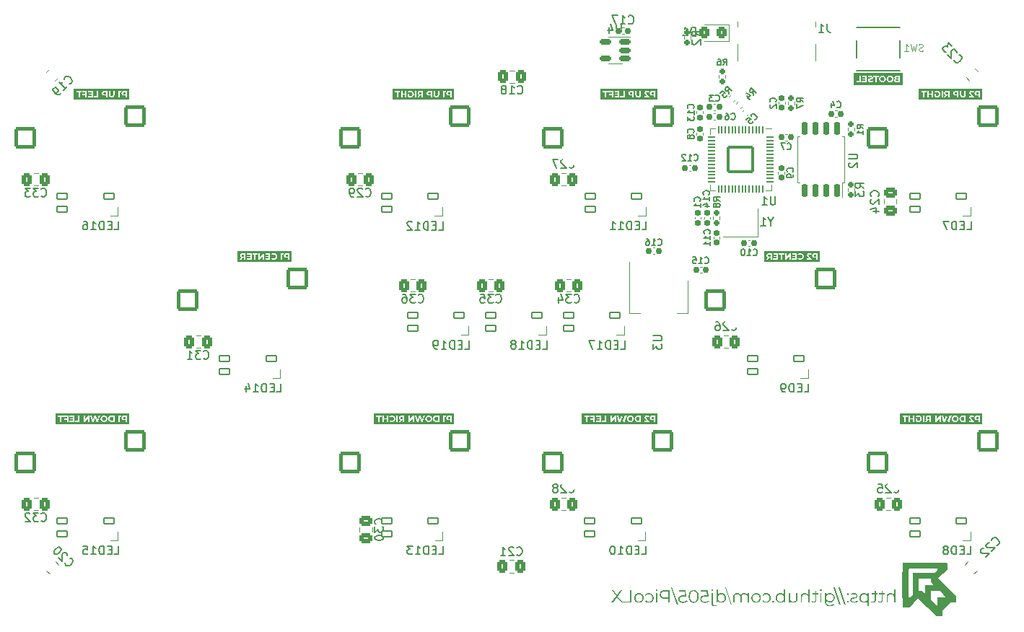
<source format=gbo>
%TF.GenerationSoftware,KiCad,Pcbnew,(7.0.0)*%
%TF.CreationDate,2023-03-23T02:06:17-06:00*%
%TF.ProjectId,PicoLX,5069636f-4c58-42e6-9b69-6361645f7063,rev?*%
%TF.SameCoordinates,Original*%
%TF.FileFunction,Legend,Bot*%
%TF.FilePolarity,Positive*%
%FSLAX46Y46*%
G04 Gerber Fmt 4.6, Leading zero omitted, Abs format (unit mm)*
G04 Created by KiCad (PCBNEW (7.0.0)) date 2023-03-23 02:06:17*
%MOMM*%
%LPD*%
G01*
G04 APERTURE LIST*
G04 Aperture macros list*
%AMRoundRect*
0 Rectangle with rounded corners*
0 $1 Rounding radius*
0 $2 $3 $4 $5 $6 $7 $8 $9 X,Y pos of 4 corners*
0 Add a 4 corners polygon primitive as box body*
4,1,4,$2,$3,$4,$5,$6,$7,$8,$9,$2,$3,0*
0 Add four circle primitives for the rounded corners*
1,1,$1+$1,$2,$3*
1,1,$1+$1,$4,$5*
1,1,$1+$1,$6,$7*
1,1,$1+$1,$8,$9*
0 Add four rect primitives between the rounded corners*
20,1,$1+$1,$2,$3,$4,$5,0*
20,1,$1+$1,$4,$5,$6,$7,0*
20,1,$1+$1,$6,$7,$8,$9,0*
20,1,$1+$1,$8,$9,$2,$3,0*%
%AMFreePoly0*
4,1,18,-0.410000,0.593000,-0.403758,0.624380,-0.385983,0.650983,-0.359380,0.668758,-0.328000,0.675000,0.328000,0.675000,0.359380,0.668758,0.385983,0.650983,0.403758,0.624380,0.410000,0.593000,0.410000,-0.593000,0.403758,-0.624380,0.385983,-0.650983,0.359380,-0.668758,0.328000,-0.675000,0.000000,-0.675000,-0.410000,-0.265000,-0.410000,0.593000,-0.410000,0.593000,$1*%
G04 Aperture macros list end*
%ADD10C,0.120000*%
%ADD11C,0.150000*%
%ADD12C,0.200000*%
%ADD13RoundRect,0.155000X0.212500X0.155000X-0.212500X0.155000X-0.212500X-0.155000X0.212500X-0.155000X0*%
%ADD14RoundRect,0.160000X0.160000X-0.197500X0.160000X0.197500X-0.160000X0.197500X-0.160000X-0.197500X0*%
%ADD15RoundRect,0.250000X-0.337500X-0.475000X0.337500X-0.475000X0.337500X0.475000X-0.337500X0.475000X0*%
%ADD16RoundRect,0.250000X0.475000X-0.337500X0.475000X0.337500X-0.475000X0.337500X-0.475000X-0.337500X0*%
%ADD17RoundRect,0.250000X0.337500X0.475000X-0.337500X0.475000X-0.337500X-0.475000X0.337500X-0.475000X0*%
%ADD18RoundRect,0.250000X-0.475000X0.337500X-0.475000X-0.337500X0.475000X-0.337500X0.475000X0.337500X0*%
%ADD19RoundRect,0.250000X0.574524X0.097227X0.097227X0.574524X-0.574524X-0.097227X-0.097227X-0.574524X0*%
%ADD20RoundRect,0.250000X0.097227X-0.574524X0.574524X-0.097227X-0.097227X0.574524X-0.574524X0.097227X0*%
%ADD21RoundRect,0.250000X-0.097227X0.574524X-0.574524X0.097227X0.097227X-0.574524X0.574524X-0.097227X0*%
%ADD22C,2.100000*%
%ADD23C,1.750000*%
%ADD24RoundRect,0.082000X0.593000X-0.328000X0.593000X0.328000X-0.593000X0.328000X-0.593000X-0.328000X0*%
%ADD25FreePoly0,90.000000*%
%ADD26RoundRect,0.200000X-1.075000X-1.050000X1.075000X-1.050000X1.075000X1.050000X-1.075000X1.050000X0*%
%ADD27C,1.701800*%
%ADD28C,3.000000*%
%ADD29C,3.987800*%
%ADD30RoundRect,0.160000X-0.160000X0.197500X-0.160000X-0.197500X0.160000X-0.197500X0.160000X0.197500X0*%
%ADD31RoundRect,0.160000X-0.026517X-0.252791X0.252791X0.026517X0.026517X0.252791X-0.252791X-0.026517X0*%
%ADD32R,1.400000X1.200000*%
%ADD33RoundRect,0.155000X-0.155000X0.212500X-0.155000X-0.212500X0.155000X-0.212500X0.155000X0.212500X0*%
%ADD34RoundRect,0.155000X0.155000X-0.212500X0.155000X0.212500X-0.155000X0.212500X-0.155000X-0.212500X0*%
%ADD35R,1.000000X0.750000*%
%ADD36RoundRect,0.155000X-0.212500X-0.155000X0.212500X-0.155000X0.212500X0.155000X-0.212500X0.155000X0*%
%ADD37O,1.000000X2.100000*%
%ADD38O,1.000000X1.800000*%
%ADD39R,0.600000X1.240000*%
%ADD40R,0.300000X1.240000*%
%ADD41C,0.650000*%
%ADD42RoundRect,0.250000X0.325000X0.450000X-0.325000X0.450000X-0.325000X-0.450000X0.325000X-0.450000X0*%
%ADD43RoundRect,0.144000X1.456000X1.456000X-1.456000X1.456000X-1.456000X-1.456000X1.456000X-1.456000X0*%
%ADD44RoundRect,0.050000X0.050000X0.387500X-0.050000X0.387500X-0.050000X-0.387500X0.050000X-0.387500X0*%
%ADD45RoundRect,0.050000X0.387500X0.050000X-0.387500X0.050000X-0.387500X-0.050000X0.387500X-0.050000X0*%
%ADD46RoundRect,0.150000X0.512500X0.150000X-0.512500X0.150000X-0.512500X-0.150000X0.512500X-0.150000X0*%
%ADD47R,1.500000X2.000000*%
%ADD48R,3.800000X2.000000*%
%ADD49RoundRect,0.155000X-0.040659X-0.259862X0.259862X0.040659X0.040659X0.259862X-0.259862X-0.040659X0*%
%ADD50RoundRect,0.150000X0.150000X-0.650000X0.150000X0.650000X-0.150000X0.650000X-0.150000X-0.650000X0*%
G04 APERTURE END LIST*
D10*
G36*
X149621696Y-107466989D02*
G01*
X149629679Y-107467347D01*
X149637564Y-107467945D01*
X149645352Y-107468781D01*
X149653043Y-107469857D01*
X149660637Y-107471171D01*
X149668133Y-107472725D01*
X149675532Y-107474517D01*
X149682833Y-107476549D01*
X149690037Y-107478819D01*
X149697144Y-107481329D01*
X149704154Y-107484077D01*
X149711066Y-107487064D01*
X149717881Y-107490291D01*
X149724599Y-107493756D01*
X149731219Y-107497461D01*
X149737702Y-107501379D01*
X149744007Y-107505486D01*
X149750135Y-107509783D01*
X149756086Y-107514268D01*
X149761859Y-107518942D01*
X149767455Y-107523805D01*
X149772873Y-107528856D01*
X149778114Y-107534097D01*
X149783177Y-107539527D01*
X149788063Y-107545145D01*
X149792771Y-107550953D01*
X149797302Y-107556949D01*
X149801655Y-107563134D01*
X149805831Y-107569509D01*
X149809830Y-107576072D01*
X149813651Y-107582824D01*
X149817267Y-107589707D01*
X149820649Y-107596708D01*
X149823798Y-107603829D01*
X149826714Y-107611068D01*
X149829397Y-107618426D01*
X149831846Y-107625903D01*
X149834062Y-107633499D01*
X149836045Y-107641213D01*
X149837794Y-107649046D01*
X149839311Y-107656998D01*
X149840594Y-107665069D01*
X149841643Y-107673258D01*
X149842460Y-107681567D01*
X149843043Y-107689994D01*
X149843393Y-107698540D01*
X149843510Y-107707204D01*
X149843393Y-107715870D01*
X149843043Y-107724418D01*
X149842460Y-107732848D01*
X149841643Y-107741162D01*
X149840594Y-107749358D01*
X149839311Y-107757436D01*
X149837794Y-107765398D01*
X149836045Y-107773241D01*
X149834062Y-107780968D01*
X149831846Y-107788577D01*
X149829397Y-107796069D01*
X149826714Y-107803444D01*
X149823798Y-107810701D01*
X149820649Y-107817841D01*
X149817267Y-107824863D01*
X149813651Y-107831768D01*
X149809830Y-107838498D01*
X149805831Y-107845040D01*
X149801655Y-107851395D01*
X149797302Y-107857563D01*
X149792771Y-107863542D01*
X149788063Y-107869335D01*
X149783177Y-107874940D01*
X149778114Y-107880357D01*
X149772873Y-107885587D01*
X149767455Y-107890630D01*
X149761859Y-107895485D01*
X149756086Y-107900152D01*
X149750135Y-107904632D01*
X149744007Y-107908925D01*
X149737702Y-107913030D01*
X149731219Y-107916948D01*
X149724599Y-107920652D01*
X149717881Y-107924118D01*
X149711066Y-107927344D01*
X149704154Y-107930332D01*
X149697144Y-107933080D01*
X149690037Y-107935590D01*
X149682833Y-107937860D01*
X149675532Y-107939891D01*
X149668133Y-107941684D01*
X149660637Y-107943237D01*
X149653043Y-107944552D01*
X149645352Y-107945627D01*
X149637564Y-107946464D01*
X149629679Y-107947061D01*
X149621696Y-107947420D01*
X149613616Y-107947539D01*
X149605537Y-107947420D01*
X149597556Y-107947061D01*
X149589674Y-107946464D01*
X149581891Y-107945627D01*
X149574207Y-107944552D01*
X149566621Y-107943237D01*
X149559134Y-107941684D01*
X149551746Y-107939891D01*
X149544457Y-107937860D01*
X149537266Y-107935590D01*
X149530174Y-107933080D01*
X149523181Y-107930332D01*
X149516287Y-107927344D01*
X149509491Y-107924118D01*
X149502794Y-107920652D01*
X149496196Y-107916948D01*
X149489713Y-107913030D01*
X149483408Y-107908925D01*
X149477280Y-107904632D01*
X149471329Y-107900152D01*
X149465556Y-107895485D01*
X149459961Y-107890630D01*
X149454542Y-107885587D01*
X149449302Y-107880357D01*
X149444238Y-107874940D01*
X149439353Y-107869335D01*
X149434644Y-107863542D01*
X149430113Y-107857563D01*
X149425760Y-107851395D01*
X149421584Y-107845040D01*
X149417585Y-107838498D01*
X149413764Y-107831768D01*
X149410126Y-107824863D01*
X149406723Y-107817841D01*
X149403555Y-107810701D01*
X149400621Y-107803444D01*
X149397922Y-107796069D01*
X149395458Y-107788577D01*
X149393228Y-107780968D01*
X149391233Y-107773241D01*
X149389473Y-107765398D01*
X149387947Y-107757436D01*
X149386656Y-107749358D01*
X149385600Y-107741162D01*
X149384779Y-107732848D01*
X149384192Y-107724418D01*
X149383840Y-107715870D01*
X149383722Y-107707204D01*
X149383840Y-107698540D01*
X149384192Y-107689994D01*
X149384779Y-107681567D01*
X149385600Y-107673258D01*
X149386656Y-107665069D01*
X149387947Y-107656998D01*
X149389473Y-107649046D01*
X149391233Y-107641213D01*
X149393228Y-107633499D01*
X149395458Y-107625903D01*
X149397922Y-107618426D01*
X149400621Y-107611068D01*
X149403555Y-107603829D01*
X149406723Y-107596708D01*
X149410126Y-107589707D01*
X149413764Y-107582824D01*
X149417585Y-107576072D01*
X149421584Y-107569509D01*
X149425760Y-107563134D01*
X149430113Y-107556949D01*
X149434644Y-107550953D01*
X149439353Y-107545145D01*
X149444238Y-107539527D01*
X149449302Y-107534097D01*
X149454542Y-107528856D01*
X149459961Y-107523805D01*
X149465556Y-107518942D01*
X149471329Y-107514268D01*
X149477280Y-107509783D01*
X149483408Y-107505486D01*
X149489713Y-107501379D01*
X149496196Y-107497461D01*
X149502794Y-107493756D01*
X149509491Y-107490291D01*
X149516287Y-107487064D01*
X149523181Y-107484077D01*
X149530174Y-107481329D01*
X149537266Y-107478819D01*
X149544457Y-107476549D01*
X149551746Y-107474517D01*
X149559134Y-107472725D01*
X149566621Y-107471171D01*
X149574207Y-107469857D01*
X149581891Y-107468781D01*
X149589674Y-107467945D01*
X149597556Y-107467347D01*
X149605537Y-107466989D01*
X149613616Y-107466869D01*
X149621696Y-107466989D01*
G37*
G36*
X152142812Y-107736513D02*
G01*
X152004143Y-107736513D01*
X151994715Y-107736380D01*
X151985573Y-107735978D01*
X151976717Y-107735309D01*
X151968148Y-107734373D01*
X151959864Y-107733168D01*
X151951867Y-107731696D01*
X151944156Y-107729957D01*
X151936732Y-107727950D01*
X151929594Y-107725675D01*
X151919423Y-107721761D01*
X151909896Y-107717245D01*
X151901013Y-107712127D01*
X151892774Y-107706406D01*
X151887639Y-107702258D01*
X151880502Y-107695583D01*
X151874068Y-107688402D01*
X151868335Y-107680715D01*
X151863304Y-107672523D01*
X151858976Y-107663825D01*
X151855349Y-107654622D01*
X151852424Y-107644913D01*
X151850201Y-107634699D01*
X151848680Y-107623979D01*
X151848056Y-107616551D01*
X151847744Y-107608899D01*
X151847705Y-107604989D01*
X151847861Y-107597113D01*
X151848329Y-107589470D01*
X151849109Y-107582058D01*
X151850864Y-107571375D01*
X151853321Y-107561214D01*
X151856480Y-107551574D01*
X151860341Y-107542456D01*
X151864903Y-107533860D01*
X151870168Y-107525785D01*
X151876135Y-107518232D01*
X151882803Y-107511201D01*
X151887639Y-107506803D01*
X151895449Y-107500681D01*
X151903902Y-107495162D01*
X151913000Y-107490244D01*
X151922741Y-107485929D01*
X151933127Y-107482216D01*
X151940408Y-107480075D01*
X151947976Y-107478201D01*
X151955830Y-107476596D01*
X151963970Y-107475258D01*
X151972397Y-107474187D01*
X151981109Y-107473384D01*
X151990108Y-107472849D01*
X151999393Y-107472581D01*
X152004143Y-107472548D01*
X152142812Y-107472548D01*
X152142812Y-107736513D01*
G37*
G36*
X150666364Y-107941861D02*
G01*
X150510842Y-107941861D01*
X150497232Y-107941614D01*
X150483972Y-107940873D01*
X150471060Y-107939639D01*
X150458498Y-107937911D01*
X150446285Y-107935689D01*
X150434421Y-107932973D01*
X150422906Y-107929764D01*
X150411741Y-107926061D01*
X150400924Y-107921864D01*
X150390457Y-107917174D01*
X150380339Y-107911990D01*
X150370570Y-107906312D01*
X150361151Y-107900140D01*
X150352080Y-107893475D01*
X150343359Y-107886316D01*
X150334987Y-107878663D01*
X150327046Y-107870566D01*
X150319617Y-107862119D01*
X150312701Y-107853324D01*
X150306296Y-107844179D01*
X150300405Y-107834685D01*
X150295025Y-107824842D01*
X150290158Y-107814649D01*
X150285803Y-107804108D01*
X150281960Y-107793217D01*
X150278630Y-107781977D01*
X150275812Y-107770388D01*
X150273507Y-107758450D01*
X150271714Y-107746162D01*
X150270433Y-107733525D01*
X150269664Y-107720539D01*
X150269408Y-107707204D01*
X150269664Y-107693870D01*
X150270433Y-107680886D01*
X150271714Y-107668253D01*
X150273507Y-107655971D01*
X150275812Y-107644039D01*
X150278630Y-107632457D01*
X150281960Y-107621227D01*
X150285803Y-107610347D01*
X150290158Y-107599817D01*
X150295025Y-107589639D01*
X150300405Y-107579810D01*
X150306296Y-107570333D01*
X150312701Y-107561206D01*
X150319617Y-107552430D01*
X150327046Y-107544004D01*
X150334987Y-107535929D01*
X150343359Y-107528254D01*
X150352080Y-107521074D01*
X150361151Y-107514389D01*
X150370570Y-107508200D01*
X150380339Y-107502505D01*
X150390457Y-107497306D01*
X150400924Y-107492602D01*
X150411741Y-107488393D01*
X150422906Y-107484680D01*
X150434421Y-107481461D01*
X150446285Y-107478738D01*
X150458498Y-107476509D01*
X150471060Y-107474776D01*
X150483972Y-107473538D01*
X150497232Y-107472796D01*
X150510842Y-107472548D01*
X150666364Y-107472548D01*
X150666364Y-107941861D01*
G37*
G36*
X146587997Y-107736513D02*
G01*
X146449328Y-107736513D01*
X146439900Y-107736378D01*
X146430758Y-107735972D01*
X146421902Y-107735296D01*
X146413333Y-107734350D01*
X146405049Y-107733132D01*
X146397052Y-107731645D01*
X146389341Y-107729887D01*
X146381917Y-107727858D01*
X146374778Y-107725559D01*
X146364608Y-107721603D01*
X146355081Y-107717039D01*
X146346198Y-107711866D01*
X146337959Y-107706084D01*
X146332824Y-107701892D01*
X146325687Y-107695154D01*
X146319253Y-107687924D01*
X146313520Y-107680201D01*
X146308489Y-107671985D01*
X146304161Y-107663276D01*
X146300534Y-107654075D01*
X146297609Y-107644381D01*
X146295386Y-107634195D01*
X146293865Y-107623516D01*
X146293241Y-107616123D01*
X146292929Y-107608510D01*
X146292890Y-107604622D01*
X146293046Y-107596748D01*
X146293514Y-107589106D01*
X146294294Y-107581698D01*
X146296049Y-107571023D01*
X146298506Y-107560873D01*
X146301665Y-107551248D01*
X146305526Y-107542148D01*
X146310088Y-107533573D01*
X146315353Y-107525522D01*
X146321320Y-107517996D01*
X146327988Y-107510995D01*
X146332824Y-107506620D01*
X146340634Y-107500531D01*
X146349087Y-107495041D01*
X146358185Y-107490150D01*
X146367926Y-107485857D01*
X146378312Y-107482164D01*
X146385593Y-107480034D01*
X146393161Y-107478171D01*
X146401015Y-107476574D01*
X146409155Y-107475243D01*
X146417582Y-107474178D01*
X146426294Y-107473380D01*
X146435293Y-107472847D01*
X146444578Y-107472581D01*
X146449328Y-107472548D01*
X146587997Y-107472548D01*
X146587997Y-107736513D01*
G37*
G36*
X152599948Y-108375366D02*
G01*
X143140779Y-108375366D01*
X143140779Y-107337909D01*
X143427922Y-107337909D01*
X143427922Y-107472548D01*
X143663128Y-107472548D01*
X143663128Y-108076500D01*
X143833121Y-108076500D01*
X143833121Y-107472548D01*
X144068326Y-107472548D01*
X144068326Y-107337909D01*
X144159002Y-107337909D01*
X144159002Y-108076500D01*
X144329178Y-108076500D01*
X144329178Y-107771684D01*
X144663119Y-107771684D01*
X144663119Y-108076500D01*
X144833112Y-108076500D01*
X144833112Y-107449833D01*
X144976360Y-107449833D01*
X145085537Y-107552232D01*
X145095510Y-107541895D01*
X145105738Y-107532225D01*
X145116221Y-107523222D01*
X145126959Y-107514886D01*
X145137951Y-107507217D01*
X145149198Y-107500214D01*
X145160700Y-107493879D01*
X145172457Y-107488210D01*
X145184468Y-107483208D01*
X145196734Y-107478874D01*
X145209255Y-107475206D01*
X145222030Y-107472205D01*
X145235061Y-107469870D01*
X145248346Y-107468203D01*
X145261885Y-107467203D01*
X145275680Y-107466869D01*
X145284411Y-107466987D01*
X145293019Y-107467339D01*
X145301504Y-107467926D01*
X145309866Y-107468747D01*
X145318105Y-107469803D01*
X145326221Y-107471094D01*
X145334214Y-107472620D01*
X145342083Y-107474380D01*
X145349830Y-107476375D01*
X145357454Y-107478604D01*
X145364954Y-107481069D01*
X145372331Y-107483768D01*
X145379586Y-107486702D01*
X145386717Y-107489870D01*
X145393725Y-107493273D01*
X145400610Y-107496911D01*
X145407339Y-107500763D01*
X145413879Y-107504808D01*
X145420231Y-107509046D01*
X145426393Y-107513478D01*
X145432366Y-107518102D01*
X145438151Y-107522920D01*
X145443747Y-107527931D01*
X145449153Y-107533135D01*
X145454371Y-107538533D01*
X145459400Y-107544124D01*
X145464240Y-107549907D01*
X145468891Y-107555884D01*
X145473353Y-107562055D01*
X145477627Y-107568418D01*
X145481711Y-107574975D01*
X145485607Y-107581725D01*
X145489289Y-107588612D01*
X145492734Y-107595626D01*
X145495941Y-107602768D01*
X145498910Y-107610038D01*
X145501642Y-107617434D01*
X145504137Y-107624958D01*
X145506393Y-107632610D01*
X145508413Y-107640389D01*
X145510195Y-107648295D01*
X145511739Y-107656328D01*
X145513045Y-107664489D01*
X145514114Y-107672778D01*
X145514946Y-107681193D01*
X145515540Y-107689736D01*
X145515896Y-107698407D01*
X145516015Y-107707204D01*
X145515896Y-107715870D01*
X145515540Y-107724418D01*
X145514946Y-107732848D01*
X145514114Y-107741162D01*
X145513045Y-107749358D01*
X145511739Y-107757436D01*
X145510195Y-107765398D01*
X145508413Y-107773241D01*
X145506393Y-107780968D01*
X145504137Y-107788577D01*
X145501642Y-107796069D01*
X145498910Y-107803444D01*
X145495941Y-107810701D01*
X145492734Y-107817841D01*
X145489289Y-107824863D01*
X145485607Y-107831768D01*
X145481713Y-107838498D01*
X145477635Y-107845040D01*
X145473373Y-107851395D01*
X145468926Y-107857563D01*
X145464294Y-107863542D01*
X145459477Y-107869335D01*
X145454476Y-107874940D01*
X145449291Y-107880357D01*
X145443921Y-107885587D01*
X145438366Y-107890630D01*
X145432626Y-107895485D01*
X145426702Y-107900152D01*
X145420593Y-107904632D01*
X145414300Y-107908925D01*
X145407822Y-107913030D01*
X145401160Y-107916948D01*
X145394345Y-107920652D01*
X145387410Y-107924118D01*
X145380354Y-107927344D01*
X145373179Y-107930332D01*
X145365883Y-107933080D01*
X145358467Y-107935590D01*
X145350931Y-107937860D01*
X145343274Y-107939891D01*
X145335497Y-107941684D01*
X145327601Y-107943237D01*
X145319583Y-107944552D01*
X145311446Y-107945627D01*
X145303189Y-107946464D01*
X145294811Y-107947061D01*
X145286313Y-107947420D01*
X145277695Y-107947539D01*
X145268570Y-107947414D01*
X145259560Y-107947038D01*
X145250664Y-107946412D01*
X145241883Y-107945536D01*
X145233216Y-107944409D01*
X145224664Y-107943031D01*
X145216226Y-107941403D01*
X145207903Y-107939525D01*
X145199694Y-107937396D01*
X145191599Y-107935017D01*
X145183619Y-107932387D01*
X145175754Y-107929507D01*
X145168003Y-107926377D01*
X145160367Y-107922996D01*
X145152845Y-107919364D01*
X145145437Y-107915482D01*
X145145437Y-107695481D01*
X144990099Y-107695481D01*
X144990099Y-107997914D01*
X144997638Y-108003285D01*
X145005326Y-108008499D01*
X145013163Y-108013555D01*
X145021148Y-108018454D01*
X145029283Y-108023195D01*
X145037566Y-108027779D01*
X145045998Y-108032205D01*
X145054579Y-108036474D01*
X145063309Y-108040586D01*
X145072187Y-108044540D01*
X145081215Y-108048337D01*
X145090391Y-108051976D01*
X145099716Y-108055458D01*
X145109190Y-108058782D01*
X145118813Y-108061949D01*
X145128585Y-108064959D01*
X145138435Y-108067776D01*
X145148294Y-108070412D01*
X145158161Y-108072865D01*
X145168037Y-108075137D01*
X145177922Y-108077227D01*
X145187815Y-108079136D01*
X145197717Y-108080862D01*
X145207628Y-108082407D01*
X145217547Y-108083770D01*
X145227474Y-108084952D01*
X145237411Y-108085951D01*
X145247355Y-108086769D01*
X145257309Y-108087405D01*
X145267271Y-108087860D01*
X145277241Y-108088132D01*
X145287220Y-108088223D01*
X145301441Y-108088032D01*
X145315482Y-108087459D01*
X145329342Y-108086504D01*
X145343022Y-108085166D01*
X145356522Y-108083447D01*
X145369841Y-108081345D01*
X145382980Y-108078862D01*
X145395939Y-108075996D01*
X145408717Y-108072748D01*
X145421315Y-108069118D01*
X145433733Y-108065106D01*
X145445971Y-108060711D01*
X145458028Y-108055935D01*
X145469904Y-108050777D01*
X145481601Y-108045236D01*
X145493117Y-108039314D01*
X145504367Y-108033052D01*
X145515311Y-108026494D01*
X145525948Y-108019639D01*
X145536279Y-108012489D01*
X145546304Y-108005042D01*
X145556023Y-107997299D01*
X145565435Y-107989260D01*
X145574542Y-107980924D01*
X145583341Y-107972292D01*
X145591835Y-107963364D01*
X145600022Y-107954140D01*
X145607904Y-107944620D01*
X145615478Y-107934803D01*
X145622747Y-107924690D01*
X145629709Y-107914281D01*
X145636366Y-107903576D01*
X145642643Y-107892633D01*
X145648516Y-107881514D01*
X145653983Y-107870216D01*
X145659046Y-107858742D01*
X145663703Y-107847090D01*
X145667956Y-107835260D01*
X145671803Y-107823253D01*
X145675246Y-107811069D01*
X145678283Y-107798707D01*
X145680916Y-107786167D01*
X145683144Y-107773450D01*
X145684966Y-107760556D01*
X145686384Y-107747484D01*
X145687396Y-107734235D01*
X145688004Y-107720808D01*
X145688206Y-107707204D01*
X145688004Y-107693600D01*
X145687396Y-107680174D01*
X145686384Y-107666924D01*
X145684966Y-107653853D01*
X145683144Y-107640958D01*
X145680916Y-107628241D01*
X145678283Y-107615702D01*
X145675246Y-107603340D01*
X145671803Y-107591156D01*
X145667956Y-107579149D01*
X145663703Y-107567319D01*
X145659046Y-107555667D01*
X145653983Y-107544192D01*
X145648516Y-107532895D01*
X145642643Y-107521775D01*
X145636366Y-107510833D01*
X145629705Y-107500128D01*
X145622730Y-107489718D01*
X145615440Y-107479606D01*
X145607835Y-107469789D01*
X145599915Y-107460268D01*
X145591681Y-107451044D01*
X145583131Y-107442116D01*
X145574267Y-107433484D01*
X145565088Y-107425149D01*
X145555594Y-107417110D01*
X145545785Y-107409367D01*
X145535661Y-107401920D01*
X145525223Y-107394769D01*
X145514469Y-107387915D01*
X145503401Y-107381357D01*
X145492018Y-107375095D01*
X145480365Y-107369172D01*
X145468533Y-107363632D01*
X145456523Y-107358473D01*
X145444333Y-107353697D01*
X145431965Y-107349303D01*
X145419418Y-107345291D01*
X145406692Y-107341661D01*
X145393787Y-107338413D01*
X145391486Y-107337909D01*
X145816434Y-107337909D01*
X145816434Y-108076500D01*
X145986427Y-108076500D01*
X146106960Y-108076500D01*
X146289776Y-108076500D01*
X146431559Y-107871152D01*
X146439802Y-107871152D01*
X146587997Y-107871152D01*
X146587997Y-108076500D01*
X146757990Y-108076500D01*
X146757990Y-107337909D01*
X147228401Y-107337909D01*
X147228401Y-108076500D01*
X147368169Y-108076500D01*
X147734534Y-107629352D01*
X147734534Y-108076500D01*
X147902512Y-108076500D01*
X147902512Y-107337909D01*
X147997034Y-107337909D01*
X148237369Y-108076500D01*
X148420184Y-108076500D01*
X148581934Y-107577695D01*
X148748813Y-108076500D01*
X148930530Y-108076500D01*
X149051247Y-107707204D01*
X149211531Y-107707204D01*
X149211737Y-107720675D01*
X149212353Y-107733978D01*
X149213380Y-107747111D01*
X149214817Y-107760075D01*
X149216665Y-107772871D01*
X149218924Y-107785498D01*
X149221594Y-107797955D01*
X149224675Y-107810244D01*
X149228166Y-107822364D01*
X149232068Y-107834316D01*
X149236380Y-107846098D01*
X149241104Y-107857711D01*
X149246238Y-107869156D01*
X149251783Y-107880432D01*
X149257738Y-107891538D01*
X149264105Y-107902476D01*
X149270806Y-107913184D01*
X149277812Y-107923600D01*
X149285123Y-107933723D01*
X149292738Y-107943555D01*
X149300659Y-107953095D01*
X149308884Y-107962343D01*
X149317414Y-107971299D01*
X149326249Y-107979963D01*
X149335389Y-107988335D01*
X149344833Y-107996415D01*
X149354583Y-108004203D01*
X149364637Y-108011699D01*
X149374996Y-108018903D01*
X149385660Y-108025815D01*
X149396629Y-108032436D01*
X149407903Y-108038764D01*
X149419396Y-108044753D01*
X149431072Y-108050356D01*
X149442930Y-108055572D01*
X149454969Y-108060402D01*
X149467190Y-108064846D01*
X149479593Y-108068903D01*
X149492177Y-108072574D01*
X149504943Y-108075858D01*
X149517891Y-108078756D01*
X149531021Y-108081268D01*
X149544332Y-108083393D01*
X149557826Y-108085132D01*
X149571501Y-108086484D01*
X149585357Y-108087450D01*
X149599396Y-108088030D01*
X149613616Y-108088223D01*
X149627839Y-108088030D01*
X149641886Y-108087450D01*
X149655757Y-108086484D01*
X149669452Y-108085132D01*
X149682971Y-108083393D01*
X149696314Y-108081268D01*
X149709481Y-108078756D01*
X149722472Y-108075858D01*
X149735287Y-108072574D01*
X149747926Y-108068903D01*
X149760389Y-108064846D01*
X149772675Y-108060402D01*
X149784786Y-108055572D01*
X149796721Y-108050356D01*
X149808480Y-108044753D01*
X149820062Y-108038764D01*
X149831379Y-108032436D01*
X149842385Y-108025815D01*
X149853080Y-108018903D01*
X149863465Y-108011699D01*
X149873539Y-108004203D01*
X149883303Y-107996415D01*
X149892756Y-107988335D01*
X149901899Y-107979963D01*
X149910731Y-107971299D01*
X149919253Y-107962343D01*
X149927464Y-107953095D01*
X149935364Y-107943555D01*
X149942954Y-107933723D01*
X149950233Y-107923600D01*
X149957202Y-107913184D01*
X149963860Y-107902476D01*
X149970138Y-107891538D01*
X149976010Y-107880432D01*
X149981478Y-107869156D01*
X149986541Y-107857711D01*
X149991198Y-107846098D01*
X149995451Y-107834316D01*
X149999298Y-107822364D01*
X150002741Y-107810244D01*
X150005778Y-107797955D01*
X150008411Y-107785498D01*
X150010638Y-107772871D01*
X150012461Y-107760075D01*
X150013878Y-107747111D01*
X150014891Y-107733978D01*
X150015498Y-107720675D01*
X150015701Y-107707204D01*
X150097217Y-107707204D01*
X150097416Y-107720950D01*
X150098013Y-107734481D01*
X150099007Y-107747798D01*
X150100400Y-107760900D01*
X150102190Y-107773787D01*
X150104378Y-107786459D01*
X150106964Y-107798917D01*
X150109948Y-107811160D01*
X150113330Y-107823189D01*
X150117109Y-107835002D01*
X150121287Y-107846602D01*
X150125862Y-107857986D01*
X150130835Y-107869156D01*
X150136206Y-107880111D01*
X150141975Y-107890852D01*
X150148142Y-107901377D01*
X150154667Y-107911650D01*
X150161514Y-107921630D01*
X150168681Y-107931319D01*
X150176168Y-107940716D01*
X150183977Y-107949820D01*
X150192105Y-107958633D01*
X150200554Y-107967154D01*
X150209324Y-107975383D01*
X150218415Y-107983320D01*
X150227826Y-107990965D01*
X150237557Y-107998318D01*
X150247609Y-108005379D01*
X150257982Y-108012148D01*
X150268675Y-108018625D01*
X150279689Y-108024811D01*
X150291024Y-108030704D01*
X150302604Y-108036250D01*
X150314402Y-108041437D01*
X150326418Y-108046267D01*
X150338651Y-108050740D01*
X150351102Y-108054854D01*
X150363770Y-108058611D01*
X150376655Y-108062010D01*
X150389759Y-108065051D01*
X150403080Y-108067734D01*
X150416618Y-108070060D01*
X150430374Y-108072027D01*
X150444347Y-108073637D01*
X150458538Y-108074890D01*
X150472946Y-108075784D01*
X150487572Y-108076321D01*
X150494967Y-108076455D01*
X150502416Y-108076500D01*
X150836357Y-108076500D01*
X150836357Y-107337909D01*
X151306952Y-107337909D01*
X151306952Y-108076500D01*
X151476945Y-108076500D01*
X151476945Y-107604989D01*
X151675514Y-107604989D01*
X151675666Y-107615030D01*
X151676121Y-107624913D01*
X151676879Y-107634636D01*
X151677941Y-107644201D01*
X151679307Y-107653607D01*
X151680975Y-107662854D01*
X151682947Y-107671942D01*
X151685223Y-107680872D01*
X151687802Y-107689642D01*
X151690684Y-107698254D01*
X151693870Y-107706707D01*
X151697359Y-107715001D01*
X151701151Y-107723136D01*
X151705247Y-107731112D01*
X151709646Y-107738930D01*
X151714349Y-107746588D01*
X151719333Y-107754034D01*
X151724575Y-107761257D01*
X151730077Y-107768259D01*
X151735838Y-107775039D01*
X151741858Y-107781597D01*
X151748137Y-107787933D01*
X151754675Y-107794048D01*
X151761472Y-107799940D01*
X151768528Y-107805611D01*
X151775844Y-107811060D01*
X151783418Y-107816287D01*
X151791251Y-107821292D01*
X151799343Y-107826076D01*
X151807694Y-107830638D01*
X151816305Y-107834977D01*
X151825174Y-107839095D01*
X151834251Y-107842977D01*
X151843529Y-107846609D01*
X151853010Y-107849990D01*
X151862692Y-107853120D01*
X151872576Y-107856000D01*
X151882662Y-107858630D01*
X151892949Y-107861009D01*
X151903439Y-107863138D01*
X151914130Y-107865016D01*
X151925023Y-107866644D01*
X151936117Y-107868022D01*
X151947414Y-107869149D01*
X151958912Y-107870025D01*
X151970612Y-107870651D01*
X151982514Y-107871027D01*
X151994617Y-107871152D01*
X152142812Y-107871152D01*
X152142812Y-108076500D01*
X152312805Y-108076500D01*
X152312805Y-107337909D01*
X151994617Y-107337909D01*
X151982514Y-107338036D01*
X151970612Y-107338419D01*
X151958912Y-107339055D01*
X151947414Y-107339947D01*
X151936117Y-107341093D01*
X151925023Y-107342494D01*
X151914130Y-107344150D01*
X151903439Y-107346061D01*
X151892949Y-107348226D01*
X151882662Y-107350646D01*
X151872576Y-107353321D01*
X151862692Y-107356250D01*
X151853010Y-107359434D01*
X151843529Y-107362873D01*
X151834251Y-107366567D01*
X151825174Y-107370516D01*
X151816305Y-107374699D01*
X151807694Y-107379096D01*
X151799343Y-107383709D01*
X151791251Y-107388536D01*
X151783418Y-107393578D01*
X151775844Y-107398834D01*
X151768528Y-107404305D01*
X151761472Y-107409991D01*
X151754675Y-107415892D01*
X151748137Y-107422007D01*
X151741858Y-107428337D01*
X151735838Y-107434881D01*
X151730077Y-107441640D01*
X151724575Y-107448614D01*
X151719333Y-107455803D01*
X151714349Y-107463206D01*
X151709646Y-107470779D01*
X151705247Y-107478524D01*
X151701151Y-107486441D01*
X151697359Y-107494530D01*
X151693870Y-107502790D01*
X151690684Y-107511222D01*
X151687802Y-107519826D01*
X151685223Y-107528602D01*
X151682947Y-107537549D01*
X151680975Y-107546668D01*
X151679307Y-107555959D01*
X151677941Y-107565421D01*
X151676879Y-107575056D01*
X151676121Y-107584862D01*
X151675666Y-107594839D01*
X151675514Y-107604989D01*
X151476945Y-107604989D01*
X151476945Y-107472548D01*
X151624040Y-107472548D01*
X151624040Y-107337909D01*
X151306952Y-107337909D01*
X150836357Y-107337909D01*
X150502416Y-107337909D01*
X150494967Y-107337954D01*
X150487572Y-107338089D01*
X150480232Y-107338313D01*
X150465715Y-107339032D01*
X150451415Y-107340109D01*
X150437333Y-107341546D01*
X150423469Y-107343342D01*
X150409821Y-107345497D01*
X150396392Y-107348012D01*
X150383180Y-107350886D01*
X150370185Y-107354118D01*
X150357408Y-107357711D01*
X150344849Y-107361662D01*
X150332507Y-107365972D01*
X150320383Y-107370642D01*
X150308476Y-107375671D01*
X150296787Y-107381059D01*
X150291024Y-107383888D01*
X150279689Y-107389759D01*
X150268675Y-107395923D01*
X150257982Y-107402381D01*
X150247609Y-107409133D01*
X150237557Y-107416177D01*
X150227826Y-107423515D01*
X150218415Y-107431147D01*
X150209324Y-107439071D01*
X150200554Y-107447290D01*
X150192105Y-107455801D01*
X150183977Y-107464606D01*
X150176168Y-107473704D01*
X150168681Y-107483096D01*
X150161514Y-107492781D01*
X150154667Y-107502759D01*
X150148142Y-107513031D01*
X150141975Y-107523557D01*
X150136206Y-107534298D01*
X150130835Y-107545253D01*
X150125862Y-107556423D01*
X150121287Y-107567807D01*
X150117109Y-107579406D01*
X150113330Y-107591220D01*
X150109948Y-107603248D01*
X150106964Y-107615492D01*
X150104378Y-107627949D01*
X150102190Y-107640622D01*
X150100400Y-107653509D01*
X150099007Y-107666611D01*
X150098013Y-107679927D01*
X150097416Y-107693458D01*
X150097217Y-107707204D01*
X150015701Y-107707204D01*
X150015498Y-107693733D01*
X150014891Y-107680431D01*
X150013878Y-107667298D01*
X150012461Y-107654333D01*
X150010638Y-107641538D01*
X150008411Y-107628911D01*
X150005778Y-107616453D01*
X150002741Y-107604164D01*
X149999298Y-107592044D01*
X149995451Y-107580093D01*
X149991198Y-107568311D01*
X149986541Y-107556697D01*
X149981478Y-107545253D01*
X149976010Y-107533977D01*
X149970138Y-107522870D01*
X149963860Y-107511932D01*
X149957202Y-107501225D01*
X149950233Y-107490809D01*
X149942954Y-107480685D01*
X149935364Y-107470854D01*
X149927464Y-107461314D01*
X149919253Y-107452066D01*
X149910731Y-107443110D01*
X149901899Y-107434446D01*
X149892756Y-107426074D01*
X149883303Y-107417994D01*
X149873539Y-107410206D01*
X149863465Y-107402710D01*
X149853080Y-107395506D01*
X149842385Y-107388593D01*
X149831379Y-107381973D01*
X149820062Y-107375645D01*
X149808480Y-107369655D01*
X149796721Y-107364053D01*
X149784786Y-107358836D01*
X149772675Y-107354006D01*
X149760389Y-107349563D01*
X149747926Y-107345505D01*
X149735287Y-107341835D01*
X149722472Y-107338550D01*
X149709481Y-107335652D01*
X149696314Y-107333141D01*
X149682971Y-107331015D01*
X149669452Y-107329277D01*
X149655757Y-107327924D01*
X149641886Y-107326958D01*
X149627839Y-107326379D01*
X149613616Y-107326185D01*
X149599396Y-107326379D01*
X149585357Y-107326958D01*
X149571501Y-107327924D01*
X149557826Y-107329277D01*
X149544332Y-107331015D01*
X149531021Y-107333141D01*
X149517891Y-107335652D01*
X149504943Y-107338550D01*
X149492177Y-107341835D01*
X149479593Y-107345505D01*
X149467190Y-107349563D01*
X149454969Y-107354006D01*
X149442930Y-107358836D01*
X149431072Y-107364053D01*
X149419396Y-107369655D01*
X149407903Y-107375645D01*
X149396629Y-107381973D01*
X149385660Y-107388593D01*
X149374996Y-107395506D01*
X149364637Y-107402710D01*
X149354583Y-107410206D01*
X149344833Y-107417994D01*
X149335389Y-107426074D01*
X149326249Y-107434446D01*
X149317414Y-107443110D01*
X149308884Y-107452066D01*
X149300659Y-107461314D01*
X149292738Y-107470854D01*
X149285123Y-107480685D01*
X149277812Y-107490809D01*
X149270806Y-107501225D01*
X149264105Y-107511932D01*
X149257738Y-107522870D01*
X149251783Y-107533977D01*
X149246238Y-107545253D01*
X149241104Y-107556697D01*
X149236380Y-107568311D01*
X149232068Y-107580093D01*
X149228166Y-107592044D01*
X149224675Y-107604164D01*
X149221594Y-107616453D01*
X149218924Y-107628911D01*
X149216665Y-107641538D01*
X149214817Y-107654333D01*
X149213380Y-107667298D01*
X149212353Y-107680431D01*
X149211737Y-107693733D01*
X149211531Y-107707204D01*
X149051247Y-107707204D01*
X149171964Y-107337909D01*
X148995560Y-107337909D01*
X148829596Y-107857780D01*
X148656306Y-107337909D01*
X148498953Y-107337909D01*
X148330975Y-107861993D01*
X148159699Y-107337909D01*
X147997034Y-107337909D01*
X147902512Y-107337909D01*
X147761828Y-107337909D01*
X147396379Y-107787255D01*
X147396379Y-107337909D01*
X147228401Y-107337909D01*
X146757990Y-107337909D01*
X146439802Y-107337909D01*
X146427699Y-107338037D01*
X146415797Y-107338421D01*
X146404097Y-107339062D01*
X146392599Y-107339958D01*
X146381302Y-107341111D01*
X146370207Y-107342520D01*
X146359315Y-107344185D01*
X146348623Y-107346107D01*
X146338134Y-107348284D01*
X146327847Y-107350718D01*
X146317761Y-107353407D01*
X146307877Y-107356353D01*
X146298195Y-107359555D01*
X146288714Y-107363014D01*
X146279436Y-107366728D01*
X146270359Y-107370699D01*
X146261490Y-107374905D01*
X146252879Y-107379325D01*
X146244528Y-107383961D01*
X146236436Y-107388811D01*
X146228603Y-107393876D01*
X146221029Y-107399155D01*
X146213713Y-107404649D01*
X146206657Y-107410358D01*
X146199860Y-107416281D01*
X146193322Y-107422419D01*
X146187043Y-107428772D01*
X146181023Y-107435339D01*
X146175262Y-107442121D01*
X146169760Y-107449118D01*
X146164518Y-107456329D01*
X146159534Y-107463755D01*
X146154831Y-107471375D01*
X146150432Y-107479168D01*
X146146336Y-107487135D01*
X146142544Y-107495274D01*
X146139055Y-107503587D01*
X146135869Y-107512072D01*
X146132987Y-107520731D01*
X146130408Y-107529563D01*
X146128132Y-107538569D01*
X146126160Y-107547747D01*
X146124492Y-107557099D01*
X146123126Y-107566623D01*
X146122064Y-107576321D01*
X146121306Y-107586192D01*
X146120851Y-107596237D01*
X146120726Y-107604622D01*
X146120699Y-107606454D01*
X146120853Y-107616692D01*
X146121314Y-107626750D01*
X146122084Y-107636630D01*
X146123161Y-107646331D01*
X146124545Y-107655852D01*
X146126237Y-107665195D01*
X146128237Y-107674360D01*
X146130545Y-107683345D01*
X146133160Y-107692151D01*
X146136084Y-107700779D01*
X146139314Y-107709227D01*
X146142853Y-107717497D01*
X146146699Y-107725588D01*
X146150853Y-107733500D01*
X146155314Y-107741233D01*
X146160083Y-107748787D01*
X146165135Y-107756142D01*
X146170444Y-107763278D01*
X146176011Y-107770195D01*
X146181836Y-107776894D01*
X146187918Y-107783373D01*
X146194258Y-107789633D01*
X146200856Y-107795675D01*
X146207711Y-107801497D01*
X146214823Y-107807101D01*
X146222193Y-107812485D01*
X146229821Y-107817651D01*
X146237707Y-107822598D01*
X146245850Y-107827325D01*
X146254250Y-107831834D01*
X146262909Y-107836124D01*
X146271824Y-107840195D01*
X146106960Y-108076500D01*
X145986427Y-108076500D01*
X145986427Y-107337909D01*
X145816434Y-107337909D01*
X145391486Y-107337909D01*
X145380703Y-107335547D01*
X145367440Y-107333063D01*
X145353998Y-107330962D01*
X145340378Y-107329242D01*
X145326578Y-107327905D01*
X145312600Y-107326950D01*
X145298442Y-107326377D01*
X145284106Y-107326185D01*
X145272086Y-107326309D01*
X145260207Y-107326681D01*
X145248467Y-107327300D01*
X145236868Y-107328166D01*
X145225409Y-107329280D01*
X145214091Y-107330642D01*
X145202912Y-107332251D01*
X145191874Y-107334108D01*
X145180976Y-107336213D01*
X145170219Y-107338565D01*
X145159601Y-107341164D01*
X145149124Y-107344011D01*
X145138787Y-107347106D01*
X145128590Y-107350449D01*
X145118534Y-107354038D01*
X145108618Y-107357876D01*
X145098870Y-107361949D01*
X145089321Y-107366245D01*
X145079968Y-107370765D01*
X145070814Y-107375507D01*
X145061856Y-107380473D01*
X145053096Y-107385662D01*
X145044534Y-107391075D01*
X145036169Y-107396711D01*
X145028002Y-107402570D01*
X145020032Y-107408652D01*
X145012260Y-107414957D01*
X145004685Y-107421486D01*
X144997307Y-107428238D01*
X144990128Y-107435213D01*
X144983145Y-107442412D01*
X144976360Y-107449833D01*
X144833112Y-107449833D01*
X144833112Y-107337909D01*
X144663119Y-107337909D01*
X144663119Y-107631001D01*
X144329178Y-107631001D01*
X144329178Y-107337909D01*
X144159002Y-107337909D01*
X144068326Y-107337909D01*
X143427922Y-107337909D01*
X143140779Y-107337909D01*
X143140779Y-107039042D01*
X152599948Y-107039042D01*
X152599948Y-108375366D01*
G37*
G36*
X133092812Y-88686513D02*
G01*
X132954143Y-88686513D01*
X132944715Y-88686380D01*
X132935573Y-88685978D01*
X132926717Y-88685309D01*
X132918148Y-88684373D01*
X132909864Y-88683168D01*
X132901867Y-88681696D01*
X132894156Y-88679957D01*
X132886732Y-88677950D01*
X132879594Y-88675675D01*
X132869423Y-88671761D01*
X132859896Y-88667245D01*
X132851013Y-88662127D01*
X132842774Y-88656406D01*
X132837639Y-88652258D01*
X132830502Y-88645583D01*
X132824068Y-88638402D01*
X132818335Y-88630715D01*
X132813304Y-88622523D01*
X132808976Y-88613825D01*
X132805349Y-88604622D01*
X132802424Y-88594913D01*
X132800201Y-88584699D01*
X132798680Y-88573979D01*
X132798056Y-88566551D01*
X132797744Y-88558899D01*
X132797705Y-88554989D01*
X132797861Y-88547113D01*
X132798329Y-88539470D01*
X132799109Y-88532058D01*
X132800864Y-88521375D01*
X132803321Y-88511214D01*
X132806480Y-88501574D01*
X132810341Y-88492456D01*
X132814903Y-88483860D01*
X132820168Y-88475785D01*
X132826135Y-88468232D01*
X132832803Y-88461201D01*
X132837639Y-88456803D01*
X132845449Y-88450681D01*
X132853902Y-88445162D01*
X132863000Y-88440244D01*
X132872741Y-88435929D01*
X132883127Y-88432216D01*
X132890408Y-88430075D01*
X132897976Y-88428201D01*
X132905830Y-88426596D01*
X132913970Y-88425258D01*
X132922397Y-88424187D01*
X132931109Y-88423384D01*
X132940108Y-88422849D01*
X132949393Y-88422581D01*
X132954143Y-88422548D01*
X133092812Y-88422548D01*
X133092812Y-88686513D01*
G37*
G36*
X127942463Y-88686513D02*
G01*
X127803794Y-88686513D01*
X127794366Y-88686378D01*
X127785224Y-88685972D01*
X127776368Y-88685296D01*
X127767799Y-88684350D01*
X127759515Y-88683132D01*
X127751518Y-88681645D01*
X127743808Y-88679887D01*
X127736383Y-88677858D01*
X127729245Y-88675559D01*
X127719074Y-88671603D01*
X127709547Y-88667039D01*
X127700664Y-88661866D01*
X127692425Y-88656084D01*
X127687290Y-88651892D01*
X127680154Y-88645154D01*
X127673719Y-88637924D01*
X127667986Y-88630201D01*
X127662956Y-88621985D01*
X127658627Y-88613276D01*
X127655000Y-88604075D01*
X127652075Y-88594381D01*
X127649852Y-88584195D01*
X127648331Y-88573516D01*
X127647707Y-88566123D01*
X127647395Y-88558510D01*
X127647356Y-88554622D01*
X127647512Y-88546748D01*
X127647980Y-88539106D01*
X127648760Y-88531698D01*
X127650515Y-88521023D01*
X127652972Y-88510873D01*
X127656131Y-88501248D01*
X127659992Y-88492148D01*
X127664554Y-88483573D01*
X127669819Y-88475522D01*
X127675786Y-88467996D01*
X127682454Y-88460995D01*
X127687290Y-88456620D01*
X127695100Y-88450531D01*
X127703553Y-88445041D01*
X127712651Y-88440150D01*
X127722392Y-88435857D01*
X127732778Y-88432164D01*
X127740059Y-88430034D01*
X127747627Y-88428171D01*
X127755481Y-88426574D01*
X127763621Y-88425243D01*
X127772048Y-88424178D01*
X127780760Y-88423380D01*
X127789759Y-88422847D01*
X127799044Y-88422581D01*
X127803794Y-88422548D01*
X127942463Y-88422548D01*
X127942463Y-88686513D01*
G37*
G36*
X133549948Y-89325366D02*
G01*
X127174284Y-89325366D01*
X127174284Y-89026500D01*
X127461427Y-89026500D01*
X127644242Y-89026500D01*
X127786025Y-88821152D01*
X127794269Y-88821152D01*
X127942463Y-88821152D01*
X127942463Y-89026500D01*
X128112456Y-89026500D01*
X128247644Y-89026500D01*
X128816608Y-89026500D01*
X128816608Y-88287909D01*
X128907650Y-88287909D01*
X128907650Y-88422548D01*
X129142855Y-88422548D01*
X129142855Y-89026500D01*
X129312848Y-89026500D01*
X129312848Y-88422548D01*
X129548054Y-88422548D01*
X129548054Y-88287909D01*
X129638729Y-88287909D01*
X129638729Y-89026500D01*
X129778497Y-89026500D01*
X130144862Y-88579352D01*
X130144862Y-89026500D01*
X130312840Y-89026500D01*
X130448028Y-89026500D01*
X131016992Y-89026500D01*
X131016992Y-88910912D01*
X131131114Y-88910912D01*
X131137784Y-88918559D01*
X131144650Y-88925975D01*
X131151712Y-88933162D01*
X131158969Y-88940118D01*
X131166423Y-88946843D01*
X131174073Y-88953338D01*
X131181919Y-88959603D01*
X131189962Y-88965637D01*
X131198200Y-88971441D01*
X131206634Y-88977015D01*
X131215264Y-88982358D01*
X131224091Y-88987470D01*
X131233113Y-88992352D01*
X131242332Y-88997004D01*
X131251746Y-89001426D01*
X131261357Y-89005617D01*
X131271136Y-89009565D01*
X131281055Y-89013259D01*
X131291114Y-89016698D01*
X131301313Y-89019882D01*
X131311653Y-89022812D01*
X131322133Y-89025486D01*
X131332753Y-89027906D01*
X131343514Y-89030072D01*
X131354415Y-89031982D01*
X131365456Y-89033638D01*
X131376637Y-89035039D01*
X131387959Y-89036185D01*
X131399420Y-89037077D01*
X131411022Y-89037714D01*
X131422765Y-89038096D01*
X131434647Y-89038223D01*
X131448600Y-89038032D01*
X131462385Y-89037459D01*
X131476003Y-89036504D01*
X131489453Y-89035166D01*
X131502736Y-89033447D01*
X131515851Y-89031345D01*
X131528799Y-89028862D01*
X131541580Y-89025996D01*
X131554193Y-89022748D01*
X131566638Y-89019118D01*
X131578917Y-89015106D01*
X131591027Y-89010711D01*
X131602971Y-89005935D01*
X131614747Y-89000777D01*
X131626355Y-88995236D01*
X131637796Y-88989314D01*
X131649002Y-88983052D01*
X131659904Y-88976494D01*
X131670503Y-88969639D01*
X131680798Y-88962489D01*
X131690790Y-88955042D01*
X131700479Y-88947299D01*
X131709864Y-88939260D01*
X131718946Y-88930924D01*
X131727724Y-88922292D01*
X131736199Y-88913364D01*
X131744371Y-88904140D01*
X131752239Y-88894620D01*
X131759804Y-88884803D01*
X131767065Y-88874690D01*
X131774023Y-88864281D01*
X131780678Y-88853576D01*
X131786956Y-88842633D01*
X131792828Y-88831514D01*
X131798296Y-88820216D01*
X131803358Y-88808742D01*
X131808016Y-88797090D01*
X131812268Y-88785260D01*
X131816116Y-88773253D01*
X131819559Y-88761069D01*
X131822596Y-88748707D01*
X131825229Y-88736167D01*
X131827456Y-88723450D01*
X131829279Y-88710556D01*
X131830696Y-88697484D01*
X131831709Y-88684235D01*
X131832316Y-88670808D01*
X131832519Y-88657204D01*
X131832316Y-88643600D01*
X131831709Y-88630174D01*
X131830696Y-88616924D01*
X131829279Y-88603853D01*
X131827456Y-88590958D01*
X131825229Y-88578241D01*
X131822596Y-88565702D01*
X131819559Y-88553340D01*
X131816116Y-88541156D01*
X131812268Y-88529149D01*
X131808016Y-88517319D01*
X131803358Y-88505667D01*
X131798296Y-88494192D01*
X131792828Y-88482895D01*
X131786956Y-88471775D01*
X131780678Y-88460833D01*
X131774023Y-88450128D01*
X131767065Y-88439718D01*
X131759804Y-88429606D01*
X131752239Y-88419789D01*
X131744371Y-88410268D01*
X131736199Y-88401044D01*
X131727724Y-88392116D01*
X131718946Y-88383484D01*
X131709864Y-88375149D01*
X131700479Y-88367110D01*
X131690790Y-88359367D01*
X131680798Y-88351920D01*
X131670503Y-88344769D01*
X131659904Y-88337915D01*
X131649002Y-88331357D01*
X131637796Y-88325095D01*
X131626351Y-88319172D01*
X131614729Y-88313632D01*
X131602932Y-88308473D01*
X131590959Y-88303697D01*
X131578809Y-88299303D01*
X131566484Y-88295291D01*
X131553982Y-88291661D01*
X131541305Y-88288413D01*
X131539045Y-88287909D01*
X132256952Y-88287909D01*
X132256952Y-89026500D01*
X132426945Y-89026500D01*
X132426945Y-88554989D01*
X132625514Y-88554989D01*
X132625666Y-88565030D01*
X132626121Y-88574913D01*
X132626879Y-88584636D01*
X132627941Y-88594201D01*
X132629307Y-88603607D01*
X132630975Y-88612854D01*
X132632947Y-88621942D01*
X132635223Y-88630872D01*
X132637802Y-88639642D01*
X132640684Y-88648254D01*
X132643870Y-88656707D01*
X132647359Y-88665001D01*
X132651151Y-88673136D01*
X132655247Y-88681112D01*
X132659646Y-88688930D01*
X132664349Y-88696588D01*
X132669333Y-88704034D01*
X132674575Y-88711257D01*
X132680077Y-88718259D01*
X132685838Y-88725039D01*
X132691858Y-88731597D01*
X132698137Y-88737933D01*
X132704675Y-88744048D01*
X132711472Y-88749940D01*
X132718528Y-88755611D01*
X132725844Y-88761060D01*
X132733418Y-88766287D01*
X132741251Y-88771292D01*
X132749343Y-88776076D01*
X132757694Y-88780638D01*
X132766305Y-88784977D01*
X132775174Y-88789095D01*
X132784251Y-88792977D01*
X132793529Y-88796609D01*
X132803010Y-88799990D01*
X132812692Y-88803120D01*
X132822576Y-88806000D01*
X132832662Y-88808630D01*
X132842949Y-88811009D01*
X132853439Y-88813138D01*
X132864130Y-88815016D01*
X132875023Y-88816644D01*
X132886117Y-88818022D01*
X132897414Y-88819149D01*
X132908912Y-88820025D01*
X132920612Y-88820651D01*
X132932514Y-88821027D01*
X132944617Y-88821152D01*
X133092812Y-88821152D01*
X133092812Y-89026500D01*
X133262805Y-89026500D01*
X133262805Y-88287909D01*
X132944617Y-88287909D01*
X132932514Y-88288036D01*
X132920612Y-88288419D01*
X132908912Y-88289055D01*
X132897414Y-88289947D01*
X132886117Y-88291093D01*
X132875023Y-88292494D01*
X132864130Y-88294150D01*
X132853439Y-88296061D01*
X132842949Y-88298226D01*
X132832662Y-88300646D01*
X132822576Y-88303321D01*
X132812692Y-88306250D01*
X132803010Y-88309434D01*
X132793529Y-88312873D01*
X132784251Y-88316567D01*
X132775174Y-88320516D01*
X132766305Y-88324699D01*
X132757694Y-88329096D01*
X132749343Y-88333709D01*
X132741251Y-88338536D01*
X132733418Y-88343578D01*
X132725844Y-88348834D01*
X132718528Y-88354305D01*
X132711472Y-88359991D01*
X132704675Y-88365892D01*
X132698137Y-88372007D01*
X132691858Y-88378337D01*
X132685838Y-88384881D01*
X132680077Y-88391640D01*
X132674575Y-88398614D01*
X132669333Y-88405803D01*
X132664349Y-88413206D01*
X132659646Y-88420779D01*
X132655247Y-88428524D01*
X132651151Y-88436441D01*
X132647359Y-88444530D01*
X132643870Y-88452790D01*
X132640684Y-88461222D01*
X132637802Y-88469826D01*
X132635223Y-88478602D01*
X132632947Y-88487549D01*
X132630975Y-88496668D01*
X132629307Y-88505959D01*
X132627941Y-88515421D01*
X132626879Y-88525056D01*
X132626121Y-88534862D01*
X132625666Y-88544839D01*
X132625514Y-88554989D01*
X132426945Y-88554989D01*
X132426945Y-88422548D01*
X132574040Y-88422548D01*
X132574040Y-88287909D01*
X132256952Y-88287909D01*
X131539045Y-88287909D01*
X131528451Y-88285547D01*
X131515422Y-88283063D01*
X131502216Y-88280962D01*
X131488835Y-88279242D01*
X131475277Y-88277905D01*
X131461543Y-88276950D01*
X131447634Y-88276377D01*
X131433548Y-88276185D01*
X131421690Y-88276314D01*
X131409975Y-88276698D01*
X131398403Y-88277338D01*
X131386974Y-88278235D01*
X131375688Y-88279388D01*
X131364546Y-88280797D01*
X131353546Y-88282462D01*
X131342690Y-88284383D01*
X131331976Y-88286560D01*
X131321406Y-88288994D01*
X131310979Y-88291684D01*
X131300695Y-88294630D01*
X131290554Y-88297832D01*
X131280557Y-88301290D01*
X131270702Y-88305004D01*
X131260990Y-88308975D01*
X131251424Y-88313163D01*
X131242051Y-88317576D01*
X131232871Y-88322214D01*
X131223885Y-88327076D01*
X131215091Y-88332163D01*
X131206491Y-88337474D01*
X131198084Y-88343010D01*
X131189870Y-88348771D01*
X131181849Y-88354757D01*
X131174022Y-88360967D01*
X131166388Y-88367402D01*
X131158947Y-88374062D01*
X131151699Y-88380946D01*
X131144644Y-88388055D01*
X131137783Y-88395389D01*
X131131114Y-88402948D01*
X131240474Y-88506262D01*
X131249932Y-88495437D01*
X131259668Y-88485311D01*
X131269682Y-88475883D01*
X131279973Y-88467153D01*
X131290541Y-88459121D01*
X131301388Y-88451788D01*
X131312512Y-88445154D01*
X131323913Y-88439218D01*
X131335593Y-88433980D01*
X131347550Y-88429440D01*
X131359784Y-88425599D01*
X131372296Y-88422456D01*
X131385086Y-88420012D01*
X131398154Y-88418266D01*
X131411499Y-88417219D01*
X131425122Y-88416869D01*
X131433605Y-88416989D01*
X131441974Y-88417347D01*
X131450229Y-88417945D01*
X131458369Y-88418781D01*
X131466395Y-88419857D01*
X131474306Y-88421171D01*
X131482103Y-88422725D01*
X131489785Y-88424517D01*
X131497353Y-88426549D01*
X131504806Y-88428819D01*
X131512145Y-88431329D01*
X131519369Y-88434077D01*
X131526479Y-88437064D01*
X131533474Y-88440291D01*
X131540355Y-88443756D01*
X131547121Y-88447461D01*
X131553715Y-88451379D01*
X131560124Y-88455486D01*
X131566349Y-88459783D01*
X131572389Y-88464268D01*
X131578244Y-88468942D01*
X131583915Y-88473805D01*
X131589401Y-88478856D01*
X131594702Y-88484097D01*
X131599819Y-88489527D01*
X131604752Y-88495145D01*
X131609499Y-88500953D01*
X131614063Y-88506949D01*
X131618441Y-88513134D01*
X131622635Y-88519509D01*
X131626644Y-88526072D01*
X131630469Y-88532824D01*
X131634084Y-88539707D01*
X131637467Y-88546708D01*
X131640616Y-88553829D01*
X131643532Y-88561068D01*
X131646215Y-88568426D01*
X131648664Y-88575903D01*
X131650880Y-88583499D01*
X131652863Y-88591213D01*
X131654612Y-88599046D01*
X131656129Y-88606998D01*
X131657412Y-88615069D01*
X131658461Y-88623258D01*
X131659278Y-88631567D01*
X131659861Y-88639994D01*
X131660211Y-88648540D01*
X131660327Y-88657204D01*
X131660211Y-88665870D01*
X131659861Y-88674418D01*
X131659278Y-88682848D01*
X131658461Y-88691162D01*
X131657412Y-88699358D01*
X131656129Y-88707436D01*
X131654612Y-88715398D01*
X131652863Y-88723241D01*
X131650880Y-88730968D01*
X131648664Y-88738577D01*
X131646215Y-88746069D01*
X131643532Y-88753444D01*
X131640616Y-88760701D01*
X131637467Y-88767841D01*
X131634084Y-88774863D01*
X131630469Y-88781768D01*
X131626644Y-88788498D01*
X131622635Y-88795040D01*
X131618441Y-88801395D01*
X131614063Y-88807563D01*
X131609499Y-88813542D01*
X131604752Y-88819335D01*
X131599819Y-88824940D01*
X131594702Y-88830357D01*
X131589401Y-88835587D01*
X131583915Y-88840630D01*
X131578244Y-88845485D01*
X131572389Y-88850152D01*
X131566349Y-88854632D01*
X131560124Y-88858925D01*
X131553715Y-88863030D01*
X131547121Y-88866948D01*
X131540355Y-88870652D01*
X131533474Y-88874118D01*
X131526479Y-88877344D01*
X131519369Y-88880332D01*
X131512145Y-88883080D01*
X131504806Y-88885590D01*
X131497353Y-88887860D01*
X131489785Y-88889891D01*
X131482103Y-88891684D01*
X131474306Y-88893237D01*
X131466395Y-88894552D01*
X131458369Y-88895627D01*
X131450229Y-88896464D01*
X131441974Y-88897061D01*
X131433605Y-88897420D01*
X131425122Y-88897539D01*
X131411499Y-88897193D01*
X131398154Y-88896154D01*
X131385086Y-88894422D01*
X131372296Y-88891998D01*
X131359784Y-88888881D01*
X131347550Y-88885071D01*
X131335593Y-88880569D01*
X131323913Y-88875374D01*
X131312512Y-88869487D01*
X131301388Y-88862906D01*
X131290541Y-88855634D01*
X131279973Y-88847668D01*
X131269682Y-88839010D01*
X131259668Y-88829659D01*
X131249932Y-88819615D01*
X131240474Y-88808879D01*
X131131114Y-88910912D01*
X131016992Y-88910912D01*
X131016992Y-88287909D01*
X130461584Y-88287909D01*
X130461584Y-88422548D01*
X130847915Y-88422548D01*
X130847915Y-88587046D01*
X130506646Y-88587046D01*
X130506646Y-88721684D01*
X130847915Y-88721684D01*
X130847915Y-88891861D01*
X130448028Y-88891861D01*
X130448028Y-89026500D01*
X130312840Y-89026500D01*
X130312840Y-88287909D01*
X130172156Y-88287909D01*
X129806707Y-88737255D01*
X129806707Y-88287909D01*
X129638729Y-88287909D01*
X129548054Y-88287909D01*
X128907650Y-88287909D01*
X128816608Y-88287909D01*
X128261200Y-88287909D01*
X128261200Y-88422548D01*
X128647531Y-88422548D01*
X128647531Y-88587046D01*
X128306263Y-88587046D01*
X128306263Y-88721684D01*
X128647531Y-88721684D01*
X128647531Y-88891861D01*
X128247644Y-88891861D01*
X128247644Y-89026500D01*
X128112456Y-89026500D01*
X128112456Y-88287909D01*
X127794269Y-88287909D01*
X127782165Y-88288037D01*
X127770263Y-88288421D01*
X127758563Y-88289062D01*
X127747065Y-88289958D01*
X127735768Y-88291111D01*
X127724674Y-88292520D01*
X127713781Y-88294185D01*
X127703090Y-88296107D01*
X127692600Y-88298284D01*
X127682313Y-88300718D01*
X127672227Y-88303407D01*
X127662343Y-88306353D01*
X127652661Y-88309555D01*
X127643180Y-88313014D01*
X127633902Y-88316728D01*
X127624825Y-88320699D01*
X127615956Y-88324905D01*
X127607345Y-88329325D01*
X127598994Y-88333961D01*
X127590902Y-88338811D01*
X127583069Y-88343876D01*
X127575495Y-88349155D01*
X127568180Y-88354649D01*
X127561123Y-88360358D01*
X127554326Y-88366281D01*
X127547788Y-88372419D01*
X127541509Y-88378772D01*
X127535489Y-88385339D01*
X127529728Y-88392121D01*
X127524227Y-88399118D01*
X127518984Y-88406329D01*
X127514000Y-88413755D01*
X127509297Y-88421375D01*
X127504898Y-88429168D01*
X127500802Y-88437135D01*
X127497010Y-88445274D01*
X127493521Y-88453587D01*
X127490335Y-88462072D01*
X127487453Y-88470731D01*
X127484874Y-88479563D01*
X127482598Y-88488569D01*
X127480626Y-88497747D01*
X127478958Y-88507099D01*
X127477592Y-88516623D01*
X127476531Y-88526321D01*
X127475772Y-88536192D01*
X127475317Y-88546237D01*
X127475192Y-88554622D01*
X127475165Y-88556454D01*
X127475319Y-88566692D01*
X127475781Y-88576750D01*
X127476550Y-88586630D01*
X127477627Y-88596331D01*
X127479011Y-88605852D01*
X127480704Y-88615195D01*
X127482704Y-88624360D01*
X127485011Y-88633345D01*
X127487627Y-88642151D01*
X127490550Y-88650779D01*
X127493780Y-88659227D01*
X127497319Y-88667497D01*
X127501165Y-88675588D01*
X127505319Y-88683500D01*
X127509780Y-88691233D01*
X127514549Y-88698787D01*
X127519601Y-88706142D01*
X127524911Y-88713278D01*
X127530478Y-88720195D01*
X127536302Y-88726894D01*
X127542384Y-88733373D01*
X127548724Y-88739633D01*
X127555322Y-88745675D01*
X127562177Y-88751497D01*
X127569289Y-88757101D01*
X127576660Y-88762485D01*
X127584287Y-88767651D01*
X127592173Y-88772598D01*
X127600316Y-88777325D01*
X127608716Y-88781834D01*
X127617375Y-88786124D01*
X127626290Y-88790195D01*
X127461427Y-89026500D01*
X127174284Y-89026500D01*
X127174284Y-87989042D01*
X133549948Y-87989042D01*
X133549948Y-89325366D01*
G37*
G36*
X152142812Y-69636513D02*
G01*
X152004143Y-69636513D01*
X151994715Y-69636380D01*
X151985573Y-69635978D01*
X151976717Y-69635309D01*
X151968148Y-69634373D01*
X151959864Y-69633168D01*
X151951867Y-69631696D01*
X151944156Y-69629957D01*
X151936732Y-69627950D01*
X151929594Y-69625675D01*
X151919423Y-69621761D01*
X151909896Y-69617245D01*
X151901013Y-69612127D01*
X151892774Y-69606406D01*
X151887639Y-69602258D01*
X151880502Y-69595583D01*
X151874068Y-69588402D01*
X151868335Y-69580715D01*
X151863304Y-69572523D01*
X151858976Y-69563825D01*
X151855349Y-69554622D01*
X151852424Y-69544913D01*
X151850201Y-69534699D01*
X151848680Y-69523979D01*
X151848056Y-69516551D01*
X151847744Y-69508899D01*
X151847705Y-69504989D01*
X151847861Y-69497113D01*
X151848329Y-69489470D01*
X151849109Y-69482058D01*
X151850864Y-69471375D01*
X151853321Y-69461214D01*
X151856480Y-69451574D01*
X151860341Y-69442456D01*
X151864903Y-69433860D01*
X151870168Y-69425785D01*
X151876135Y-69418232D01*
X151882803Y-69411201D01*
X151887639Y-69406803D01*
X151895449Y-69400681D01*
X151903902Y-69395162D01*
X151913000Y-69390244D01*
X151922741Y-69385929D01*
X151933127Y-69382216D01*
X151940408Y-69380075D01*
X151947976Y-69378201D01*
X151955830Y-69376596D01*
X151963970Y-69375258D01*
X151972397Y-69374187D01*
X151981109Y-69373384D01*
X151990108Y-69372849D01*
X151999393Y-69372581D01*
X152004143Y-69372548D01*
X152142812Y-69372548D01*
X152142812Y-69636513D01*
G37*
G36*
X149839113Y-69636513D02*
G01*
X149700444Y-69636513D01*
X149691016Y-69636380D01*
X149681874Y-69635978D01*
X149673019Y-69635309D01*
X149664449Y-69634373D01*
X149656166Y-69633168D01*
X149648169Y-69631696D01*
X149640458Y-69629957D01*
X149633033Y-69627950D01*
X149625895Y-69625675D01*
X149615724Y-69621761D01*
X149606197Y-69617245D01*
X149597314Y-69612127D01*
X149589075Y-69606406D01*
X149583941Y-69602258D01*
X149576804Y-69595583D01*
X149570369Y-69588402D01*
X149564637Y-69580715D01*
X149559606Y-69572523D01*
X149555277Y-69563825D01*
X149551650Y-69554622D01*
X149548726Y-69544913D01*
X149546503Y-69534699D01*
X149544982Y-69523979D01*
X149544358Y-69516551D01*
X149544046Y-69508899D01*
X149544007Y-69504989D01*
X149544163Y-69497113D01*
X149544631Y-69489470D01*
X149545411Y-69482058D01*
X149547166Y-69471375D01*
X149549623Y-69461214D01*
X149552781Y-69451574D01*
X149556642Y-69442456D01*
X149561205Y-69433860D01*
X149566470Y-69425785D01*
X149572436Y-69418232D01*
X149579105Y-69411201D01*
X149583941Y-69406803D01*
X149591750Y-69400681D01*
X149600204Y-69395162D01*
X149609301Y-69390244D01*
X149619043Y-69385929D01*
X149629428Y-69382216D01*
X149636710Y-69380075D01*
X149644278Y-69378201D01*
X149652132Y-69376596D01*
X149660272Y-69375258D01*
X149668698Y-69374187D01*
X149677411Y-69373384D01*
X149686409Y-69372849D01*
X149695695Y-69372581D01*
X149700444Y-69372548D01*
X149839113Y-69372548D01*
X149839113Y-69636513D01*
G37*
G36*
X148773726Y-69636513D02*
G01*
X148635057Y-69636513D01*
X148625629Y-69636378D01*
X148616487Y-69635972D01*
X148607631Y-69635296D01*
X148599062Y-69634350D01*
X148590779Y-69633132D01*
X148582781Y-69631645D01*
X148575071Y-69629887D01*
X148567646Y-69627858D01*
X148560508Y-69625559D01*
X148550337Y-69621603D01*
X148540810Y-69617039D01*
X148531927Y-69611866D01*
X148523688Y-69606084D01*
X148518553Y-69601892D01*
X148511417Y-69595154D01*
X148504982Y-69587924D01*
X148499249Y-69580201D01*
X148494219Y-69571985D01*
X148489890Y-69563276D01*
X148486263Y-69554075D01*
X148483338Y-69544381D01*
X148481115Y-69534195D01*
X148479594Y-69523516D01*
X148478971Y-69516123D01*
X148478659Y-69508510D01*
X148478620Y-69504622D01*
X148478776Y-69496748D01*
X148479243Y-69489106D01*
X148480023Y-69481698D01*
X148481778Y-69471023D01*
X148484235Y-69460873D01*
X148487394Y-69451248D01*
X148491255Y-69442148D01*
X148495818Y-69433573D01*
X148501082Y-69425522D01*
X148507049Y-69417996D01*
X148513718Y-69410995D01*
X148518553Y-69406620D01*
X148526363Y-69400531D01*
X148534816Y-69395041D01*
X148543914Y-69390150D01*
X148553656Y-69385857D01*
X148564041Y-69382164D01*
X148571323Y-69380034D01*
X148578890Y-69378171D01*
X148586744Y-69376574D01*
X148594884Y-69375243D01*
X148603311Y-69374178D01*
X148612023Y-69373380D01*
X148621022Y-69372847D01*
X148630307Y-69372581D01*
X148635057Y-69372548D01*
X148773726Y-69372548D01*
X148773726Y-69636513D01*
G37*
G36*
X152599948Y-70275366D02*
G01*
X145326508Y-70275366D01*
X145326508Y-69237909D01*
X145613651Y-69237909D01*
X145613651Y-69372548D01*
X145848857Y-69372548D01*
X145848857Y-69976500D01*
X146018850Y-69976500D01*
X146018850Y-69372548D01*
X146254056Y-69372548D01*
X146254056Y-69237909D01*
X146344731Y-69237909D01*
X146344731Y-69976500D01*
X146514907Y-69976500D01*
X146514907Y-69671684D01*
X146848848Y-69671684D01*
X146848848Y-69976500D01*
X147018841Y-69976500D01*
X147018841Y-69349833D01*
X147162090Y-69349833D01*
X147271266Y-69452232D01*
X147281239Y-69441895D01*
X147291468Y-69432225D01*
X147301951Y-69423222D01*
X147312688Y-69414886D01*
X147323680Y-69407217D01*
X147334928Y-69400214D01*
X147346429Y-69393879D01*
X147358186Y-69388210D01*
X147370197Y-69383208D01*
X147382463Y-69378874D01*
X147394984Y-69375206D01*
X147407760Y-69372205D01*
X147420790Y-69369870D01*
X147434075Y-69368203D01*
X147447615Y-69367203D01*
X147461409Y-69366869D01*
X147470140Y-69366987D01*
X147478748Y-69367339D01*
X147487234Y-69367926D01*
X147495595Y-69368747D01*
X147503834Y-69369803D01*
X147511950Y-69371094D01*
X147519943Y-69372620D01*
X147527813Y-69374380D01*
X147535559Y-69376375D01*
X147543183Y-69378604D01*
X147550683Y-69381069D01*
X147558061Y-69383768D01*
X147565315Y-69386702D01*
X147572446Y-69389870D01*
X147579454Y-69393273D01*
X147586339Y-69396911D01*
X147593068Y-69400763D01*
X147599609Y-69404808D01*
X147605960Y-69409046D01*
X147612122Y-69413478D01*
X147618096Y-69418102D01*
X147623880Y-69422920D01*
X147629476Y-69427931D01*
X147634883Y-69433135D01*
X147640100Y-69438533D01*
X147645129Y-69444124D01*
X147649969Y-69449907D01*
X147654620Y-69455884D01*
X147659083Y-69462055D01*
X147663356Y-69468418D01*
X147667440Y-69474975D01*
X147671336Y-69481725D01*
X147675018Y-69488612D01*
X147678463Y-69495626D01*
X147681670Y-69502768D01*
X147684639Y-69510038D01*
X147687371Y-69517434D01*
X147689866Y-69524958D01*
X147692123Y-69532610D01*
X147694142Y-69540389D01*
X147695924Y-69548295D01*
X147697468Y-69556328D01*
X147698775Y-69564489D01*
X147699844Y-69572778D01*
X147700675Y-69581193D01*
X147701269Y-69589736D01*
X147701625Y-69598407D01*
X147701744Y-69607204D01*
X147701625Y-69615870D01*
X147701269Y-69624418D01*
X147700675Y-69632848D01*
X147699844Y-69641162D01*
X147698775Y-69649358D01*
X147697468Y-69657436D01*
X147695924Y-69665398D01*
X147694142Y-69673241D01*
X147692123Y-69680968D01*
X147689866Y-69688577D01*
X147687371Y-69696069D01*
X147684639Y-69703444D01*
X147681670Y-69710701D01*
X147678463Y-69717841D01*
X147675018Y-69724863D01*
X147671336Y-69731768D01*
X147667443Y-69738498D01*
X147663365Y-69745040D01*
X147659102Y-69751395D01*
X147654655Y-69757563D01*
X147650023Y-69763542D01*
X147645207Y-69769335D01*
X147640206Y-69774940D01*
X147635020Y-69780357D01*
X147629650Y-69785587D01*
X147624095Y-69790630D01*
X147618355Y-69795485D01*
X147612431Y-69800152D01*
X147606323Y-69804632D01*
X147600029Y-69808925D01*
X147593551Y-69813030D01*
X147586889Y-69816948D01*
X147580074Y-69820652D01*
X147573139Y-69824118D01*
X147566083Y-69827344D01*
X147558908Y-69830332D01*
X147551612Y-69833080D01*
X147544196Y-69835590D01*
X147536660Y-69837860D01*
X147529003Y-69839891D01*
X147521227Y-69841684D01*
X147513330Y-69843237D01*
X147505313Y-69844552D01*
X147497175Y-69845627D01*
X147488918Y-69846464D01*
X147480540Y-69847061D01*
X147472042Y-69847420D01*
X147463424Y-69847539D01*
X147454299Y-69847414D01*
X147445289Y-69847038D01*
X147436393Y-69846412D01*
X147427612Y-69845536D01*
X147418945Y-69844409D01*
X147410393Y-69843031D01*
X147401955Y-69841403D01*
X147393632Y-69839525D01*
X147385423Y-69837396D01*
X147377329Y-69835017D01*
X147369349Y-69832387D01*
X147361483Y-69829507D01*
X147353732Y-69826377D01*
X147346096Y-69822996D01*
X147338574Y-69819364D01*
X147331167Y-69815482D01*
X147331167Y-69595481D01*
X147175828Y-69595481D01*
X147175828Y-69897914D01*
X147183367Y-69903285D01*
X147191055Y-69908499D01*
X147198892Y-69913555D01*
X147206878Y-69918454D01*
X147215012Y-69923195D01*
X147223295Y-69927779D01*
X147231727Y-69932205D01*
X147240308Y-69936474D01*
X147249038Y-69940586D01*
X147257917Y-69944540D01*
X147266944Y-69948337D01*
X147276120Y-69951976D01*
X147285446Y-69955458D01*
X147294919Y-69958782D01*
X147304542Y-69961949D01*
X147314314Y-69964959D01*
X147324164Y-69967776D01*
X147334023Y-69970412D01*
X147343891Y-69972865D01*
X147353767Y-69975137D01*
X147363651Y-69977227D01*
X147373545Y-69979136D01*
X147383447Y-69980862D01*
X147393357Y-69982407D01*
X147403276Y-69983770D01*
X147413204Y-69984952D01*
X147423140Y-69985951D01*
X147433085Y-69986769D01*
X147443038Y-69987405D01*
X147453000Y-69987860D01*
X147462970Y-69988132D01*
X147472950Y-69988223D01*
X147487171Y-69988032D01*
X147501211Y-69987459D01*
X147515071Y-69986504D01*
X147528751Y-69985166D01*
X147542251Y-69983447D01*
X147555570Y-69981345D01*
X147568709Y-69978862D01*
X147581668Y-69975996D01*
X147594447Y-69972748D01*
X147607045Y-69969118D01*
X147619462Y-69965106D01*
X147631700Y-69960711D01*
X147643757Y-69955935D01*
X147655634Y-69950777D01*
X147667330Y-69945236D01*
X147678846Y-69939314D01*
X147690096Y-69933052D01*
X147701040Y-69926494D01*
X147711677Y-69919639D01*
X147722009Y-69912489D01*
X147732034Y-69905042D01*
X147741752Y-69897299D01*
X147751165Y-69889260D01*
X147760271Y-69880924D01*
X147769071Y-69872292D01*
X147777564Y-69863364D01*
X147785752Y-69854140D01*
X147793633Y-69844620D01*
X147801208Y-69834803D01*
X147808476Y-69824690D01*
X147815439Y-69814281D01*
X147822095Y-69803576D01*
X147828372Y-69792633D01*
X147834245Y-69781514D01*
X147839712Y-69770216D01*
X147844775Y-69758742D01*
X147849433Y-69747090D01*
X147853685Y-69735260D01*
X147857533Y-69723253D01*
X147860975Y-69711069D01*
X147864013Y-69698707D01*
X147866645Y-69686167D01*
X147868873Y-69673450D01*
X147870695Y-69660556D01*
X147872113Y-69647484D01*
X147873125Y-69634235D01*
X147873733Y-69620808D01*
X147873935Y-69607204D01*
X147873733Y-69593600D01*
X147873125Y-69580174D01*
X147872113Y-69566924D01*
X147870695Y-69553853D01*
X147868873Y-69540958D01*
X147866645Y-69528241D01*
X147864013Y-69515702D01*
X147860975Y-69503340D01*
X147857533Y-69491156D01*
X147853685Y-69479149D01*
X147849433Y-69467319D01*
X147844775Y-69455667D01*
X147839712Y-69444192D01*
X147834245Y-69432895D01*
X147828372Y-69421775D01*
X147822095Y-69410833D01*
X147815434Y-69400128D01*
X147808459Y-69389718D01*
X147801169Y-69379606D01*
X147793564Y-69369789D01*
X147785644Y-69360268D01*
X147777410Y-69351044D01*
X147768860Y-69342116D01*
X147759996Y-69333484D01*
X147750817Y-69325149D01*
X147741323Y-69317110D01*
X147731514Y-69309367D01*
X147721390Y-69301920D01*
X147710952Y-69294769D01*
X147700198Y-69287915D01*
X147689130Y-69281357D01*
X147677747Y-69275095D01*
X147666094Y-69269172D01*
X147654263Y-69263632D01*
X147642252Y-69258473D01*
X147630063Y-69253697D01*
X147617694Y-69249303D01*
X147605147Y-69245291D01*
X147592421Y-69241661D01*
X147579516Y-69238413D01*
X147577215Y-69237909D01*
X148002163Y-69237909D01*
X148002163Y-69976500D01*
X148172156Y-69976500D01*
X148292690Y-69976500D01*
X148475505Y-69976500D01*
X148617288Y-69771152D01*
X148625532Y-69771152D01*
X148773726Y-69771152D01*
X148773726Y-69976500D01*
X148943719Y-69976500D01*
X148943719Y-69504989D01*
X149371816Y-69504989D01*
X149371967Y-69515030D01*
X149372422Y-69524913D01*
X149373181Y-69534636D01*
X149374243Y-69544201D01*
X149375608Y-69553607D01*
X149377277Y-69562854D01*
X149379249Y-69571942D01*
X149381524Y-69580872D01*
X149384103Y-69589642D01*
X149386985Y-69598254D01*
X149390171Y-69606707D01*
X149393660Y-69615001D01*
X149397453Y-69623136D01*
X149401548Y-69631112D01*
X149405948Y-69638930D01*
X149410650Y-69646588D01*
X149415634Y-69654034D01*
X149420877Y-69661257D01*
X149426379Y-69668259D01*
X149432140Y-69675039D01*
X149438160Y-69681597D01*
X149444439Y-69687933D01*
X149450977Y-69694048D01*
X149457774Y-69699940D01*
X149464830Y-69705611D01*
X149472145Y-69711060D01*
X149479719Y-69716287D01*
X149487552Y-69721292D01*
X149495645Y-69726076D01*
X149503996Y-69730638D01*
X149512606Y-69734977D01*
X149521475Y-69739095D01*
X149530552Y-69742977D01*
X149539831Y-69746609D01*
X149549311Y-69749990D01*
X149558993Y-69753120D01*
X149568877Y-69756000D01*
X149578963Y-69758630D01*
X149589251Y-69761009D01*
X149599740Y-69763138D01*
X149610431Y-69765016D01*
X149621324Y-69766644D01*
X149632419Y-69768022D01*
X149643715Y-69769149D01*
X149655213Y-69770025D01*
X149666913Y-69770651D01*
X149678815Y-69771027D01*
X149690919Y-69771152D01*
X149839113Y-69771152D01*
X149839113Y-69976500D01*
X150009106Y-69976500D01*
X150009106Y-69237909D01*
X150177084Y-69237909D01*
X150177084Y-69650985D01*
X150177170Y-69661056D01*
X150177427Y-69670980D01*
X150177855Y-69680759D01*
X150178455Y-69690392D01*
X150179226Y-69699879D01*
X150180169Y-69709220D01*
X150181283Y-69718414D01*
X150182568Y-69727463D01*
X150184025Y-69736366D01*
X150185653Y-69745123D01*
X150187453Y-69753734D01*
X150189423Y-69762199D01*
X150191566Y-69770518D01*
X150193879Y-69778691D01*
X150196364Y-69786719D01*
X150199020Y-69794600D01*
X150201848Y-69802335D01*
X150204847Y-69809924D01*
X150208018Y-69817367D01*
X150211359Y-69824664D01*
X150214873Y-69831816D01*
X150218557Y-69838821D01*
X150222413Y-69845680D01*
X150226440Y-69852394D01*
X150230639Y-69858961D01*
X150235009Y-69865382D01*
X150239551Y-69871658D01*
X150244263Y-69877787D01*
X150249148Y-69883771D01*
X150254203Y-69889608D01*
X150259430Y-69895300D01*
X150264829Y-69900845D01*
X150270369Y-69906221D01*
X150276047Y-69911426D01*
X150281861Y-69916461D01*
X150287812Y-69921324D01*
X150293900Y-69926018D01*
X150300124Y-69930540D01*
X150306485Y-69934892D01*
X150312983Y-69939073D01*
X150319617Y-69943084D01*
X150326388Y-69946923D01*
X150333295Y-69950593D01*
X150340340Y-69954091D01*
X150347521Y-69957419D01*
X150354838Y-69960576D01*
X150362293Y-69963563D01*
X150369883Y-69966379D01*
X150377611Y-69969024D01*
X150385475Y-69971498D01*
X150393476Y-69973802D01*
X150401614Y-69975936D01*
X150409888Y-69977898D01*
X150418299Y-69979690D01*
X150426847Y-69981311D01*
X150435531Y-69982762D01*
X150444352Y-69984042D01*
X150453310Y-69985151D01*
X150462404Y-69986090D01*
X150471635Y-69986858D01*
X150481003Y-69987455D01*
X150490507Y-69987882D01*
X150500149Y-69988138D01*
X150509926Y-69988223D01*
X150519693Y-69988138D01*
X150529323Y-69987882D01*
X150538818Y-69987455D01*
X150548177Y-69986858D01*
X150557400Y-69986090D01*
X150566487Y-69985151D01*
X150575437Y-69984042D01*
X150584252Y-69982762D01*
X150592931Y-69981311D01*
X150601474Y-69979690D01*
X150609881Y-69977898D01*
X150618153Y-69975936D01*
X150626288Y-69973802D01*
X150634287Y-69971498D01*
X150642150Y-69969024D01*
X150649877Y-69966379D01*
X150657469Y-69963563D01*
X150664924Y-69960576D01*
X150672243Y-69957419D01*
X150679427Y-69954091D01*
X150686474Y-69950593D01*
X150693386Y-69946923D01*
X150700162Y-69943084D01*
X150706801Y-69939073D01*
X150713305Y-69934892D01*
X150719673Y-69930540D01*
X150725904Y-69926018D01*
X150732000Y-69921324D01*
X150737960Y-69916461D01*
X150743784Y-69911426D01*
X150749472Y-69906221D01*
X150755024Y-69900845D01*
X150760422Y-69895300D01*
X150765649Y-69889608D01*
X150770705Y-69883771D01*
X150775589Y-69877787D01*
X150780302Y-69871658D01*
X150784843Y-69865382D01*
X150789213Y-69858961D01*
X150793412Y-69852394D01*
X150797439Y-69845680D01*
X150801295Y-69838821D01*
X150804980Y-69831816D01*
X150808493Y-69824664D01*
X150811835Y-69817367D01*
X150815005Y-69809924D01*
X150818004Y-69802335D01*
X150820832Y-69794600D01*
X150823488Y-69786719D01*
X150825973Y-69778691D01*
X150828287Y-69770518D01*
X150830429Y-69762199D01*
X150832400Y-69753734D01*
X150834199Y-69745123D01*
X150835827Y-69736366D01*
X150837284Y-69727463D01*
X150838569Y-69718414D01*
X150839683Y-69709220D01*
X150840626Y-69699879D01*
X150841397Y-69690392D01*
X150841997Y-69680759D01*
X150842425Y-69670980D01*
X150842682Y-69661056D01*
X150842768Y-69650985D01*
X150842768Y-69237909D01*
X151306952Y-69237909D01*
X151306952Y-69976500D01*
X151476945Y-69976500D01*
X151476945Y-69504989D01*
X151675514Y-69504989D01*
X151675666Y-69515030D01*
X151676121Y-69524913D01*
X151676879Y-69534636D01*
X151677941Y-69544201D01*
X151679307Y-69553607D01*
X151680975Y-69562854D01*
X151682947Y-69571942D01*
X151685223Y-69580872D01*
X151687802Y-69589642D01*
X151690684Y-69598254D01*
X151693870Y-69606707D01*
X151697359Y-69615001D01*
X151701151Y-69623136D01*
X151705247Y-69631112D01*
X151709646Y-69638930D01*
X151714349Y-69646588D01*
X151719333Y-69654034D01*
X151724575Y-69661257D01*
X151730077Y-69668259D01*
X151735838Y-69675039D01*
X151741858Y-69681597D01*
X151748137Y-69687933D01*
X151754675Y-69694048D01*
X151761472Y-69699940D01*
X151768528Y-69705611D01*
X151775844Y-69711060D01*
X151783418Y-69716287D01*
X151791251Y-69721292D01*
X151799343Y-69726076D01*
X151807694Y-69730638D01*
X151816305Y-69734977D01*
X151825174Y-69739095D01*
X151834251Y-69742977D01*
X151843529Y-69746609D01*
X151853010Y-69749990D01*
X151862692Y-69753120D01*
X151872576Y-69756000D01*
X151882662Y-69758630D01*
X151892949Y-69761009D01*
X151903439Y-69763138D01*
X151914130Y-69765016D01*
X151925023Y-69766644D01*
X151936117Y-69768022D01*
X151947414Y-69769149D01*
X151958912Y-69770025D01*
X151970612Y-69770651D01*
X151982514Y-69771027D01*
X151994617Y-69771152D01*
X152142812Y-69771152D01*
X152142812Y-69976500D01*
X152312805Y-69976500D01*
X152312805Y-69237909D01*
X151994617Y-69237909D01*
X151982514Y-69238036D01*
X151970612Y-69238419D01*
X151958912Y-69239055D01*
X151947414Y-69239947D01*
X151936117Y-69241093D01*
X151925023Y-69242494D01*
X151914130Y-69244150D01*
X151903439Y-69246061D01*
X151892949Y-69248226D01*
X151882662Y-69250646D01*
X151872576Y-69253321D01*
X151862692Y-69256250D01*
X151853010Y-69259434D01*
X151843529Y-69262873D01*
X151834251Y-69266567D01*
X151825174Y-69270516D01*
X151816305Y-69274699D01*
X151807694Y-69279096D01*
X151799343Y-69283709D01*
X151791251Y-69288536D01*
X151783418Y-69293578D01*
X151775844Y-69298834D01*
X151768528Y-69304305D01*
X151761472Y-69309991D01*
X151754675Y-69315892D01*
X151748137Y-69322007D01*
X151741858Y-69328337D01*
X151735838Y-69334881D01*
X151730077Y-69341640D01*
X151724575Y-69348614D01*
X151719333Y-69355803D01*
X151714349Y-69363206D01*
X151709646Y-69370779D01*
X151705247Y-69378524D01*
X151701151Y-69386441D01*
X151697359Y-69394530D01*
X151693870Y-69402790D01*
X151690684Y-69411222D01*
X151687802Y-69419826D01*
X151685223Y-69428602D01*
X151682947Y-69437549D01*
X151680975Y-69446668D01*
X151679307Y-69455959D01*
X151677941Y-69465421D01*
X151676879Y-69475056D01*
X151676121Y-69484862D01*
X151675666Y-69494839D01*
X151675514Y-69504989D01*
X151476945Y-69504989D01*
X151476945Y-69372548D01*
X151624040Y-69372548D01*
X151624040Y-69237909D01*
X151306952Y-69237909D01*
X150842768Y-69237909D01*
X150672592Y-69237909D01*
X150672592Y-69647871D01*
X150672432Y-69660155D01*
X150671952Y-69672049D01*
X150671153Y-69683554D01*
X150670033Y-69694668D01*
X150668594Y-69705392D01*
X150666835Y-69715727D01*
X150664756Y-69725671D01*
X150662357Y-69735226D01*
X150659638Y-69744390D01*
X150656599Y-69753165D01*
X150653241Y-69761549D01*
X150649563Y-69769544D01*
X150645564Y-69777148D01*
X150641246Y-69784363D01*
X150636608Y-69791188D01*
X150631651Y-69797622D01*
X150626373Y-69803667D01*
X150620776Y-69809321D01*
X150614858Y-69814586D01*
X150608621Y-69819461D01*
X150602064Y-69823946D01*
X150595187Y-69828040D01*
X150587991Y-69831745D01*
X150580474Y-69835060D01*
X150572638Y-69837985D01*
X150564482Y-69840520D01*
X150556005Y-69842665D01*
X150547210Y-69844419D01*
X150538094Y-69845784D01*
X150528658Y-69846759D01*
X150518903Y-69847344D01*
X150508827Y-69847539D01*
X150498992Y-69847350D01*
X150489453Y-69846784D01*
X150480210Y-69845839D01*
X150471263Y-69844517D01*
X150462613Y-69842817D01*
X150454259Y-69840739D01*
X150446201Y-69838283D01*
X150438439Y-69835449D01*
X150430974Y-69832238D01*
X150423805Y-69828649D01*
X150416932Y-69824682D01*
X150410355Y-69820337D01*
X150404075Y-69815614D01*
X150398091Y-69810514D01*
X150392403Y-69805035D01*
X150387011Y-69799179D01*
X150381931Y-69792921D01*
X150377179Y-69786236D01*
X150372755Y-69779125D01*
X150368658Y-69771587D01*
X150364890Y-69763623D01*
X150361449Y-69755233D01*
X150358335Y-69746416D01*
X150355549Y-69737172D01*
X150353092Y-69727502D01*
X150350961Y-69717406D01*
X150349159Y-69706883D01*
X150347684Y-69695933D01*
X150346537Y-69684557D01*
X150345718Y-69672755D01*
X150345226Y-69660526D01*
X150345062Y-69647871D01*
X150345062Y-69237909D01*
X150177084Y-69237909D01*
X150009106Y-69237909D01*
X149690919Y-69237909D01*
X149678815Y-69238036D01*
X149666913Y-69238419D01*
X149655213Y-69239055D01*
X149643715Y-69239947D01*
X149632419Y-69241093D01*
X149621324Y-69242494D01*
X149610431Y-69244150D01*
X149599740Y-69246061D01*
X149589251Y-69248226D01*
X149578963Y-69250646D01*
X149568877Y-69253321D01*
X149558993Y-69256250D01*
X149549311Y-69259434D01*
X149539831Y-69262873D01*
X149530552Y-69266567D01*
X149521475Y-69270516D01*
X149512606Y-69274699D01*
X149503996Y-69279096D01*
X149495645Y-69283709D01*
X149487552Y-69288536D01*
X149479719Y-69293578D01*
X149472145Y-69298834D01*
X149464830Y-69304305D01*
X149457774Y-69309991D01*
X149450977Y-69315892D01*
X149444439Y-69322007D01*
X149438160Y-69328337D01*
X149432140Y-69334881D01*
X149426379Y-69341640D01*
X149420877Y-69348614D01*
X149415634Y-69355803D01*
X149410650Y-69363206D01*
X149405948Y-69370779D01*
X149401548Y-69378524D01*
X149397453Y-69386441D01*
X149393660Y-69394530D01*
X149390171Y-69402790D01*
X149386985Y-69411222D01*
X149384103Y-69419826D01*
X149381524Y-69428602D01*
X149379249Y-69437549D01*
X149377277Y-69446668D01*
X149375608Y-69455959D01*
X149374243Y-69465421D01*
X149373181Y-69475056D01*
X149372422Y-69484862D01*
X149371967Y-69494839D01*
X149371816Y-69504989D01*
X148943719Y-69504989D01*
X148943719Y-69237909D01*
X148625532Y-69237909D01*
X148613428Y-69238037D01*
X148601526Y-69238421D01*
X148589826Y-69239062D01*
X148578328Y-69239958D01*
X148567031Y-69241111D01*
X148555937Y-69242520D01*
X148545044Y-69244185D01*
X148534353Y-69246107D01*
X148523863Y-69248284D01*
X148513576Y-69250718D01*
X148503490Y-69253407D01*
X148493606Y-69256353D01*
X148483924Y-69259555D01*
X148474444Y-69263014D01*
X148465165Y-69266728D01*
X148456088Y-69270699D01*
X148447219Y-69274905D01*
X148438609Y-69279325D01*
X148430257Y-69283961D01*
X148422165Y-69288811D01*
X148414332Y-69293876D01*
X148406758Y-69299155D01*
X148399443Y-69304649D01*
X148392387Y-69310358D01*
X148385589Y-69316281D01*
X148379051Y-69322419D01*
X148372772Y-69328772D01*
X148366752Y-69335339D01*
X148360992Y-69342121D01*
X148355490Y-69349118D01*
X148350247Y-69356329D01*
X148345263Y-69363755D01*
X148340560Y-69371375D01*
X148336161Y-69379168D01*
X148332065Y-69387135D01*
X148328273Y-69395274D01*
X148324784Y-69403587D01*
X148321598Y-69412072D01*
X148318716Y-69420731D01*
X148316137Y-69429563D01*
X148313862Y-69438569D01*
X148311889Y-69447747D01*
X148310221Y-69457099D01*
X148308855Y-69466623D01*
X148307794Y-69476321D01*
X148307035Y-69486192D01*
X148306580Y-69496237D01*
X148306455Y-69504622D01*
X148306428Y-69506454D01*
X148306582Y-69516692D01*
X148307044Y-69526750D01*
X148307813Y-69536630D01*
X148308890Y-69546331D01*
X148310274Y-69555852D01*
X148311967Y-69565195D01*
X148313967Y-69574360D01*
X148316274Y-69583345D01*
X148318890Y-69592151D01*
X148321813Y-69600779D01*
X148325043Y-69609227D01*
X148328582Y-69617497D01*
X148332428Y-69625588D01*
X148336582Y-69633500D01*
X148341043Y-69641233D01*
X148345812Y-69648787D01*
X148350864Y-69656142D01*
X148356174Y-69663278D01*
X148361741Y-69670195D01*
X148367565Y-69676894D01*
X148373648Y-69683373D01*
X148379987Y-69689633D01*
X148386585Y-69695675D01*
X148393440Y-69701497D01*
X148400552Y-69707101D01*
X148407923Y-69712485D01*
X148415550Y-69717651D01*
X148423436Y-69722598D01*
X148431579Y-69727325D01*
X148439980Y-69731834D01*
X148448638Y-69736124D01*
X148457554Y-69740195D01*
X148292690Y-69976500D01*
X148172156Y-69976500D01*
X148172156Y-69237909D01*
X148002163Y-69237909D01*
X147577215Y-69237909D01*
X147566432Y-69235547D01*
X147553169Y-69233063D01*
X147539727Y-69230962D01*
X147526107Y-69229242D01*
X147512307Y-69227905D01*
X147498329Y-69226950D01*
X147484172Y-69226377D01*
X147469836Y-69226185D01*
X147457816Y-69226309D01*
X147445936Y-69226681D01*
X147434197Y-69227300D01*
X147422597Y-69228166D01*
X147411139Y-69229280D01*
X147399820Y-69230642D01*
X147388641Y-69232251D01*
X147377603Y-69234108D01*
X147366705Y-69236213D01*
X147355948Y-69238565D01*
X147345330Y-69241164D01*
X147334853Y-69244011D01*
X147324516Y-69247106D01*
X147314320Y-69250449D01*
X147304263Y-69254038D01*
X147294347Y-69257876D01*
X147284600Y-69261949D01*
X147275050Y-69266245D01*
X147265698Y-69270765D01*
X147256543Y-69275507D01*
X147247585Y-69280473D01*
X147238826Y-69285662D01*
X147230263Y-69291075D01*
X147221898Y-69296711D01*
X147213731Y-69302570D01*
X147205761Y-69308652D01*
X147197989Y-69314957D01*
X147190414Y-69321486D01*
X147183037Y-69328238D01*
X147175857Y-69335213D01*
X147168874Y-69342412D01*
X147162090Y-69349833D01*
X147018841Y-69349833D01*
X147018841Y-69237909D01*
X146848848Y-69237909D01*
X146848848Y-69531001D01*
X146514907Y-69531001D01*
X146514907Y-69237909D01*
X146344731Y-69237909D01*
X146254056Y-69237909D01*
X145613651Y-69237909D01*
X145326508Y-69237909D01*
X145326508Y-68939042D01*
X152599948Y-68939042D01*
X152599948Y-70275366D01*
G37*
G36*
X214118812Y-69636513D02*
G01*
X213980143Y-69636513D01*
X213970715Y-69636380D01*
X213961573Y-69635978D01*
X213952717Y-69635309D01*
X213944148Y-69634373D01*
X213935864Y-69633168D01*
X213927867Y-69631696D01*
X213920156Y-69629957D01*
X213912732Y-69627950D01*
X213905594Y-69625675D01*
X213895423Y-69621761D01*
X213885896Y-69617245D01*
X213877013Y-69612127D01*
X213868774Y-69606406D01*
X213863639Y-69602258D01*
X213856502Y-69595583D01*
X213850068Y-69588402D01*
X213844335Y-69580715D01*
X213839304Y-69572523D01*
X213834976Y-69563825D01*
X213831349Y-69554622D01*
X213828424Y-69544913D01*
X213826201Y-69534699D01*
X213824680Y-69523979D01*
X213824056Y-69516551D01*
X213823744Y-69508899D01*
X213823705Y-69504989D01*
X213823861Y-69497113D01*
X213824329Y-69489470D01*
X213825109Y-69482058D01*
X213826864Y-69471375D01*
X213829321Y-69461214D01*
X213832480Y-69451574D01*
X213836341Y-69442456D01*
X213840903Y-69433860D01*
X213846168Y-69425785D01*
X213852135Y-69418232D01*
X213858803Y-69411201D01*
X213863639Y-69406803D01*
X213871449Y-69400681D01*
X213879902Y-69395162D01*
X213889000Y-69390244D01*
X213898741Y-69385929D01*
X213909127Y-69382216D01*
X213916408Y-69380075D01*
X213923976Y-69378201D01*
X213931830Y-69376596D01*
X213939970Y-69375258D01*
X213948397Y-69374187D01*
X213957109Y-69373384D01*
X213966108Y-69372849D01*
X213975393Y-69372581D01*
X213980143Y-69372548D01*
X214118812Y-69372548D01*
X214118812Y-69636513D01*
G37*
G36*
X211612880Y-69636513D02*
G01*
X211474211Y-69636513D01*
X211464783Y-69636380D01*
X211455641Y-69635978D01*
X211446785Y-69635309D01*
X211438216Y-69634373D01*
X211429933Y-69633168D01*
X211421936Y-69631696D01*
X211414225Y-69629957D01*
X211406800Y-69627950D01*
X211399662Y-69625675D01*
X211389491Y-69621761D01*
X211379964Y-69617245D01*
X211371081Y-69612127D01*
X211362842Y-69606406D01*
X211357707Y-69602258D01*
X211350571Y-69595583D01*
X211344136Y-69588402D01*
X211338404Y-69580715D01*
X211333373Y-69572523D01*
X211329044Y-69563825D01*
X211325417Y-69554622D01*
X211322492Y-69544913D01*
X211320270Y-69534699D01*
X211318749Y-69523979D01*
X211318125Y-69516551D01*
X211317813Y-69508899D01*
X211317774Y-69504989D01*
X211317930Y-69497113D01*
X211318398Y-69489470D01*
X211319178Y-69482058D01*
X211320933Y-69471375D01*
X211323389Y-69461214D01*
X211326548Y-69451574D01*
X211330409Y-69442456D01*
X211334972Y-69433860D01*
X211340236Y-69425785D01*
X211346203Y-69418232D01*
X211352872Y-69411201D01*
X211357707Y-69406803D01*
X211365517Y-69400681D01*
X211373971Y-69395162D01*
X211383068Y-69390244D01*
X211392810Y-69385929D01*
X211403195Y-69382216D01*
X211410477Y-69380075D01*
X211418045Y-69378201D01*
X211425898Y-69376596D01*
X211434039Y-69375258D01*
X211442465Y-69374187D01*
X211451178Y-69373384D01*
X211460176Y-69372849D01*
X211469461Y-69372581D01*
X211474211Y-69372548D01*
X211612880Y-69372548D01*
X211612880Y-69636513D01*
G37*
G36*
X210547493Y-69636513D02*
G01*
X210408824Y-69636513D01*
X210399396Y-69636378D01*
X210390254Y-69635972D01*
X210381398Y-69635296D01*
X210372829Y-69634350D01*
X210364545Y-69633132D01*
X210356548Y-69631645D01*
X210348838Y-69629887D01*
X210341413Y-69627858D01*
X210334275Y-69625559D01*
X210324104Y-69621603D01*
X210314577Y-69617039D01*
X210305694Y-69611866D01*
X210297455Y-69606084D01*
X210292320Y-69601892D01*
X210285184Y-69595154D01*
X210278749Y-69587924D01*
X210273016Y-69580201D01*
X210267986Y-69571985D01*
X210263657Y-69563276D01*
X210260030Y-69554075D01*
X210257105Y-69544381D01*
X210254882Y-69534195D01*
X210253361Y-69523516D01*
X210252737Y-69516123D01*
X210252425Y-69508510D01*
X210252386Y-69504622D01*
X210252542Y-69496748D01*
X210253010Y-69489106D01*
X210253790Y-69481698D01*
X210255545Y-69471023D01*
X210258002Y-69460873D01*
X210261161Y-69451248D01*
X210265022Y-69442148D01*
X210269584Y-69433573D01*
X210274849Y-69425522D01*
X210280816Y-69417996D01*
X210287484Y-69410995D01*
X210292320Y-69406620D01*
X210300130Y-69400531D01*
X210308583Y-69395041D01*
X210317681Y-69390150D01*
X210327422Y-69385857D01*
X210337808Y-69382164D01*
X210345089Y-69380034D01*
X210352657Y-69378171D01*
X210360511Y-69376574D01*
X210368651Y-69375243D01*
X210377078Y-69374178D01*
X210385790Y-69373380D01*
X210394789Y-69372847D01*
X210404074Y-69372581D01*
X210408824Y-69372548D01*
X210547493Y-69372548D01*
X210547493Y-69636513D01*
G37*
G36*
X214575948Y-70275366D02*
G01*
X207100275Y-70275366D01*
X207100275Y-69237909D01*
X207387418Y-69237909D01*
X207387418Y-69372548D01*
X207622624Y-69372548D01*
X207622624Y-69976500D01*
X207792617Y-69976500D01*
X207792617Y-69372548D01*
X208027823Y-69372548D01*
X208027823Y-69237909D01*
X208118498Y-69237909D01*
X208118498Y-69976500D01*
X208288674Y-69976500D01*
X208288674Y-69671684D01*
X208622615Y-69671684D01*
X208622615Y-69976500D01*
X208792608Y-69976500D01*
X208792608Y-69349833D01*
X208935856Y-69349833D01*
X209045033Y-69452232D01*
X209055006Y-69441895D01*
X209065235Y-69432225D01*
X209075717Y-69423222D01*
X209086455Y-69414886D01*
X209097447Y-69407217D01*
X209108695Y-69400214D01*
X209120196Y-69393879D01*
X209131953Y-69388210D01*
X209143964Y-69383208D01*
X209156230Y-69378874D01*
X209168751Y-69375206D01*
X209181527Y-69372205D01*
X209194557Y-69369870D01*
X209207842Y-69368203D01*
X209221382Y-69367203D01*
X209235176Y-69366869D01*
X209243907Y-69366987D01*
X209252515Y-69367339D01*
X209261000Y-69367926D01*
X209269362Y-69368747D01*
X209277601Y-69369803D01*
X209285717Y-69371094D01*
X209293710Y-69372620D01*
X209301580Y-69374380D01*
X209309326Y-69376375D01*
X209316950Y-69378604D01*
X209324450Y-69381069D01*
X209331828Y-69383768D01*
X209339082Y-69386702D01*
X209346213Y-69389870D01*
X209353221Y-69393273D01*
X209360106Y-69396911D01*
X209366835Y-69400763D01*
X209373376Y-69404808D01*
X209379727Y-69409046D01*
X209385889Y-69413478D01*
X209391863Y-69418102D01*
X209397647Y-69422920D01*
X209403243Y-69427931D01*
X209408650Y-69433135D01*
X209413867Y-69438533D01*
X209418896Y-69444124D01*
X209423736Y-69449907D01*
X209428387Y-69455884D01*
X209432850Y-69462055D01*
X209437123Y-69468418D01*
X209441207Y-69474975D01*
X209445103Y-69481725D01*
X209448785Y-69488612D01*
X209452230Y-69495626D01*
X209455437Y-69502768D01*
X209458406Y-69510038D01*
X209461138Y-69517434D01*
X209463633Y-69524958D01*
X209465890Y-69532610D01*
X209467909Y-69540389D01*
X209469691Y-69548295D01*
X209471235Y-69556328D01*
X209472541Y-69564489D01*
X209473610Y-69572778D01*
X209474442Y-69581193D01*
X209475036Y-69589736D01*
X209475392Y-69598407D01*
X209475511Y-69607204D01*
X209475392Y-69615870D01*
X209475036Y-69624418D01*
X209474442Y-69632848D01*
X209473610Y-69641162D01*
X209472541Y-69649358D01*
X209471235Y-69657436D01*
X209469691Y-69665398D01*
X209467909Y-69673241D01*
X209465890Y-69680968D01*
X209463633Y-69688577D01*
X209461138Y-69696069D01*
X209458406Y-69703444D01*
X209455437Y-69710701D01*
X209452230Y-69717841D01*
X209448785Y-69724863D01*
X209445103Y-69731768D01*
X209441209Y-69738498D01*
X209437131Y-69745040D01*
X209432869Y-69751395D01*
X209428422Y-69757563D01*
X209423790Y-69763542D01*
X209418974Y-69769335D01*
X209413973Y-69774940D01*
X209408787Y-69780357D01*
X209403417Y-69785587D01*
X209397862Y-69790630D01*
X209392122Y-69795485D01*
X209386198Y-69800152D01*
X209380090Y-69804632D01*
X209373796Y-69808925D01*
X209367318Y-69813030D01*
X209360656Y-69816948D01*
X209353841Y-69820652D01*
X209346906Y-69824118D01*
X209339850Y-69827344D01*
X209332675Y-69830332D01*
X209325379Y-69833080D01*
X209317963Y-69835590D01*
X209310427Y-69837860D01*
X209302770Y-69839891D01*
X209294994Y-69841684D01*
X209287097Y-69843237D01*
X209279080Y-69844552D01*
X209270942Y-69845627D01*
X209262685Y-69846464D01*
X209254307Y-69847061D01*
X209245809Y-69847420D01*
X209237191Y-69847539D01*
X209228066Y-69847414D01*
X209219056Y-69847038D01*
X209210160Y-69846412D01*
X209201379Y-69845536D01*
X209192712Y-69844409D01*
X209184160Y-69843031D01*
X209175722Y-69841403D01*
X209167399Y-69839525D01*
X209159190Y-69837396D01*
X209151095Y-69835017D01*
X209143116Y-69832387D01*
X209135250Y-69829507D01*
X209127499Y-69826377D01*
X209119863Y-69822996D01*
X209112341Y-69819364D01*
X209104934Y-69815482D01*
X209104934Y-69595481D01*
X208949595Y-69595481D01*
X208949595Y-69897914D01*
X208957134Y-69903285D01*
X208964822Y-69908499D01*
X208972659Y-69913555D01*
X208980644Y-69918454D01*
X208988779Y-69923195D01*
X208997062Y-69927779D01*
X209005494Y-69932205D01*
X209014075Y-69936474D01*
X209022805Y-69940586D01*
X209031684Y-69944540D01*
X209040711Y-69948337D01*
X209049887Y-69951976D01*
X209059212Y-69955458D01*
X209068686Y-69958782D01*
X209078309Y-69961949D01*
X209088081Y-69964959D01*
X209097931Y-69967776D01*
X209107790Y-69970412D01*
X209117658Y-69972865D01*
X209127534Y-69975137D01*
X209137418Y-69977227D01*
X209147312Y-69979136D01*
X209157213Y-69980862D01*
X209167124Y-69982407D01*
X209177043Y-69983770D01*
X209186971Y-69984952D01*
X209196907Y-69985951D01*
X209206852Y-69986769D01*
X209216805Y-69987405D01*
X209226767Y-69987860D01*
X209236737Y-69988132D01*
X209246717Y-69988223D01*
X209260937Y-69988032D01*
X209274978Y-69987459D01*
X209288838Y-69986504D01*
X209302518Y-69985166D01*
X209316018Y-69983447D01*
X209329337Y-69981345D01*
X209342476Y-69978862D01*
X209355435Y-69975996D01*
X209368214Y-69972748D01*
X209380812Y-69969118D01*
X209393229Y-69965106D01*
X209405467Y-69960711D01*
X209417524Y-69955935D01*
X209429401Y-69950777D01*
X209441097Y-69945236D01*
X209452613Y-69939314D01*
X209463863Y-69933052D01*
X209474807Y-69926494D01*
X209485444Y-69919639D01*
X209495776Y-69912489D01*
X209505800Y-69905042D01*
X209515519Y-69897299D01*
X209524932Y-69889260D01*
X209534038Y-69880924D01*
X209542838Y-69872292D01*
X209551331Y-69863364D01*
X209559519Y-69854140D01*
X209567400Y-69844620D01*
X209574975Y-69834803D01*
X209582243Y-69824690D01*
X209589206Y-69814281D01*
X209595862Y-69803576D01*
X209602139Y-69792633D01*
X209608012Y-69781514D01*
X209613479Y-69770216D01*
X209618542Y-69758742D01*
X209623199Y-69747090D01*
X209627452Y-69735260D01*
X209631300Y-69723253D01*
X209634742Y-69711069D01*
X209637780Y-69698707D01*
X209640412Y-69686167D01*
X209642640Y-69673450D01*
X209644462Y-69660556D01*
X209645880Y-69647484D01*
X209646892Y-69634235D01*
X209647500Y-69620808D01*
X209647702Y-69607204D01*
X209647500Y-69593600D01*
X209646892Y-69580174D01*
X209645880Y-69566924D01*
X209644462Y-69553853D01*
X209642640Y-69540958D01*
X209640412Y-69528241D01*
X209637780Y-69515702D01*
X209634742Y-69503340D01*
X209631300Y-69491156D01*
X209627452Y-69479149D01*
X209623199Y-69467319D01*
X209618542Y-69455667D01*
X209613479Y-69444192D01*
X209608012Y-69432895D01*
X209602139Y-69421775D01*
X209595862Y-69410833D01*
X209589201Y-69400128D01*
X209582226Y-69389718D01*
X209574936Y-69379606D01*
X209567331Y-69369789D01*
X209559411Y-69360268D01*
X209551177Y-69351044D01*
X209542627Y-69342116D01*
X209533763Y-69333484D01*
X209524584Y-69325149D01*
X209515090Y-69317110D01*
X209505281Y-69309367D01*
X209495157Y-69301920D01*
X209484719Y-69294769D01*
X209473965Y-69287915D01*
X209462897Y-69281357D01*
X209451514Y-69275095D01*
X209439861Y-69269172D01*
X209428030Y-69263632D01*
X209416019Y-69258473D01*
X209403830Y-69253697D01*
X209391461Y-69249303D01*
X209378914Y-69245291D01*
X209366188Y-69241661D01*
X209353283Y-69238413D01*
X209350982Y-69237909D01*
X209775930Y-69237909D01*
X209775930Y-69976500D01*
X209945923Y-69976500D01*
X210066457Y-69976500D01*
X210249272Y-69976500D01*
X210391055Y-69771152D01*
X210399299Y-69771152D01*
X210547493Y-69771152D01*
X210547493Y-69976500D01*
X210717486Y-69976500D01*
X210717486Y-69504989D01*
X211145583Y-69504989D01*
X211145734Y-69515030D01*
X211146189Y-69524913D01*
X211146948Y-69534636D01*
X211148010Y-69544201D01*
X211149375Y-69553607D01*
X211151044Y-69562854D01*
X211153016Y-69571942D01*
X211155291Y-69580872D01*
X211157870Y-69589642D01*
X211160752Y-69598254D01*
X211163938Y-69606707D01*
X211167427Y-69615001D01*
X211171219Y-69623136D01*
X211175315Y-69631112D01*
X211179715Y-69638930D01*
X211184417Y-69646588D01*
X211189401Y-69654034D01*
X211194644Y-69661257D01*
X211200146Y-69668259D01*
X211205907Y-69675039D01*
X211211927Y-69681597D01*
X211218206Y-69687933D01*
X211224744Y-69694048D01*
X211231541Y-69699940D01*
X211238597Y-69705611D01*
X211245912Y-69711060D01*
X211253486Y-69716287D01*
X211261319Y-69721292D01*
X211269412Y-69726076D01*
X211277763Y-69730638D01*
X211286373Y-69734977D01*
X211295242Y-69739095D01*
X211304319Y-69742977D01*
X211313598Y-69746609D01*
X211323078Y-69749990D01*
X211332760Y-69753120D01*
X211342644Y-69756000D01*
X211352730Y-69758630D01*
X211363018Y-69761009D01*
X211373507Y-69763138D01*
X211384198Y-69765016D01*
X211395091Y-69766644D01*
X211406186Y-69768022D01*
X211417482Y-69769149D01*
X211428980Y-69770025D01*
X211440680Y-69770651D01*
X211452582Y-69771027D01*
X211464686Y-69771152D01*
X211612880Y-69771152D01*
X211612880Y-69976500D01*
X211782873Y-69976500D01*
X211782873Y-69237909D01*
X211950851Y-69237909D01*
X211950851Y-69650985D01*
X211950937Y-69661056D01*
X211951194Y-69670980D01*
X211951622Y-69680759D01*
X211952222Y-69690392D01*
X211952993Y-69699879D01*
X211953936Y-69709220D01*
X211955050Y-69718414D01*
X211956335Y-69727463D01*
X211957792Y-69736366D01*
X211959420Y-69745123D01*
X211961219Y-69753734D01*
X211963190Y-69762199D01*
X211965332Y-69770518D01*
X211967646Y-69778691D01*
X211970131Y-69786719D01*
X211972787Y-69794600D01*
X211975615Y-69802335D01*
X211978614Y-69809924D01*
X211981784Y-69817367D01*
X211985126Y-69824664D01*
X211988640Y-69831816D01*
X211992324Y-69838821D01*
X211996180Y-69845680D01*
X212000207Y-69852394D01*
X212004406Y-69858961D01*
X212008776Y-69865382D01*
X212013318Y-69871658D01*
X212018030Y-69877787D01*
X212022915Y-69883771D01*
X212027970Y-69889608D01*
X212033197Y-69895300D01*
X212038595Y-69900845D01*
X212044136Y-69906221D01*
X212049814Y-69911426D01*
X212055628Y-69916461D01*
X212061579Y-69921324D01*
X212067667Y-69926018D01*
X212073891Y-69930540D01*
X212080252Y-69934892D01*
X212086749Y-69939073D01*
X212093384Y-69943084D01*
X212100155Y-69946923D01*
X212107062Y-69950593D01*
X212114107Y-69954091D01*
X212121288Y-69957419D01*
X212128605Y-69960576D01*
X212136059Y-69963563D01*
X212143650Y-69966379D01*
X212151378Y-69969024D01*
X212159242Y-69971498D01*
X212167243Y-69973802D01*
X212175381Y-69975936D01*
X212183655Y-69977898D01*
X212192066Y-69979690D01*
X212200614Y-69981311D01*
X212209298Y-69982762D01*
X212218119Y-69984042D01*
X212227077Y-69985151D01*
X212236171Y-69986090D01*
X212245402Y-69986858D01*
X212254770Y-69987455D01*
X212264274Y-69987882D01*
X212273915Y-69988138D01*
X212283693Y-69988223D01*
X212293460Y-69988138D01*
X212303090Y-69987882D01*
X212312585Y-69987455D01*
X212321944Y-69986858D01*
X212331167Y-69986090D01*
X212340253Y-69985151D01*
X212349204Y-69984042D01*
X212358019Y-69982762D01*
X212366698Y-69981311D01*
X212375241Y-69979690D01*
X212383648Y-69977898D01*
X212389541Y-69976500D01*
X213023199Y-69976500D01*
X213578608Y-69976500D01*
X213578608Y-69869521D01*
X213295042Y-69597312D01*
X213289523Y-69591910D01*
X213284234Y-69586602D01*
X213276729Y-69578817D01*
X213269740Y-69571245D01*
X213263265Y-69563885D01*
X213257306Y-69556738D01*
X213251862Y-69549803D01*
X213246934Y-69543081D01*
X213242520Y-69536571D01*
X213238622Y-69530274D01*
X213234225Y-69522208D01*
X213230533Y-69514340D01*
X213227333Y-69506488D01*
X213226815Y-69504989D01*
X213651514Y-69504989D01*
X213651666Y-69515030D01*
X213652121Y-69524913D01*
X213652879Y-69534636D01*
X213653941Y-69544201D01*
X213655307Y-69553607D01*
X213656975Y-69562854D01*
X213658947Y-69571942D01*
X213661223Y-69580872D01*
X213663802Y-69589642D01*
X213666684Y-69598254D01*
X213669870Y-69606707D01*
X213673359Y-69615001D01*
X213677151Y-69623136D01*
X213681247Y-69631112D01*
X213685646Y-69638930D01*
X213690349Y-69646588D01*
X213695333Y-69654034D01*
X213700575Y-69661257D01*
X213706077Y-69668259D01*
X213711838Y-69675039D01*
X213717858Y-69681597D01*
X213724137Y-69687933D01*
X213730675Y-69694048D01*
X213737472Y-69699940D01*
X213744528Y-69705611D01*
X213751844Y-69711060D01*
X213759418Y-69716287D01*
X213767251Y-69721292D01*
X213775343Y-69726076D01*
X213783694Y-69730638D01*
X213792305Y-69734977D01*
X213801174Y-69739095D01*
X213810251Y-69742977D01*
X213819529Y-69746609D01*
X213829010Y-69749990D01*
X213838692Y-69753120D01*
X213848576Y-69756000D01*
X213858662Y-69758630D01*
X213868949Y-69761009D01*
X213879439Y-69763138D01*
X213890130Y-69765016D01*
X213901023Y-69766644D01*
X213912117Y-69768022D01*
X213923414Y-69769149D01*
X213934912Y-69770025D01*
X213946612Y-69770651D01*
X213958514Y-69771027D01*
X213970617Y-69771152D01*
X214118812Y-69771152D01*
X214118812Y-69976500D01*
X214288805Y-69976500D01*
X214288805Y-69237909D01*
X213970617Y-69237909D01*
X213958514Y-69238036D01*
X213946612Y-69238419D01*
X213934912Y-69239055D01*
X213923414Y-69239947D01*
X213912117Y-69241093D01*
X213901023Y-69242494D01*
X213890130Y-69244150D01*
X213879439Y-69246061D01*
X213868949Y-69248226D01*
X213858662Y-69250646D01*
X213848576Y-69253321D01*
X213838692Y-69256250D01*
X213829010Y-69259434D01*
X213819529Y-69262873D01*
X213810251Y-69266567D01*
X213801174Y-69270516D01*
X213792305Y-69274699D01*
X213783694Y-69279096D01*
X213775343Y-69283709D01*
X213767251Y-69288536D01*
X213759418Y-69293578D01*
X213751844Y-69298834D01*
X213744528Y-69304305D01*
X213737472Y-69309991D01*
X213730675Y-69315892D01*
X213724137Y-69322007D01*
X213717858Y-69328337D01*
X213711838Y-69334881D01*
X213706077Y-69341640D01*
X213700575Y-69348614D01*
X213695333Y-69355803D01*
X213690349Y-69363206D01*
X213685646Y-69370779D01*
X213681247Y-69378524D01*
X213677151Y-69386441D01*
X213673359Y-69394530D01*
X213669870Y-69402790D01*
X213666684Y-69411222D01*
X213663802Y-69419826D01*
X213661223Y-69428602D01*
X213658947Y-69437549D01*
X213656975Y-69446668D01*
X213655307Y-69455959D01*
X213653941Y-69465421D01*
X213652879Y-69475056D01*
X213652121Y-69484862D01*
X213651666Y-69494839D01*
X213651514Y-69504989D01*
X213226815Y-69504989D01*
X213224625Y-69498655D01*
X213222410Y-69490838D01*
X213220687Y-69483038D01*
X213219456Y-69475256D01*
X213218718Y-69467491D01*
X213218472Y-69459743D01*
X213218734Y-69451511D01*
X213219521Y-69443647D01*
X213220833Y-69436150D01*
X213222670Y-69429020D01*
X213225936Y-69420084D01*
X213230135Y-69411800D01*
X213235267Y-69404170D01*
X213241332Y-69397192D01*
X213248330Y-69390866D01*
X213256233Y-69385242D01*
X213262735Y-69381516D01*
X213269729Y-69378212D01*
X213277216Y-69375329D01*
X213285196Y-69372869D01*
X213293668Y-69370830D01*
X213302633Y-69369213D01*
X213312091Y-69368018D01*
X213322041Y-69367244D01*
X213332484Y-69366893D01*
X213336075Y-69366869D01*
X213345027Y-69367035D01*
X213353819Y-69367533D01*
X213362450Y-69368362D01*
X213370919Y-69369523D01*
X213379228Y-69371015D01*
X213387376Y-69372839D01*
X213395362Y-69374995D01*
X213403188Y-69377482D01*
X213410853Y-69380302D01*
X213418356Y-69383452D01*
X213423269Y-69385737D01*
X213430440Y-69389408D01*
X213437388Y-69393414D01*
X213444114Y-69397754D01*
X213450618Y-69402430D01*
X213456899Y-69407440D01*
X213462959Y-69412785D01*
X213468796Y-69418465D01*
X213474411Y-69424480D01*
X213479804Y-69430830D01*
X213484975Y-69437515D01*
X213488299Y-69442157D01*
X213612130Y-69360824D01*
X213606622Y-69353032D01*
X213600861Y-69345454D01*
X213594847Y-69338091D01*
X213588580Y-69330943D01*
X213582059Y-69324009D01*
X213575285Y-69317290D01*
X213568257Y-69310786D01*
X213560976Y-69304496D01*
X213553442Y-69298421D01*
X213545655Y-69292560D01*
X213537614Y-69286915D01*
X213529320Y-69281484D01*
X213520773Y-69276267D01*
X213511972Y-69271265D01*
X213502918Y-69266478D01*
X213493611Y-69261906D01*
X213484069Y-69257580D01*
X213474354Y-69253534D01*
X213464468Y-69249767D01*
X213454410Y-69246278D01*
X213444181Y-69243069D01*
X213433779Y-69240139D01*
X213423206Y-69237488D01*
X213412461Y-69235116D01*
X213401545Y-69233023D01*
X213390457Y-69231209D01*
X213379197Y-69229674D01*
X213367765Y-69228418D01*
X213356162Y-69227441D01*
X213344386Y-69226744D01*
X213332439Y-69226325D01*
X213320321Y-69226185D01*
X213310166Y-69226291D01*
X213300171Y-69226609D01*
X213290336Y-69227139D01*
X213280662Y-69227880D01*
X213271148Y-69228833D01*
X213261794Y-69229998D01*
X213252601Y-69231375D01*
X213243568Y-69232963D01*
X213234695Y-69234764D01*
X213225982Y-69236776D01*
X213217430Y-69239000D01*
X213209038Y-69241435D01*
X213200806Y-69244083D01*
X213192734Y-69246942D01*
X213184823Y-69250013D01*
X213177072Y-69253296D01*
X213169486Y-69256772D01*
X213162114Y-69260420D01*
X213154957Y-69264242D01*
X213148015Y-69268237D01*
X213141288Y-69272405D01*
X213134775Y-69276747D01*
X213128476Y-69281261D01*
X213122393Y-69285949D01*
X213116524Y-69290809D01*
X213110869Y-69295843D01*
X213105430Y-69301050D01*
X213100205Y-69306431D01*
X213095194Y-69311984D01*
X213090399Y-69317711D01*
X213085818Y-69323610D01*
X213081451Y-69329683D01*
X213077303Y-69335912D01*
X213073423Y-69342280D01*
X213069810Y-69348787D01*
X213066465Y-69355432D01*
X213063387Y-69362216D01*
X213060577Y-69369139D01*
X213058035Y-69376201D01*
X213055760Y-69383402D01*
X213053753Y-69390741D01*
X213052013Y-69398219D01*
X213050542Y-69405836D01*
X213049337Y-69413592D01*
X213048401Y-69421487D01*
X213047732Y-69429521D01*
X213047330Y-69437693D01*
X213047196Y-69446004D01*
X213047295Y-69453532D01*
X213047591Y-69461002D01*
X213048085Y-69468415D01*
X213048776Y-69475771D01*
X213049665Y-69483070D01*
X213051368Y-69493910D01*
X213053516Y-69504622D01*
X213056108Y-69515205D01*
X213059145Y-69525660D01*
X213062625Y-69535985D01*
X213066551Y-69546182D01*
X213070920Y-69556250D01*
X213072475Y-69559577D01*
X213075819Y-69566253D01*
X213079531Y-69573047D01*
X213083610Y-69579957D01*
X213088057Y-69586986D01*
X213092872Y-69594131D01*
X213098055Y-69601394D01*
X213103606Y-69608774D01*
X213109524Y-69616272D01*
X213115810Y-69623887D01*
X213122464Y-69631619D01*
X213129486Y-69639469D01*
X213136875Y-69647436D01*
X213144633Y-69655520D01*
X213152758Y-69663722D01*
X213161251Y-69672041D01*
X213170112Y-69680477D01*
X213339189Y-69841861D01*
X213023199Y-69841861D01*
X213023199Y-69976500D01*
X212389541Y-69976500D01*
X212391919Y-69975936D01*
X212400055Y-69973802D01*
X212408054Y-69971498D01*
X212415917Y-69969024D01*
X212423644Y-69966379D01*
X212431236Y-69963563D01*
X212438691Y-69960576D01*
X212446010Y-69957419D01*
X212453194Y-69954091D01*
X212460241Y-69950593D01*
X212467153Y-69946923D01*
X212473929Y-69943084D01*
X212480568Y-69939073D01*
X212487072Y-69934892D01*
X212493440Y-69930540D01*
X212499671Y-69926018D01*
X212505767Y-69921324D01*
X212511727Y-69916461D01*
X212517551Y-69911426D01*
X212523239Y-69906221D01*
X212528791Y-69900845D01*
X212534189Y-69895300D01*
X212539416Y-69889608D01*
X212544472Y-69883771D01*
X212549356Y-69877787D01*
X212554069Y-69871658D01*
X212558610Y-69865382D01*
X212562980Y-69858961D01*
X212567179Y-69852394D01*
X212571206Y-69845680D01*
X212575062Y-69838821D01*
X212578747Y-69831816D01*
X212582260Y-69824664D01*
X212585602Y-69817367D01*
X212588772Y-69809924D01*
X212591771Y-69802335D01*
X212594599Y-69794600D01*
X212597255Y-69786719D01*
X212599740Y-69778691D01*
X212602054Y-69770518D01*
X212604196Y-69762199D01*
X212606167Y-69753734D01*
X212607966Y-69745123D01*
X212609594Y-69736366D01*
X212611051Y-69727463D01*
X212612336Y-69718414D01*
X212613450Y-69709220D01*
X212614393Y-69699879D01*
X212615164Y-69690392D01*
X212615764Y-69680759D01*
X212616192Y-69670980D01*
X212616449Y-69661056D01*
X212616535Y-69650985D01*
X212616535Y-69237909D01*
X212446359Y-69237909D01*
X212446359Y-69647871D01*
X212446199Y-69660155D01*
X212445719Y-69672049D01*
X212444920Y-69683554D01*
X212443800Y-69694668D01*
X212442361Y-69705392D01*
X212440602Y-69715727D01*
X212438522Y-69725671D01*
X212436124Y-69735226D01*
X212433405Y-69744390D01*
X212430366Y-69753165D01*
X212427008Y-69761549D01*
X212423329Y-69769544D01*
X212419331Y-69777148D01*
X212415013Y-69784363D01*
X212410375Y-69791188D01*
X212405418Y-69797622D01*
X212400140Y-69803667D01*
X212394543Y-69809321D01*
X212388625Y-69814586D01*
X212382388Y-69819461D01*
X212375831Y-69823946D01*
X212368954Y-69828040D01*
X212361758Y-69831745D01*
X212354241Y-69835060D01*
X212346405Y-69837985D01*
X212338249Y-69840520D01*
X212329772Y-69842665D01*
X212320976Y-69844419D01*
X212311861Y-69845784D01*
X212302425Y-69846759D01*
X212292669Y-69847344D01*
X212282594Y-69847539D01*
X212272759Y-69847350D01*
X212263220Y-69846784D01*
X212253977Y-69845839D01*
X212245030Y-69844517D01*
X212236380Y-69842817D01*
X212228026Y-69840739D01*
X212219968Y-69838283D01*
X212212206Y-69835449D01*
X212204741Y-69832238D01*
X212197572Y-69828649D01*
X212190699Y-69824682D01*
X212184122Y-69820337D01*
X212177842Y-69815614D01*
X212171858Y-69810514D01*
X212166170Y-69805035D01*
X212160778Y-69799179D01*
X212155698Y-69792921D01*
X212150946Y-69786236D01*
X212146522Y-69779125D01*
X212142425Y-69771587D01*
X212138657Y-69763623D01*
X212135215Y-69755233D01*
X212132102Y-69746416D01*
X212129316Y-69737172D01*
X212126858Y-69727502D01*
X212124728Y-69717406D01*
X212122926Y-69706883D01*
X212121451Y-69695933D01*
X212120304Y-69684557D01*
X212119485Y-69672755D01*
X212118993Y-69660526D01*
X212118829Y-69647871D01*
X212118829Y-69237909D01*
X211950851Y-69237909D01*
X211782873Y-69237909D01*
X211464686Y-69237909D01*
X211452582Y-69238036D01*
X211440680Y-69238419D01*
X211428980Y-69239055D01*
X211417482Y-69239947D01*
X211406186Y-69241093D01*
X211395091Y-69242494D01*
X211384198Y-69244150D01*
X211373507Y-69246061D01*
X211363018Y-69248226D01*
X211352730Y-69250646D01*
X211342644Y-69253321D01*
X211332760Y-69256250D01*
X211323078Y-69259434D01*
X211313598Y-69262873D01*
X211304319Y-69266567D01*
X211295242Y-69270516D01*
X211286373Y-69274699D01*
X211277763Y-69279096D01*
X211269412Y-69283709D01*
X211261319Y-69288536D01*
X211253486Y-69293578D01*
X211245912Y-69298834D01*
X211238597Y-69304305D01*
X211231541Y-69309991D01*
X211224744Y-69315892D01*
X211218206Y-69322007D01*
X211211927Y-69328337D01*
X211205907Y-69334881D01*
X211200146Y-69341640D01*
X211194644Y-69348614D01*
X211189401Y-69355803D01*
X211184417Y-69363206D01*
X211179715Y-69370779D01*
X211175315Y-69378524D01*
X211171219Y-69386441D01*
X211167427Y-69394530D01*
X211163938Y-69402790D01*
X211160752Y-69411222D01*
X211157870Y-69419826D01*
X211155291Y-69428602D01*
X211153016Y-69437549D01*
X211151044Y-69446668D01*
X211149375Y-69455959D01*
X211148010Y-69465421D01*
X211146948Y-69475056D01*
X211146189Y-69484862D01*
X211145734Y-69494839D01*
X211145583Y-69504989D01*
X210717486Y-69504989D01*
X210717486Y-69237909D01*
X210399299Y-69237909D01*
X210387195Y-69238037D01*
X210375293Y-69238421D01*
X210363593Y-69239062D01*
X210352095Y-69239958D01*
X210340798Y-69241111D01*
X210329704Y-69242520D01*
X210318811Y-69244185D01*
X210308120Y-69246107D01*
X210297630Y-69248284D01*
X210287343Y-69250718D01*
X210277257Y-69253407D01*
X210267373Y-69256353D01*
X210257691Y-69259555D01*
X210248210Y-69263014D01*
X210238932Y-69266728D01*
X210229855Y-69270699D01*
X210220986Y-69274905D01*
X210212375Y-69279325D01*
X210204024Y-69283961D01*
X210195932Y-69288811D01*
X210188099Y-69293876D01*
X210180525Y-69299155D01*
X210173210Y-69304649D01*
X210166153Y-69310358D01*
X210159356Y-69316281D01*
X210152818Y-69322419D01*
X210146539Y-69328772D01*
X210140519Y-69335339D01*
X210134758Y-69342121D01*
X210129257Y-69349118D01*
X210124014Y-69356329D01*
X210119030Y-69363755D01*
X210114327Y-69371375D01*
X210109928Y-69379168D01*
X210105832Y-69387135D01*
X210102040Y-69395274D01*
X210098551Y-69403587D01*
X210095365Y-69412072D01*
X210092483Y-69420731D01*
X210089904Y-69429563D01*
X210087628Y-69438569D01*
X210085656Y-69447747D01*
X210083988Y-69457099D01*
X210082622Y-69466623D01*
X210081561Y-69476321D01*
X210080802Y-69486192D01*
X210080347Y-69496237D01*
X210080222Y-69504622D01*
X210080195Y-69506454D01*
X210080349Y-69516692D01*
X210080811Y-69526750D01*
X210081580Y-69536630D01*
X210082657Y-69546331D01*
X210084041Y-69555852D01*
X210085734Y-69565195D01*
X210087734Y-69574360D01*
X210090041Y-69583345D01*
X210092657Y-69592151D01*
X210095580Y-69600779D01*
X210098810Y-69609227D01*
X210102349Y-69617497D01*
X210106195Y-69625588D01*
X210110349Y-69633500D01*
X210114810Y-69641233D01*
X210119579Y-69648787D01*
X210124631Y-69656142D01*
X210129941Y-69663278D01*
X210135508Y-69670195D01*
X210141332Y-69676894D01*
X210147415Y-69683373D01*
X210153754Y-69689633D01*
X210160352Y-69695675D01*
X210167207Y-69701497D01*
X210174319Y-69707101D01*
X210181690Y-69712485D01*
X210189317Y-69717651D01*
X210197203Y-69722598D01*
X210205346Y-69727325D01*
X210213746Y-69731834D01*
X210222405Y-69736124D01*
X210231321Y-69740195D01*
X210066457Y-69976500D01*
X209945923Y-69976500D01*
X209945923Y-69237909D01*
X209775930Y-69237909D01*
X209350982Y-69237909D01*
X209340199Y-69235547D01*
X209326936Y-69233063D01*
X209313494Y-69230962D01*
X209299874Y-69229242D01*
X209286074Y-69227905D01*
X209272096Y-69226950D01*
X209257939Y-69226377D01*
X209243602Y-69226185D01*
X209231583Y-69226309D01*
X209219703Y-69226681D01*
X209207963Y-69227300D01*
X209196364Y-69228166D01*
X209184905Y-69229280D01*
X209173587Y-69230642D01*
X209162408Y-69232251D01*
X209151370Y-69234108D01*
X209140472Y-69236213D01*
X209129715Y-69238565D01*
X209119097Y-69241164D01*
X209108620Y-69244011D01*
X209098283Y-69247106D01*
X209088087Y-69250449D01*
X209078030Y-69254038D01*
X209068114Y-69257876D01*
X209058367Y-69261949D01*
X209048817Y-69266245D01*
X209039465Y-69270765D01*
X209030310Y-69275507D01*
X209021352Y-69280473D01*
X209012593Y-69285662D01*
X209004030Y-69291075D01*
X208995665Y-69296711D01*
X208987498Y-69302570D01*
X208979528Y-69308652D01*
X208971756Y-69314957D01*
X208964181Y-69321486D01*
X208956804Y-69328238D01*
X208949624Y-69335213D01*
X208942641Y-69342412D01*
X208935856Y-69349833D01*
X208792608Y-69349833D01*
X208792608Y-69237909D01*
X208622615Y-69237909D01*
X208622615Y-69531001D01*
X208288674Y-69531001D01*
X208288674Y-69237909D01*
X208118498Y-69237909D01*
X208027823Y-69237909D01*
X207387418Y-69237909D01*
X207100275Y-69237909D01*
X207100275Y-68939042D01*
X214575948Y-68939042D01*
X214575948Y-70275366D01*
G37*
G36*
X111521696Y-107466989D02*
G01*
X111529679Y-107467347D01*
X111537564Y-107467945D01*
X111545352Y-107468781D01*
X111553043Y-107469857D01*
X111560637Y-107471171D01*
X111568133Y-107472725D01*
X111575532Y-107474517D01*
X111582833Y-107476549D01*
X111590037Y-107478819D01*
X111597144Y-107481329D01*
X111604154Y-107484077D01*
X111611066Y-107487064D01*
X111617881Y-107490291D01*
X111624599Y-107493756D01*
X111631219Y-107497461D01*
X111637702Y-107501379D01*
X111644007Y-107505486D01*
X111650135Y-107509783D01*
X111656086Y-107514268D01*
X111661859Y-107518942D01*
X111667455Y-107523805D01*
X111672873Y-107528856D01*
X111678114Y-107534097D01*
X111683177Y-107539527D01*
X111688063Y-107545145D01*
X111692771Y-107550953D01*
X111697302Y-107556949D01*
X111701655Y-107563134D01*
X111705831Y-107569509D01*
X111709830Y-107576072D01*
X111713651Y-107582824D01*
X111717267Y-107589707D01*
X111720649Y-107596708D01*
X111723798Y-107603829D01*
X111726714Y-107611068D01*
X111729397Y-107618426D01*
X111731846Y-107625903D01*
X111734062Y-107633499D01*
X111736045Y-107641213D01*
X111737794Y-107649046D01*
X111739311Y-107656998D01*
X111740594Y-107665069D01*
X111741643Y-107673258D01*
X111742460Y-107681567D01*
X111743043Y-107689994D01*
X111743393Y-107698540D01*
X111743510Y-107707204D01*
X111743393Y-107715870D01*
X111743043Y-107724418D01*
X111742460Y-107732848D01*
X111741643Y-107741162D01*
X111740594Y-107749358D01*
X111739311Y-107757436D01*
X111737794Y-107765398D01*
X111736045Y-107773241D01*
X111734062Y-107780968D01*
X111731846Y-107788577D01*
X111729397Y-107796069D01*
X111726714Y-107803444D01*
X111723798Y-107810701D01*
X111720649Y-107817841D01*
X111717267Y-107824863D01*
X111713651Y-107831768D01*
X111709830Y-107838498D01*
X111705831Y-107845040D01*
X111701655Y-107851395D01*
X111697302Y-107857563D01*
X111692771Y-107863542D01*
X111688063Y-107869335D01*
X111683177Y-107874940D01*
X111678114Y-107880357D01*
X111672873Y-107885587D01*
X111667455Y-107890630D01*
X111661859Y-107895485D01*
X111656086Y-107900152D01*
X111650135Y-107904632D01*
X111644007Y-107908925D01*
X111637702Y-107913030D01*
X111631219Y-107916948D01*
X111624599Y-107920652D01*
X111617881Y-107924118D01*
X111611066Y-107927344D01*
X111604154Y-107930332D01*
X111597144Y-107933080D01*
X111590037Y-107935590D01*
X111582833Y-107937860D01*
X111575532Y-107939891D01*
X111568133Y-107941684D01*
X111560637Y-107943237D01*
X111553043Y-107944552D01*
X111545352Y-107945627D01*
X111537564Y-107946464D01*
X111529679Y-107947061D01*
X111521696Y-107947420D01*
X111513616Y-107947539D01*
X111505537Y-107947420D01*
X111497556Y-107947061D01*
X111489674Y-107946464D01*
X111481891Y-107945627D01*
X111474207Y-107944552D01*
X111466621Y-107943237D01*
X111459134Y-107941684D01*
X111451746Y-107939891D01*
X111444457Y-107937860D01*
X111437266Y-107935590D01*
X111430174Y-107933080D01*
X111423181Y-107930332D01*
X111416287Y-107927344D01*
X111409491Y-107924118D01*
X111402794Y-107920652D01*
X111396196Y-107916948D01*
X111389713Y-107913030D01*
X111383408Y-107908925D01*
X111377280Y-107904632D01*
X111371329Y-107900152D01*
X111365556Y-107895485D01*
X111359961Y-107890630D01*
X111354542Y-107885587D01*
X111349302Y-107880357D01*
X111344238Y-107874940D01*
X111339353Y-107869335D01*
X111334644Y-107863542D01*
X111330113Y-107857563D01*
X111325760Y-107851395D01*
X111321584Y-107845040D01*
X111317585Y-107838498D01*
X111313764Y-107831768D01*
X111310126Y-107824863D01*
X111306723Y-107817841D01*
X111303555Y-107810701D01*
X111300621Y-107803444D01*
X111297922Y-107796069D01*
X111295458Y-107788577D01*
X111293228Y-107780968D01*
X111291233Y-107773241D01*
X111289473Y-107765398D01*
X111287947Y-107757436D01*
X111286656Y-107749358D01*
X111285600Y-107741162D01*
X111284779Y-107732848D01*
X111284192Y-107724418D01*
X111283840Y-107715870D01*
X111283722Y-107707204D01*
X111283840Y-107698540D01*
X111284192Y-107689994D01*
X111284779Y-107681567D01*
X111285600Y-107673258D01*
X111286656Y-107665069D01*
X111287947Y-107656998D01*
X111289473Y-107649046D01*
X111291233Y-107641213D01*
X111293228Y-107633499D01*
X111295458Y-107625903D01*
X111297922Y-107618426D01*
X111300621Y-107611068D01*
X111303555Y-107603829D01*
X111306723Y-107596708D01*
X111310126Y-107589707D01*
X111313764Y-107582824D01*
X111317585Y-107576072D01*
X111321584Y-107569509D01*
X111325760Y-107563134D01*
X111330113Y-107556949D01*
X111334644Y-107550953D01*
X111339353Y-107545145D01*
X111344238Y-107539527D01*
X111349302Y-107534097D01*
X111354542Y-107528856D01*
X111359961Y-107523805D01*
X111365556Y-107518942D01*
X111371329Y-107514268D01*
X111377280Y-107509783D01*
X111383408Y-107505486D01*
X111389713Y-107501379D01*
X111396196Y-107497461D01*
X111402794Y-107493756D01*
X111409491Y-107490291D01*
X111416287Y-107487064D01*
X111423181Y-107484077D01*
X111430174Y-107481329D01*
X111437266Y-107478819D01*
X111444457Y-107476549D01*
X111451746Y-107474517D01*
X111459134Y-107472725D01*
X111466621Y-107471171D01*
X111474207Y-107469857D01*
X111481891Y-107468781D01*
X111489674Y-107467945D01*
X111497556Y-107467347D01*
X111505537Y-107466989D01*
X111513616Y-107466869D01*
X111521696Y-107466989D01*
G37*
G36*
X114042812Y-107736513D02*
G01*
X113904143Y-107736513D01*
X113894715Y-107736380D01*
X113885573Y-107735978D01*
X113876717Y-107735309D01*
X113868148Y-107734373D01*
X113859864Y-107733168D01*
X113851867Y-107731696D01*
X113844156Y-107729957D01*
X113836732Y-107727950D01*
X113829594Y-107725675D01*
X113819423Y-107721761D01*
X113809896Y-107717245D01*
X113801013Y-107712127D01*
X113792774Y-107706406D01*
X113787639Y-107702258D01*
X113780502Y-107695583D01*
X113774068Y-107688402D01*
X113768335Y-107680715D01*
X113763304Y-107672523D01*
X113758976Y-107663825D01*
X113755349Y-107654622D01*
X113752424Y-107644913D01*
X113750201Y-107634699D01*
X113748680Y-107623979D01*
X113748056Y-107616551D01*
X113747744Y-107608899D01*
X113747705Y-107604989D01*
X113747861Y-107597113D01*
X113748329Y-107589470D01*
X113749109Y-107582058D01*
X113750864Y-107571375D01*
X113753321Y-107561214D01*
X113756480Y-107551574D01*
X113760341Y-107542456D01*
X113764903Y-107533860D01*
X113770168Y-107525785D01*
X113776135Y-107518232D01*
X113782803Y-107511201D01*
X113787639Y-107506803D01*
X113795449Y-107500681D01*
X113803902Y-107495162D01*
X113813000Y-107490244D01*
X113822741Y-107485929D01*
X113833127Y-107482216D01*
X113840408Y-107480075D01*
X113847976Y-107478201D01*
X113855830Y-107476596D01*
X113863970Y-107475258D01*
X113872397Y-107474187D01*
X113881109Y-107473384D01*
X113890108Y-107472849D01*
X113899393Y-107472581D01*
X113904143Y-107472548D01*
X114042812Y-107472548D01*
X114042812Y-107736513D01*
G37*
G36*
X112566364Y-107941861D02*
G01*
X112410842Y-107941861D01*
X112397232Y-107941614D01*
X112383972Y-107940873D01*
X112371060Y-107939639D01*
X112358498Y-107937911D01*
X112346285Y-107935689D01*
X112334421Y-107932973D01*
X112322906Y-107929764D01*
X112311741Y-107926061D01*
X112300924Y-107921864D01*
X112290457Y-107917174D01*
X112280339Y-107911990D01*
X112270570Y-107906312D01*
X112261151Y-107900140D01*
X112252080Y-107893475D01*
X112243359Y-107886316D01*
X112234987Y-107878663D01*
X112227046Y-107870566D01*
X112219617Y-107862119D01*
X112212701Y-107853324D01*
X112206296Y-107844179D01*
X112200405Y-107834685D01*
X112195025Y-107824842D01*
X112190158Y-107814649D01*
X112185803Y-107804108D01*
X112181960Y-107793217D01*
X112178630Y-107781977D01*
X112175812Y-107770388D01*
X112173507Y-107758450D01*
X112171714Y-107746162D01*
X112170433Y-107733525D01*
X112169664Y-107720539D01*
X112169408Y-107707204D01*
X112169664Y-107693870D01*
X112170433Y-107680886D01*
X112171714Y-107668253D01*
X112173507Y-107655971D01*
X112175812Y-107644039D01*
X112178630Y-107632457D01*
X112181960Y-107621227D01*
X112185803Y-107610347D01*
X112190158Y-107599817D01*
X112195025Y-107589639D01*
X112200405Y-107579810D01*
X112206296Y-107570333D01*
X112212701Y-107561206D01*
X112219617Y-107552430D01*
X112227046Y-107544004D01*
X112234987Y-107535929D01*
X112243359Y-107528254D01*
X112252080Y-107521074D01*
X112261151Y-107514389D01*
X112270570Y-107508200D01*
X112280339Y-107502505D01*
X112290457Y-107497306D01*
X112300924Y-107492602D01*
X112311741Y-107488393D01*
X112322906Y-107484680D01*
X112334421Y-107481461D01*
X112346285Y-107478738D01*
X112358498Y-107476509D01*
X112371060Y-107474776D01*
X112383972Y-107473538D01*
X112397232Y-107472796D01*
X112410842Y-107472548D01*
X112566364Y-107472548D01*
X112566364Y-107941861D01*
G37*
G36*
X114499948Y-108375366D02*
G01*
X105799153Y-108375366D01*
X105799153Y-107337909D01*
X106086296Y-107337909D01*
X106086296Y-107472548D01*
X106321502Y-107472548D01*
X106321502Y-108076500D01*
X106491495Y-108076500D01*
X106491495Y-107472548D01*
X106726700Y-107472548D01*
X106726700Y-107337909D01*
X106764619Y-107337909D01*
X106764619Y-107472548D01*
X107150034Y-107472548D01*
X107150034Y-107672217D01*
X106809682Y-107672217D01*
X106809682Y-107806855D01*
X107150034Y-107806855D01*
X107150034Y-108076500D01*
X107320027Y-108076500D01*
X107455216Y-108076500D01*
X108024180Y-108076500D01*
X108119434Y-108076500D01*
X108657990Y-108076500D01*
X108657990Y-107337909D01*
X109128401Y-107337909D01*
X109128401Y-108076500D01*
X109268169Y-108076500D01*
X109634534Y-107629352D01*
X109634534Y-108076500D01*
X109802512Y-108076500D01*
X109802512Y-107337909D01*
X109897034Y-107337909D01*
X110137369Y-108076500D01*
X110320184Y-108076500D01*
X110481934Y-107577695D01*
X110648813Y-108076500D01*
X110830530Y-108076500D01*
X110951247Y-107707204D01*
X111111531Y-107707204D01*
X111111737Y-107720675D01*
X111112353Y-107733978D01*
X111113380Y-107747111D01*
X111114817Y-107760075D01*
X111116665Y-107772871D01*
X111118924Y-107785498D01*
X111121594Y-107797955D01*
X111124675Y-107810244D01*
X111128166Y-107822364D01*
X111132068Y-107834316D01*
X111136380Y-107846098D01*
X111141104Y-107857711D01*
X111146238Y-107869156D01*
X111151783Y-107880432D01*
X111157738Y-107891538D01*
X111164105Y-107902476D01*
X111170806Y-107913184D01*
X111177812Y-107923600D01*
X111185123Y-107933723D01*
X111192738Y-107943555D01*
X111200659Y-107953095D01*
X111208884Y-107962343D01*
X111217414Y-107971299D01*
X111226249Y-107979963D01*
X111235389Y-107988335D01*
X111244833Y-107996415D01*
X111254583Y-108004203D01*
X111264637Y-108011699D01*
X111274996Y-108018903D01*
X111285660Y-108025815D01*
X111296629Y-108032436D01*
X111307903Y-108038764D01*
X111319396Y-108044753D01*
X111331072Y-108050356D01*
X111342930Y-108055572D01*
X111354969Y-108060402D01*
X111367190Y-108064846D01*
X111379593Y-108068903D01*
X111392177Y-108072574D01*
X111404943Y-108075858D01*
X111417891Y-108078756D01*
X111431021Y-108081268D01*
X111444332Y-108083393D01*
X111457826Y-108085132D01*
X111471501Y-108086484D01*
X111485357Y-108087450D01*
X111499396Y-108088030D01*
X111513616Y-108088223D01*
X111527839Y-108088030D01*
X111541886Y-108087450D01*
X111555757Y-108086484D01*
X111569452Y-108085132D01*
X111582971Y-108083393D01*
X111596314Y-108081268D01*
X111609481Y-108078756D01*
X111622472Y-108075858D01*
X111635287Y-108072574D01*
X111647926Y-108068903D01*
X111660389Y-108064846D01*
X111672675Y-108060402D01*
X111684786Y-108055572D01*
X111696721Y-108050356D01*
X111708480Y-108044753D01*
X111720062Y-108038764D01*
X111731379Y-108032436D01*
X111742385Y-108025815D01*
X111753080Y-108018903D01*
X111763465Y-108011699D01*
X111773539Y-108004203D01*
X111783303Y-107996415D01*
X111792756Y-107988335D01*
X111801899Y-107979963D01*
X111810731Y-107971299D01*
X111819253Y-107962343D01*
X111827464Y-107953095D01*
X111835364Y-107943555D01*
X111842954Y-107933723D01*
X111850233Y-107923600D01*
X111857202Y-107913184D01*
X111863860Y-107902476D01*
X111870138Y-107891538D01*
X111876010Y-107880432D01*
X111881478Y-107869156D01*
X111886541Y-107857711D01*
X111891198Y-107846098D01*
X111895451Y-107834316D01*
X111899298Y-107822364D01*
X111902741Y-107810244D01*
X111905778Y-107797955D01*
X111908411Y-107785498D01*
X111910638Y-107772871D01*
X111912461Y-107760075D01*
X111913878Y-107747111D01*
X111914891Y-107733978D01*
X111915498Y-107720675D01*
X111915701Y-107707204D01*
X111997217Y-107707204D01*
X111997416Y-107720950D01*
X111998013Y-107734481D01*
X111999007Y-107747798D01*
X112000400Y-107760900D01*
X112002190Y-107773787D01*
X112004378Y-107786459D01*
X112006964Y-107798917D01*
X112009948Y-107811160D01*
X112013330Y-107823189D01*
X112017109Y-107835002D01*
X112021287Y-107846602D01*
X112025862Y-107857986D01*
X112030835Y-107869156D01*
X112036206Y-107880111D01*
X112041975Y-107890852D01*
X112048142Y-107901377D01*
X112054667Y-107911650D01*
X112061514Y-107921630D01*
X112068681Y-107931319D01*
X112076168Y-107940716D01*
X112083977Y-107949820D01*
X112092105Y-107958633D01*
X112100554Y-107967154D01*
X112109324Y-107975383D01*
X112118415Y-107983320D01*
X112127826Y-107990965D01*
X112137557Y-107998318D01*
X112147609Y-108005379D01*
X112157982Y-108012148D01*
X112168675Y-108018625D01*
X112179689Y-108024811D01*
X112191024Y-108030704D01*
X112202604Y-108036250D01*
X112214402Y-108041437D01*
X112226418Y-108046267D01*
X112238651Y-108050740D01*
X112251102Y-108054854D01*
X112263770Y-108058611D01*
X112276655Y-108062010D01*
X112289759Y-108065051D01*
X112303080Y-108067734D01*
X112316618Y-108070060D01*
X112330374Y-108072027D01*
X112344347Y-108073637D01*
X112358538Y-108074890D01*
X112372946Y-108075784D01*
X112387572Y-108076321D01*
X112394967Y-108076455D01*
X112402416Y-108076500D01*
X112736357Y-108076500D01*
X112736357Y-107337909D01*
X113206952Y-107337909D01*
X113206952Y-108076500D01*
X113376945Y-108076500D01*
X113376945Y-107604989D01*
X113575514Y-107604989D01*
X113575666Y-107615030D01*
X113576121Y-107624913D01*
X113576879Y-107634636D01*
X113577941Y-107644201D01*
X113579307Y-107653607D01*
X113580975Y-107662854D01*
X113582947Y-107671942D01*
X113585223Y-107680872D01*
X113587802Y-107689642D01*
X113590684Y-107698254D01*
X113593870Y-107706707D01*
X113597359Y-107715001D01*
X113601151Y-107723136D01*
X113605247Y-107731112D01*
X113609646Y-107738930D01*
X113614349Y-107746588D01*
X113619333Y-107754034D01*
X113624575Y-107761257D01*
X113630077Y-107768259D01*
X113635838Y-107775039D01*
X113641858Y-107781597D01*
X113648137Y-107787933D01*
X113654675Y-107794048D01*
X113661472Y-107799940D01*
X113668528Y-107805611D01*
X113675844Y-107811060D01*
X113683418Y-107816287D01*
X113691251Y-107821292D01*
X113699343Y-107826076D01*
X113707694Y-107830638D01*
X113716305Y-107834977D01*
X113725174Y-107839095D01*
X113734251Y-107842977D01*
X113743529Y-107846609D01*
X113753010Y-107849990D01*
X113762692Y-107853120D01*
X113772576Y-107856000D01*
X113782662Y-107858630D01*
X113792949Y-107861009D01*
X113803439Y-107863138D01*
X113814130Y-107865016D01*
X113825023Y-107866644D01*
X113836117Y-107868022D01*
X113847414Y-107869149D01*
X113858912Y-107870025D01*
X113870612Y-107870651D01*
X113882514Y-107871027D01*
X113894617Y-107871152D01*
X114042812Y-107871152D01*
X114042812Y-108076500D01*
X114212805Y-108076500D01*
X114212805Y-107337909D01*
X113894617Y-107337909D01*
X113882514Y-107338036D01*
X113870612Y-107338419D01*
X113858912Y-107339055D01*
X113847414Y-107339947D01*
X113836117Y-107341093D01*
X113825023Y-107342494D01*
X113814130Y-107344150D01*
X113803439Y-107346061D01*
X113792949Y-107348226D01*
X113782662Y-107350646D01*
X113772576Y-107353321D01*
X113762692Y-107356250D01*
X113753010Y-107359434D01*
X113743529Y-107362873D01*
X113734251Y-107366567D01*
X113725174Y-107370516D01*
X113716305Y-107374699D01*
X113707694Y-107379096D01*
X113699343Y-107383709D01*
X113691251Y-107388536D01*
X113683418Y-107393578D01*
X113675844Y-107398834D01*
X113668528Y-107404305D01*
X113661472Y-107409991D01*
X113654675Y-107415892D01*
X113648137Y-107422007D01*
X113641858Y-107428337D01*
X113635838Y-107434881D01*
X113630077Y-107441640D01*
X113624575Y-107448614D01*
X113619333Y-107455803D01*
X113614349Y-107463206D01*
X113609646Y-107470779D01*
X113605247Y-107478524D01*
X113601151Y-107486441D01*
X113597359Y-107494530D01*
X113593870Y-107502790D01*
X113590684Y-107511222D01*
X113587802Y-107519826D01*
X113585223Y-107528602D01*
X113582947Y-107537549D01*
X113580975Y-107546668D01*
X113579307Y-107555959D01*
X113577941Y-107565421D01*
X113576879Y-107575056D01*
X113576121Y-107584862D01*
X113575666Y-107594839D01*
X113575514Y-107604989D01*
X113376945Y-107604989D01*
X113376945Y-107472548D01*
X113524040Y-107472548D01*
X113524040Y-107337909D01*
X113206952Y-107337909D01*
X112736357Y-107337909D01*
X112402416Y-107337909D01*
X112394967Y-107337954D01*
X112387572Y-107338089D01*
X112380232Y-107338313D01*
X112365715Y-107339032D01*
X112351415Y-107340109D01*
X112337333Y-107341546D01*
X112323469Y-107343342D01*
X112309821Y-107345497D01*
X112296392Y-107348012D01*
X112283180Y-107350886D01*
X112270185Y-107354118D01*
X112257408Y-107357711D01*
X112244849Y-107361662D01*
X112232507Y-107365972D01*
X112220383Y-107370642D01*
X112208476Y-107375671D01*
X112196787Y-107381059D01*
X112191024Y-107383888D01*
X112179689Y-107389759D01*
X112168675Y-107395923D01*
X112157982Y-107402381D01*
X112147609Y-107409133D01*
X112137557Y-107416177D01*
X112127826Y-107423515D01*
X112118415Y-107431147D01*
X112109324Y-107439071D01*
X112100554Y-107447290D01*
X112092105Y-107455801D01*
X112083977Y-107464606D01*
X112076168Y-107473704D01*
X112068681Y-107483096D01*
X112061514Y-107492781D01*
X112054667Y-107502759D01*
X112048142Y-107513031D01*
X112041975Y-107523557D01*
X112036206Y-107534298D01*
X112030835Y-107545253D01*
X112025862Y-107556423D01*
X112021287Y-107567807D01*
X112017109Y-107579406D01*
X112013330Y-107591220D01*
X112009948Y-107603248D01*
X112006964Y-107615492D01*
X112004378Y-107627949D01*
X112002190Y-107640622D01*
X112000400Y-107653509D01*
X111999007Y-107666611D01*
X111998013Y-107679927D01*
X111997416Y-107693458D01*
X111997217Y-107707204D01*
X111915701Y-107707204D01*
X111915498Y-107693733D01*
X111914891Y-107680431D01*
X111913878Y-107667298D01*
X111912461Y-107654333D01*
X111910638Y-107641538D01*
X111908411Y-107628911D01*
X111905778Y-107616453D01*
X111902741Y-107604164D01*
X111899298Y-107592044D01*
X111895451Y-107580093D01*
X111891198Y-107568311D01*
X111886541Y-107556697D01*
X111881478Y-107545253D01*
X111876010Y-107533977D01*
X111870138Y-107522870D01*
X111863860Y-107511932D01*
X111857202Y-107501225D01*
X111850233Y-107490809D01*
X111842954Y-107480685D01*
X111835364Y-107470854D01*
X111827464Y-107461314D01*
X111819253Y-107452066D01*
X111810731Y-107443110D01*
X111801899Y-107434446D01*
X111792756Y-107426074D01*
X111783303Y-107417994D01*
X111773539Y-107410206D01*
X111763465Y-107402710D01*
X111753080Y-107395506D01*
X111742385Y-107388593D01*
X111731379Y-107381973D01*
X111720062Y-107375645D01*
X111708480Y-107369655D01*
X111696721Y-107364053D01*
X111684786Y-107358836D01*
X111672675Y-107354006D01*
X111660389Y-107349563D01*
X111647926Y-107345505D01*
X111635287Y-107341835D01*
X111622472Y-107338550D01*
X111609481Y-107335652D01*
X111596314Y-107333141D01*
X111582971Y-107331015D01*
X111569452Y-107329277D01*
X111555757Y-107327924D01*
X111541886Y-107326958D01*
X111527839Y-107326379D01*
X111513616Y-107326185D01*
X111499396Y-107326379D01*
X111485357Y-107326958D01*
X111471501Y-107327924D01*
X111457826Y-107329277D01*
X111444332Y-107331015D01*
X111431021Y-107333141D01*
X111417891Y-107335652D01*
X111404943Y-107338550D01*
X111392177Y-107341835D01*
X111379593Y-107345505D01*
X111367190Y-107349563D01*
X111354969Y-107354006D01*
X111342930Y-107358836D01*
X111331072Y-107364053D01*
X111319396Y-107369655D01*
X111307903Y-107375645D01*
X111296629Y-107381973D01*
X111285660Y-107388593D01*
X111274996Y-107395506D01*
X111264637Y-107402710D01*
X111254583Y-107410206D01*
X111244833Y-107417994D01*
X111235389Y-107426074D01*
X111226249Y-107434446D01*
X111217414Y-107443110D01*
X111208884Y-107452066D01*
X111200659Y-107461314D01*
X111192738Y-107470854D01*
X111185123Y-107480685D01*
X111177812Y-107490809D01*
X111170806Y-107501225D01*
X111164105Y-107511932D01*
X111157738Y-107522870D01*
X111151783Y-107533977D01*
X111146238Y-107545253D01*
X111141104Y-107556697D01*
X111136380Y-107568311D01*
X111132068Y-107580093D01*
X111128166Y-107592044D01*
X111124675Y-107604164D01*
X111121594Y-107616453D01*
X111118924Y-107628911D01*
X111116665Y-107641538D01*
X111114817Y-107654333D01*
X111113380Y-107667298D01*
X111112353Y-107680431D01*
X111111737Y-107693733D01*
X111111531Y-107707204D01*
X110951247Y-107707204D01*
X111071964Y-107337909D01*
X110895560Y-107337909D01*
X110729596Y-107857780D01*
X110556306Y-107337909D01*
X110398953Y-107337909D01*
X110230975Y-107861993D01*
X110059699Y-107337909D01*
X109897034Y-107337909D01*
X109802512Y-107337909D01*
X109661828Y-107337909D01*
X109296379Y-107787255D01*
X109296379Y-107337909D01*
X109128401Y-107337909D01*
X108657990Y-107337909D01*
X108487997Y-107337909D01*
X108487997Y-107941861D01*
X108119434Y-107941861D01*
X108119434Y-108076500D01*
X108024180Y-108076500D01*
X108024180Y-107337909D01*
X107468771Y-107337909D01*
X107468771Y-107472548D01*
X107855102Y-107472548D01*
X107855102Y-107637046D01*
X107513834Y-107637046D01*
X107513834Y-107771684D01*
X107855102Y-107771684D01*
X107855102Y-107941861D01*
X107455216Y-107941861D01*
X107455216Y-108076500D01*
X107320027Y-108076500D01*
X107320027Y-107337909D01*
X106764619Y-107337909D01*
X106726700Y-107337909D01*
X106086296Y-107337909D01*
X105799153Y-107337909D01*
X105799153Y-107039042D01*
X114499948Y-107039042D01*
X114499948Y-108375366D01*
G37*
G36*
X211395463Y-107466989D02*
G01*
X211403446Y-107467347D01*
X211411331Y-107467945D01*
X211419119Y-107468781D01*
X211426810Y-107469857D01*
X211434404Y-107471171D01*
X211441900Y-107472725D01*
X211449299Y-107474517D01*
X211456600Y-107476549D01*
X211463804Y-107478819D01*
X211470911Y-107481329D01*
X211477921Y-107484077D01*
X211484833Y-107487064D01*
X211491648Y-107490291D01*
X211498366Y-107493756D01*
X211504986Y-107497461D01*
X211511469Y-107501379D01*
X211517774Y-107505486D01*
X211523902Y-107509783D01*
X211529853Y-107514268D01*
X211535626Y-107518942D01*
X211541222Y-107523805D01*
X211546640Y-107528856D01*
X211551881Y-107534097D01*
X211556944Y-107539527D01*
X211561830Y-107545145D01*
X211566538Y-107550953D01*
X211571069Y-107556949D01*
X211575422Y-107563134D01*
X211579598Y-107569509D01*
X211583597Y-107576072D01*
X211587418Y-107582824D01*
X211591034Y-107589707D01*
X211594416Y-107596708D01*
X211597565Y-107603829D01*
X211600481Y-107611068D01*
X211603164Y-107618426D01*
X211605613Y-107625903D01*
X211607829Y-107633499D01*
X211609812Y-107641213D01*
X211611561Y-107649046D01*
X211613078Y-107656998D01*
X211614361Y-107665069D01*
X211615410Y-107673258D01*
X211616227Y-107681567D01*
X211616810Y-107689994D01*
X211617160Y-107698540D01*
X211617277Y-107707204D01*
X211617160Y-107715870D01*
X211616810Y-107724418D01*
X211616227Y-107732848D01*
X211615410Y-107741162D01*
X211614361Y-107749358D01*
X211613078Y-107757436D01*
X211611561Y-107765398D01*
X211609812Y-107773241D01*
X211607829Y-107780968D01*
X211605613Y-107788577D01*
X211603164Y-107796069D01*
X211600481Y-107803444D01*
X211597565Y-107810701D01*
X211594416Y-107817841D01*
X211591034Y-107824863D01*
X211587418Y-107831768D01*
X211583597Y-107838498D01*
X211579598Y-107845040D01*
X211575422Y-107851395D01*
X211571069Y-107857563D01*
X211566538Y-107863542D01*
X211561830Y-107869335D01*
X211556944Y-107874940D01*
X211551881Y-107880357D01*
X211546640Y-107885587D01*
X211541222Y-107890630D01*
X211535626Y-107895485D01*
X211529853Y-107900152D01*
X211523902Y-107904632D01*
X211517774Y-107908925D01*
X211511469Y-107913030D01*
X211504986Y-107916948D01*
X211498366Y-107920652D01*
X211491648Y-107924118D01*
X211484833Y-107927344D01*
X211477921Y-107930332D01*
X211470911Y-107933080D01*
X211463804Y-107935590D01*
X211456600Y-107937860D01*
X211449299Y-107939891D01*
X211441900Y-107941684D01*
X211434404Y-107943237D01*
X211426810Y-107944552D01*
X211419119Y-107945627D01*
X211411331Y-107946464D01*
X211403446Y-107947061D01*
X211395463Y-107947420D01*
X211387383Y-107947539D01*
X211379304Y-107947420D01*
X211371323Y-107947061D01*
X211363441Y-107946464D01*
X211355658Y-107945627D01*
X211347974Y-107944552D01*
X211340388Y-107943237D01*
X211332901Y-107941684D01*
X211325513Y-107939891D01*
X211318224Y-107937860D01*
X211311033Y-107935590D01*
X211303941Y-107933080D01*
X211296948Y-107930332D01*
X211290054Y-107927344D01*
X211283258Y-107924118D01*
X211276561Y-107920652D01*
X211269963Y-107916948D01*
X211263480Y-107913030D01*
X211257175Y-107908925D01*
X211251047Y-107904632D01*
X211245096Y-107900152D01*
X211239323Y-107895485D01*
X211233727Y-107890630D01*
X211228309Y-107885587D01*
X211223069Y-107880357D01*
X211218005Y-107874940D01*
X211213120Y-107869335D01*
X211208411Y-107863542D01*
X211203880Y-107857563D01*
X211199527Y-107851395D01*
X211195351Y-107845040D01*
X211191352Y-107838498D01*
X211187531Y-107831768D01*
X211183893Y-107824863D01*
X211180490Y-107817841D01*
X211177322Y-107810701D01*
X211174388Y-107803444D01*
X211171689Y-107796069D01*
X211169224Y-107788577D01*
X211166995Y-107780968D01*
X211165000Y-107773241D01*
X211163240Y-107765398D01*
X211161714Y-107757436D01*
X211160423Y-107749358D01*
X211159367Y-107741162D01*
X211158546Y-107732848D01*
X211157959Y-107724418D01*
X211157607Y-107715870D01*
X211157489Y-107707204D01*
X211157607Y-107698540D01*
X211157959Y-107689994D01*
X211158546Y-107681567D01*
X211159367Y-107673258D01*
X211160423Y-107665069D01*
X211161714Y-107656998D01*
X211163240Y-107649046D01*
X211165000Y-107641213D01*
X211166995Y-107633499D01*
X211169224Y-107625903D01*
X211171689Y-107618426D01*
X211174388Y-107611068D01*
X211177322Y-107603829D01*
X211180490Y-107596708D01*
X211183893Y-107589707D01*
X211187531Y-107582824D01*
X211191352Y-107576072D01*
X211195351Y-107569509D01*
X211199527Y-107563134D01*
X211203880Y-107556949D01*
X211208411Y-107550953D01*
X211213120Y-107545145D01*
X211218005Y-107539527D01*
X211223069Y-107534097D01*
X211228309Y-107528856D01*
X211233727Y-107523805D01*
X211239323Y-107518942D01*
X211245096Y-107514268D01*
X211251047Y-107509783D01*
X211257175Y-107505486D01*
X211263480Y-107501379D01*
X211269963Y-107497461D01*
X211276561Y-107493756D01*
X211283258Y-107490291D01*
X211290054Y-107487064D01*
X211296948Y-107484077D01*
X211303941Y-107481329D01*
X211311033Y-107478819D01*
X211318224Y-107476549D01*
X211325513Y-107474517D01*
X211332901Y-107472725D01*
X211340388Y-107471171D01*
X211347974Y-107469857D01*
X211355658Y-107468781D01*
X211363441Y-107467945D01*
X211371323Y-107467347D01*
X211379304Y-107466989D01*
X211387383Y-107466869D01*
X211395463Y-107466989D01*
G37*
G36*
X214118812Y-107736513D02*
G01*
X213980143Y-107736513D01*
X213970715Y-107736380D01*
X213961573Y-107735978D01*
X213952717Y-107735309D01*
X213944148Y-107734373D01*
X213935864Y-107733168D01*
X213927867Y-107731696D01*
X213920156Y-107729957D01*
X213912732Y-107727950D01*
X213905594Y-107725675D01*
X213895423Y-107721761D01*
X213885896Y-107717245D01*
X213877013Y-107712127D01*
X213868774Y-107706406D01*
X213863639Y-107702258D01*
X213856502Y-107695583D01*
X213850068Y-107688402D01*
X213844335Y-107680715D01*
X213839304Y-107672523D01*
X213834976Y-107663825D01*
X213831349Y-107654622D01*
X213828424Y-107644913D01*
X213826201Y-107634699D01*
X213824680Y-107623979D01*
X213824056Y-107616551D01*
X213823744Y-107608899D01*
X213823705Y-107604989D01*
X213823861Y-107597113D01*
X213824329Y-107589470D01*
X213825109Y-107582058D01*
X213826864Y-107571375D01*
X213829321Y-107561214D01*
X213832480Y-107551574D01*
X213836341Y-107542456D01*
X213840903Y-107533860D01*
X213846168Y-107525785D01*
X213852135Y-107518232D01*
X213858803Y-107511201D01*
X213863639Y-107506803D01*
X213871449Y-107500681D01*
X213879902Y-107495162D01*
X213889000Y-107490244D01*
X213898741Y-107485929D01*
X213909127Y-107482216D01*
X213916408Y-107480075D01*
X213923976Y-107478201D01*
X213931830Y-107476596D01*
X213939970Y-107475258D01*
X213948397Y-107474187D01*
X213957109Y-107473384D01*
X213966108Y-107472849D01*
X213975393Y-107472581D01*
X213980143Y-107472548D01*
X214118812Y-107472548D01*
X214118812Y-107736513D01*
G37*
G36*
X212440131Y-107941861D02*
G01*
X212284609Y-107941861D01*
X212270999Y-107941614D01*
X212257739Y-107940873D01*
X212244827Y-107939639D01*
X212232265Y-107937911D01*
X212220052Y-107935689D01*
X212208188Y-107932973D01*
X212196673Y-107929764D01*
X212185508Y-107926061D01*
X212174691Y-107921864D01*
X212164224Y-107917174D01*
X212154106Y-107911990D01*
X212144337Y-107906312D01*
X212134918Y-107900140D01*
X212125847Y-107893475D01*
X212117126Y-107886316D01*
X212108754Y-107878663D01*
X212100813Y-107870566D01*
X212093384Y-107862119D01*
X212086468Y-107853324D01*
X212080063Y-107844179D01*
X212074171Y-107834685D01*
X212068792Y-107824842D01*
X212063925Y-107814649D01*
X212059570Y-107804108D01*
X212055727Y-107793217D01*
X212052397Y-107781977D01*
X212049579Y-107770388D01*
X212047274Y-107758450D01*
X212045481Y-107746162D01*
X212044200Y-107733525D01*
X212043431Y-107720539D01*
X212043175Y-107707204D01*
X212043431Y-107693870D01*
X212044200Y-107680886D01*
X212045481Y-107668253D01*
X212047274Y-107655971D01*
X212049579Y-107644039D01*
X212052397Y-107632457D01*
X212055727Y-107621227D01*
X212059570Y-107610347D01*
X212063925Y-107599817D01*
X212068792Y-107589639D01*
X212074171Y-107579810D01*
X212080063Y-107570333D01*
X212086468Y-107561206D01*
X212093384Y-107552430D01*
X212100813Y-107544004D01*
X212108754Y-107535929D01*
X212117126Y-107528254D01*
X212125847Y-107521074D01*
X212134918Y-107514389D01*
X212144337Y-107508200D01*
X212154106Y-107502505D01*
X212164224Y-107497306D01*
X212174691Y-107492602D01*
X212185508Y-107488393D01*
X212196673Y-107484680D01*
X212208188Y-107481461D01*
X212220052Y-107478738D01*
X212232265Y-107476509D01*
X212244827Y-107474776D01*
X212257739Y-107473538D01*
X212270999Y-107472796D01*
X212284609Y-107472548D01*
X212440131Y-107472548D01*
X212440131Y-107941861D01*
G37*
G36*
X208361764Y-107736513D02*
G01*
X208223095Y-107736513D01*
X208213667Y-107736378D01*
X208204525Y-107735972D01*
X208195669Y-107735296D01*
X208187099Y-107734350D01*
X208178816Y-107733132D01*
X208170819Y-107731645D01*
X208163108Y-107729887D01*
X208155684Y-107727858D01*
X208148545Y-107725559D01*
X208138374Y-107721603D01*
X208128848Y-107717039D01*
X208119965Y-107711866D01*
X208111726Y-107706084D01*
X208106591Y-107701892D01*
X208099454Y-107695154D01*
X208093020Y-107687924D01*
X208087287Y-107680201D01*
X208082256Y-107671985D01*
X208077928Y-107663276D01*
X208074301Y-107654075D01*
X208071376Y-107644381D01*
X208069153Y-107634195D01*
X208067632Y-107623516D01*
X208067008Y-107616123D01*
X208066696Y-107608510D01*
X208066657Y-107604622D01*
X208066813Y-107596748D01*
X208067281Y-107589106D01*
X208068061Y-107581698D01*
X208069816Y-107571023D01*
X208072273Y-107560873D01*
X208075432Y-107551248D01*
X208079292Y-107542148D01*
X208083855Y-107533573D01*
X208089120Y-107525522D01*
X208095087Y-107517996D01*
X208101755Y-107510995D01*
X208106591Y-107506620D01*
X208114400Y-107500531D01*
X208122854Y-107495041D01*
X208131952Y-107490150D01*
X208141693Y-107485857D01*
X208152079Y-107482164D01*
X208159360Y-107480034D01*
X208166928Y-107478171D01*
X208174782Y-107476574D01*
X208182922Y-107475243D01*
X208191348Y-107474178D01*
X208200061Y-107473380D01*
X208209060Y-107472847D01*
X208218345Y-107472581D01*
X208223095Y-107472548D01*
X208361764Y-107472548D01*
X208361764Y-107736513D01*
G37*
G36*
X214575948Y-108375366D02*
G01*
X204914546Y-108375366D01*
X204914546Y-107337909D01*
X205201689Y-107337909D01*
X205201689Y-107472548D01*
X205436894Y-107472548D01*
X205436894Y-108076500D01*
X205606887Y-108076500D01*
X205606887Y-107472548D01*
X205842093Y-107472548D01*
X205842093Y-107337909D01*
X205932769Y-107337909D01*
X205932769Y-108076500D01*
X206102945Y-108076500D01*
X206102945Y-107771684D01*
X206436886Y-107771684D01*
X206436886Y-108076500D01*
X206606879Y-108076500D01*
X206606879Y-107449833D01*
X206750127Y-107449833D01*
X206859304Y-107552232D01*
X206869277Y-107541895D01*
X206879505Y-107532225D01*
X206889988Y-107523222D01*
X206900726Y-107514886D01*
X206911718Y-107507217D01*
X206922965Y-107500214D01*
X206934467Y-107493879D01*
X206946224Y-107488210D01*
X206958235Y-107483208D01*
X206970501Y-107478874D01*
X206983022Y-107475206D01*
X206995797Y-107472205D01*
X207008828Y-107469870D01*
X207022113Y-107468203D01*
X207035652Y-107467203D01*
X207049447Y-107466869D01*
X207058178Y-107466987D01*
X207066786Y-107467339D01*
X207075271Y-107467926D01*
X207083633Y-107468747D01*
X207091872Y-107469803D01*
X207099988Y-107471094D01*
X207107981Y-107472620D01*
X207115850Y-107474380D01*
X207123597Y-107476375D01*
X207131220Y-107478604D01*
X207138721Y-107481069D01*
X207146098Y-107483768D01*
X207153353Y-107486702D01*
X207160484Y-107489870D01*
X207167492Y-107493273D01*
X207174377Y-107496911D01*
X207181106Y-107500763D01*
X207187646Y-107504808D01*
X207193998Y-107509046D01*
X207200160Y-107513478D01*
X207206133Y-107518102D01*
X207211918Y-107522920D01*
X207217514Y-107527931D01*
X207222920Y-107533135D01*
X207228138Y-107538533D01*
X207233167Y-107544124D01*
X207238007Y-107549907D01*
X207242658Y-107555884D01*
X207247120Y-107562055D01*
X207251394Y-107568418D01*
X207255478Y-107574975D01*
X207259374Y-107581725D01*
X207263056Y-107588612D01*
X207266500Y-107595626D01*
X207269708Y-107602768D01*
X207272677Y-107610038D01*
X207275409Y-107617434D01*
X207277904Y-107624958D01*
X207280160Y-107632610D01*
X207282180Y-107640389D01*
X207283961Y-107648295D01*
X207285506Y-107656328D01*
X207286812Y-107664489D01*
X207287881Y-107672778D01*
X207288713Y-107681193D01*
X207289307Y-107689736D01*
X207289663Y-107698407D01*
X207289782Y-107707204D01*
X207289663Y-107715870D01*
X207289307Y-107724418D01*
X207288713Y-107732848D01*
X207287881Y-107741162D01*
X207286812Y-107749358D01*
X207285506Y-107757436D01*
X207283961Y-107765398D01*
X207282180Y-107773241D01*
X207280160Y-107780968D01*
X207277904Y-107788577D01*
X207275409Y-107796069D01*
X207272677Y-107803444D01*
X207269708Y-107810701D01*
X207266500Y-107817841D01*
X207263056Y-107824863D01*
X207259374Y-107831768D01*
X207255480Y-107838498D01*
X207251402Y-107845040D01*
X207247140Y-107851395D01*
X207242693Y-107857563D01*
X207238061Y-107863542D01*
X207233244Y-107869335D01*
X207228243Y-107874940D01*
X207223058Y-107880357D01*
X207217687Y-107885587D01*
X207212133Y-107890630D01*
X207206393Y-107895485D01*
X207200469Y-107900152D01*
X207194360Y-107904632D01*
X207188067Y-107908925D01*
X207181589Y-107913030D01*
X207174927Y-107916948D01*
X207168112Y-107920652D01*
X207161176Y-107924118D01*
X207154121Y-107927344D01*
X207146946Y-107930332D01*
X207139650Y-107933080D01*
X207132234Y-107935590D01*
X207124697Y-107937860D01*
X207117041Y-107939891D01*
X207109264Y-107941684D01*
X207101367Y-107943237D01*
X207093350Y-107944552D01*
X207085213Y-107945627D01*
X207076956Y-107946464D01*
X207068578Y-107947061D01*
X207060080Y-107947420D01*
X207051462Y-107947539D01*
X207042337Y-107947414D01*
X207033327Y-107947038D01*
X207024431Y-107946412D01*
X207015650Y-107945536D01*
X207006983Y-107944409D01*
X206998431Y-107943031D01*
X206989993Y-107941403D01*
X206981669Y-107939525D01*
X206973461Y-107937396D01*
X206965366Y-107935017D01*
X206957386Y-107932387D01*
X206949521Y-107929507D01*
X206941770Y-107926377D01*
X206934134Y-107922996D01*
X206926612Y-107919364D01*
X206919204Y-107915482D01*
X206919204Y-107695481D01*
X206763866Y-107695481D01*
X206763866Y-107997914D01*
X206771405Y-108003285D01*
X206779093Y-108008499D01*
X206786930Y-108013555D01*
X206794915Y-108018454D01*
X206803050Y-108023195D01*
X206811333Y-108027779D01*
X206819765Y-108032205D01*
X206828346Y-108036474D01*
X206837076Y-108040586D01*
X206845954Y-108044540D01*
X206854982Y-108048337D01*
X206864158Y-108051976D01*
X206873483Y-108055458D01*
X206882957Y-108058782D01*
X206892580Y-108061949D01*
X206902352Y-108064959D01*
X206912202Y-108067776D01*
X206922061Y-108070412D01*
X206931928Y-108072865D01*
X206941804Y-108075137D01*
X206951689Y-108077227D01*
X206961582Y-108079136D01*
X206971484Y-108080862D01*
X206981395Y-108082407D01*
X206991314Y-108083770D01*
X207001241Y-108084952D01*
X207011177Y-108085951D01*
X207021122Y-108086769D01*
X207031076Y-108087405D01*
X207041038Y-108087860D01*
X207051008Y-108088132D01*
X207060987Y-108088223D01*
X207075208Y-108088032D01*
X207089249Y-108087459D01*
X207103109Y-108086504D01*
X207116789Y-108085166D01*
X207130289Y-108083447D01*
X207143608Y-108081345D01*
X207156747Y-108078862D01*
X207169706Y-108075996D01*
X207182484Y-108072748D01*
X207195082Y-108069118D01*
X207207500Y-108065106D01*
X207219738Y-108060711D01*
X207231795Y-108055935D01*
X207243671Y-108050777D01*
X207255368Y-108045236D01*
X207266884Y-108039314D01*
X207278134Y-108033052D01*
X207289078Y-108026494D01*
X207299715Y-108019639D01*
X207310046Y-108012489D01*
X207320071Y-108005042D01*
X207329790Y-107997299D01*
X207339202Y-107989260D01*
X207348308Y-107980924D01*
X207357108Y-107972292D01*
X207365602Y-107963364D01*
X207373789Y-107954140D01*
X207381671Y-107944620D01*
X207389245Y-107934803D01*
X207396514Y-107924690D01*
X207403476Y-107914281D01*
X207410132Y-107903576D01*
X207416410Y-107892633D01*
X207422283Y-107881514D01*
X207427750Y-107870216D01*
X207432813Y-107858742D01*
X207437470Y-107847090D01*
X207441723Y-107835260D01*
X207445570Y-107823253D01*
X207449013Y-107811069D01*
X207452050Y-107798707D01*
X207454683Y-107786167D01*
X207456910Y-107773450D01*
X207458733Y-107760556D01*
X207460150Y-107747484D01*
X207461163Y-107734235D01*
X207461770Y-107720808D01*
X207461973Y-107707204D01*
X207461770Y-107693600D01*
X207461163Y-107680174D01*
X207460150Y-107666924D01*
X207458733Y-107653853D01*
X207456910Y-107640958D01*
X207454683Y-107628241D01*
X207452050Y-107615702D01*
X207449013Y-107603340D01*
X207445570Y-107591156D01*
X207441723Y-107579149D01*
X207437470Y-107567319D01*
X207432813Y-107555667D01*
X207427750Y-107544192D01*
X207422283Y-107532895D01*
X207416410Y-107521775D01*
X207410132Y-107510833D01*
X207403472Y-107500128D01*
X207396497Y-107489718D01*
X207389207Y-107479606D01*
X207381602Y-107469789D01*
X207373682Y-107460268D01*
X207365447Y-107451044D01*
X207356898Y-107442116D01*
X207348034Y-107433484D01*
X207338855Y-107425149D01*
X207329361Y-107417110D01*
X207319552Y-107409367D01*
X207309428Y-107401920D01*
X207298990Y-107394769D01*
X207288236Y-107387915D01*
X207277168Y-107381357D01*
X207265785Y-107375095D01*
X207254132Y-107369172D01*
X207242300Y-107363632D01*
X207230290Y-107358473D01*
X207218100Y-107353697D01*
X207205732Y-107349303D01*
X207193185Y-107345291D01*
X207180459Y-107341661D01*
X207167553Y-107338413D01*
X207165252Y-107337909D01*
X207590200Y-107337909D01*
X207590200Y-108076500D01*
X207760193Y-108076500D01*
X207880727Y-108076500D01*
X208063543Y-108076500D01*
X208205326Y-107871152D01*
X208213569Y-107871152D01*
X208361764Y-107871152D01*
X208361764Y-108076500D01*
X208531757Y-108076500D01*
X208531757Y-107337909D01*
X209002168Y-107337909D01*
X209002168Y-108076500D01*
X209141936Y-108076500D01*
X209508301Y-107629352D01*
X209508301Y-108076500D01*
X209676279Y-108076500D01*
X209676279Y-107337909D01*
X209770801Y-107337909D01*
X210011136Y-108076500D01*
X210193951Y-108076500D01*
X210355701Y-107577695D01*
X210522580Y-108076500D01*
X210704297Y-108076500D01*
X210825014Y-107707204D01*
X210985298Y-107707204D01*
X210985504Y-107720675D01*
X210986120Y-107733978D01*
X210987146Y-107747111D01*
X210988584Y-107760075D01*
X210990432Y-107772871D01*
X210992691Y-107785498D01*
X210995361Y-107797955D01*
X210998441Y-107810244D01*
X211001933Y-107822364D01*
X211005835Y-107834316D01*
X211010147Y-107846098D01*
X211014871Y-107857711D01*
X211020005Y-107869156D01*
X211025550Y-107880432D01*
X211031505Y-107891538D01*
X211037871Y-107902476D01*
X211044573Y-107913184D01*
X211051579Y-107923600D01*
X211058889Y-107933723D01*
X211066505Y-107943555D01*
X211074426Y-107953095D01*
X211082651Y-107962343D01*
X211091181Y-107971299D01*
X211100016Y-107979963D01*
X211109156Y-107988335D01*
X211118600Y-107996415D01*
X211128350Y-108004203D01*
X211138404Y-108011699D01*
X211148763Y-108018903D01*
X211159427Y-108025815D01*
X211170396Y-108032436D01*
X211181669Y-108038764D01*
X211193163Y-108044753D01*
X211204839Y-108050356D01*
X211216697Y-108055572D01*
X211228736Y-108060402D01*
X211240957Y-108064846D01*
X211253359Y-108068903D01*
X211265944Y-108072574D01*
X211278710Y-108075858D01*
X211291658Y-108078756D01*
X211304788Y-108081268D01*
X211318099Y-108083393D01*
X211331593Y-108085132D01*
X211345268Y-108086484D01*
X211359124Y-108087450D01*
X211373163Y-108088030D01*
X211387383Y-108088223D01*
X211401606Y-108088030D01*
X211415653Y-108087450D01*
X211429524Y-108086484D01*
X211443219Y-108085132D01*
X211456738Y-108083393D01*
X211470081Y-108081268D01*
X211483248Y-108078756D01*
X211496239Y-108075858D01*
X211509054Y-108072574D01*
X211521693Y-108068903D01*
X211534156Y-108064846D01*
X211546442Y-108060402D01*
X211558553Y-108055572D01*
X211570488Y-108050356D01*
X211582247Y-108044753D01*
X211593829Y-108038764D01*
X211605146Y-108032436D01*
X211616152Y-108025815D01*
X211626847Y-108018903D01*
X211637232Y-108011699D01*
X211647306Y-108004203D01*
X211657070Y-107996415D01*
X211666523Y-107988335D01*
X211675666Y-107979963D01*
X211684498Y-107971299D01*
X211693019Y-107962343D01*
X211701230Y-107953095D01*
X211709131Y-107943555D01*
X211716721Y-107933723D01*
X211724000Y-107923600D01*
X211730969Y-107913184D01*
X211737627Y-107902476D01*
X211743905Y-107891538D01*
X211749777Y-107880432D01*
X211755245Y-107869156D01*
X211760307Y-107857711D01*
X211764965Y-107846098D01*
X211769218Y-107834316D01*
X211773065Y-107822364D01*
X211776508Y-107810244D01*
X211779545Y-107797955D01*
X211782178Y-107785498D01*
X211784405Y-107772871D01*
X211786228Y-107760075D01*
X211787645Y-107747111D01*
X211788658Y-107733978D01*
X211789265Y-107720675D01*
X211789468Y-107707204D01*
X211870984Y-107707204D01*
X211871183Y-107720950D01*
X211871779Y-107734481D01*
X211872774Y-107747798D01*
X211874167Y-107760900D01*
X211875957Y-107773787D01*
X211878145Y-107786459D01*
X211880731Y-107798917D01*
X211883715Y-107811160D01*
X211887097Y-107823189D01*
X211890876Y-107835002D01*
X211895054Y-107846602D01*
X211899629Y-107857986D01*
X211904602Y-107869156D01*
X211909973Y-107880111D01*
X211915742Y-107890852D01*
X211921908Y-107901377D01*
X211928434Y-107911650D01*
X211935281Y-107921630D01*
X211942448Y-107931319D01*
X211949935Y-107940716D01*
X211957743Y-107949820D01*
X211965872Y-107958633D01*
X211974321Y-107967154D01*
X211983091Y-107975383D01*
X211992182Y-107983320D01*
X212001593Y-107990965D01*
X212011324Y-107998318D01*
X212021376Y-108005379D01*
X212031749Y-108012148D01*
X212042442Y-108018625D01*
X212053456Y-108024811D01*
X212064790Y-108030704D01*
X212076371Y-108036250D01*
X212088169Y-108041437D01*
X212100185Y-108046267D01*
X212112418Y-108050740D01*
X212124869Y-108054854D01*
X212137537Y-108058611D01*
X212150422Y-108062010D01*
X212163526Y-108065051D01*
X212176846Y-108067734D01*
X212190385Y-108070060D01*
X212204141Y-108072027D01*
X212218114Y-108073637D01*
X212232305Y-108074890D01*
X212246713Y-108075784D01*
X212261339Y-108076321D01*
X212268734Y-108076455D01*
X212276183Y-108076500D01*
X212610124Y-108076500D01*
X213023199Y-108076500D01*
X213578608Y-108076500D01*
X213578608Y-107969521D01*
X213295042Y-107697312D01*
X213289523Y-107691910D01*
X213284234Y-107686602D01*
X213276729Y-107678817D01*
X213269740Y-107671245D01*
X213263265Y-107663885D01*
X213257306Y-107656738D01*
X213251862Y-107649803D01*
X213246934Y-107643081D01*
X213242520Y-107636571D01*
X213238622Y-107630274D01*
X213234225Y-107622208D01*
X213230533Y-107614340D01*
X213227333Y-107606488D01*
X213226815Y-107604989D01*
X213651514Y-107604989D01*
X213651666Y-107615030D01*
X213652121Y-107624913D01*
X213652879Y-107634636D01*
X213653941Y-107644201D01*
X213655307Y-107653607D01*
X213656975Y-107662854D01*
X213658947Y-107671942D01*
X213661223Y-107680872D01*
X213663802Y-107689642D01*
X213666684Y-107698254D01*
X213669870Y-107706707D01*
X213673359Y-107715001D01*
X213677151Y-107723136D01*
X213681247Y-107731112D01*
X213685646Y-107738930D01*
X213690349Y-107746588D01*
X213695333Y-107754034D01*
X213700575Y-107761257D01*
X213706077Y-107768259D01*
X213711838Y-107775039D01*
X213717858Y-107781597D01*
X213724137Y-107787933D01*
X213730675Y-107794048D01*
X213737472Y-107799940D01*
X213744528Y-107805611D01*
X213751844Y-107811060D01*
X213759418Y-107816287D01*
X213767251Y-107821292D01*
X213775343Y-107826076D01*
X213783694Y-107830638D01*
X213792305Y-107834977D01*
X213801174Y-107839095D01*
X213810251Y-107842977D01*
X213819529Y-107846609D01*
X213829010Y-107849990D01*
X213838692Y-107853120D01*
X213848576Y-107856000D01*
X213858662Y-107858630D01*
X213868949Y-107861009D01*
X213879439Y-107863138D01*
X213890130Y-107865016D01*
X213901023Y-107866644D01*
X213912117Y-107868022D01*
X213923414Y-107869149D01*
X213934912Y-107870025D01*
X213946612Y-107870651D01*
X213958514Y-107871027D01*
X213970617Y-107871152D01*
X214118812Y-107871152D01*
X214118812Y-108076500D01*
X214288805Y-108076500D01*
X214288805Y-107337909D01*
X213970617Y-107337909D01*
X213958514Y-107338036D01*
X213946612Y-107338419D01*
X213934912Y-107339055D01*
X213923414Y-107339947D01*
X213912117Y-107341093D01*
X213901023Y-107342494D01*
X213890130Y-107344150D01*
X213879439Y-107346061D01*
X213868949Y-107348226D01*
X213858662Y-107350646D01*
X213848576Y-107353321D01*
X213838692Y-107356250D01*
X213829010Y-107359434D01*
X213819529Y-107362873D01*
X213810251Y-107366567D01*
X213801174Y-107370516D01*
X213792305Y-107374699D01*
X213783694Y-107379096D01*
X213775343Y-107383709D01*
X213767251Y-107388536D01*
X213759418Y-107393578D01*
X213751844Y-107398834D01*
X213744528Y-107404305D01*
X213737472Y-107409991D01*
X213730675Y-107415892D01*
X213724137Y-107422007D01*
X213717858Y-107428337D01*
X213711838Y-107434881D01*
X213706077Y-107441640D01*
X213700575Y-107448614D01*
X213695333Y-107455803D01*
X213690349Y-107463206D01*
X213685646Y-107470779D01*
X213681247Y-107478524D01*
X213677151Y-107486441D01*
X213673359Y-107494530D01*
X213669870Y-107502790D01*
X213666684Y-107511222D01*
X213663802Y-107519826D01*
X213661223Y-107528602D01*
X213658947Y-107537549D01*
X213656975Y-107546668D01*
X213655307Y-107555959D01*
X213653941Y-107565421D01*
X213652879Y-107575056D01*
X213652121Y-107584862D01*
X213651666Y-107594839D01*
X213651514Y-107604989D01*
X213226815Y-107604989D01*
X213224625Y-107598655D01*
X213222410Y-107590838D01*
X213220687Y-107583038D01*
X213219456Y-107575256D01*
X213218718Y-107567491D01*
X213218472Y-107559743D01*
X213218734Y-107551511D01*
X213219521Y-107543647D01*
X213220833Y-107536150D01*
X213222670Y-107529020D01*
X213225936Y-107520084D01*
X213230135Y-107511800D01*
X213235267Y-107504170D01*
X213241332Y-107497192D01*
X213248330Y-107490866D01*
X213256233Y-107485242D01*
X213262735Y-107481516D01*
X213269729Y-107478212D01*
X213277216Y-107475329D01*
X213285196Y-107472869D01*
X213293668Y-107470830D01*
X213302633Y-107469213D01*
X213312091Y-107468018D01*
X213322041Y-107467244D01*
X213332484Y-107466893D01*
X213336075Y-107466869D01*
X213345027Y-107467035D01*
X213353819Y-107467533D01*
X213362450Y-107468362D01*
X213370919Y-107469523D01*
X213379228Y-107471015D01*
X213387376Y-107472839D01*
X213395362Y-107474995D01*
X213403188Y-107477482D01*
X213410853Y-107480302D01*
X213418356Y-107483452D01*
X213423269Y-107485737D01*
X213430440Y-107489408D01*
X213437388Y-107493414D01*
X213444114Y-107497754D01*
X213450618Y-107502430D01*
X213456899Y-107507440D01*
X213462959Y-107512785D01*
X213468796Y-107518465D01*
X213474411Y-107524480D01*
X213479804Y-107530830D01*
X213484975Y-107537515D01*
X213488299Y-107542157D01*
X213612130Y-107460824D01*
X213606622Y-107453032D01*
X213600861Y-107445454D01*
X213594847Y-107438091D01*
X213588580Y-107430943D01*
X213582059Y-107424009D01*
X213575285Y-107417290D01*
X213568257Y-107410786D01*
X213560976Y-107404496D01*
X213553442Y-107398421D01*
X213545655Y-107392560D01*
X213537614Y-107386915D01*
X213529320Y-107381484D01*
X213520773Y-107376267D01*
X213511972Y-107371265D01*
X213502918Y-107366478D01*
X213493611Y-107361906D01*
X213484069Y-107357580D01*
X213474354Y-107353534D01*
X213464468Y-107349767D01*
X213454410Y-107346278D01*
X213444181Y-107343069D01*
X213433779Y-107340139D01*
X213423206Y-107337488D01*
X213412461Y-107335116D01*
X213401545Y-107333023D01*
X213390457Y-107331209D01*
X213379197Y-107329674D01*
X213367765Y-107328418D01*
X213356162Y-107327441D01*
X213344386Y-107326744D01*
X213332439Y-107326325D01*
X213320321Y-107326185D01*
X213310166Y-107326291D01*
X213300171Y-107326609D01*
X213290336Y-107327139D01*
X213280662Y-107327880D01*
X213271148Y-107328833D01*
X213261794Y-107329998D01*
X213252601Y-107331375D01*
X213243568Y-107332963D01*
X213234695Y-107334764D01*
X213225982Y-107336776D01*
X213217430Y-107339000D01*
X213209038Y-107341435D01*
X213200806Y-107344083D01*
X213192734Y-107346942D01*
X213184823Y-107350013D01*
X213177072Y-107353296D01*
X213169486Y-107356772D01*
X213162114Y-107360420D01*
X213154957Y-107364242D01*
X213148015Y-107368237D01*
X213141288Y-107372405D01*
X213134775Y-107376747D01*
X213128476Y-107381261D01*
X213122393Y-107385949D01*
X213116524Y-107390809D01*
X213110869Y-107395843D01*
X213105430Y-107401050D01*
X213100205Y-107406431D01*
X213095194Y-107411984D01*
X213090399Y-107417711D01*
X213085818Y-107423610D01*
X213081451Y-107429683D01*
X213077303Y-107435912D01*
X213073423Y-107442280D01*
X213069810Y-107448787D01*
X213066465Y-107455432D01*
X213063387Y-107462216D01*
X213060577Y-107469139D01*
X213058035Y-107476201D01*
X213055760Y-107483402D01*
X213053753Y-107490741D01*
X213052013Y-107498219D01*
X213050542Y-107505836D01*
X213049337Y-107513592D01*
X213048401Y-107521487D01*
X213047732Y-107529521D01*
X213047330Y-107537693D01*
X213047196Y-107546004D01*
X213047295Y-107553532D01*
X213047591Y-107561002D01*
X213048085Y-107568415D01*
X213048776Y-107575771D01*
X213049665Y-107583070D01*
X213051368Y-107593910D01*
X213053516Y-107604622D01*
X213056108Y-107615205D01*
X213059145Y-107625660D01*
X213062625Y-107635985D01*
X213066551Y-107646182D01*
X213070920Y-107656250D01*
X213072475Y-107659577D01*
X213075819Y-107666253D01*
X213079531Y-107673047D01*
X213083610Y-107679957D01*
X213088057Y-107686986D01*
X213092872Y-107694131D01*
X213098055Y-107701394D01*
X213103606Y-107708774D01*
X213109524Y-107716272D01*
X213115810Y-107723887D01*
X213122464Y-107731619D01*
X213129486Y-107739469D01*
X213136875Y-107747436D01*
X213144633Y-107755520D01*
X213152758Y-107763722D01*
X213161251Y-107772041D01*
X213170112Y-107780477D01*
X213339189Y-107941861D01*
X213023199Y-107941861D01*
X213023199Y-108076500D01*
X212610124Y-108076500D01*
X212610124Y-107337909D01*
X212276183Y-107337909D01*
X212268734Y-107337954D01*
X212261339Y-107338089D01*
X212253999Y-107338313D01*
X212239482Y-107339032D01*
X212225182Y-107340109D01*
X212211100Y-107341546D01*
X212197235Y-107343342D01*
X212183588Y-107345497D01*
X212170159Y-107348012D01*
X212156947Y-107350886D01*
X212143952Y-107354118D01*
X212131175Y-107357711D01*
X212118616Y-107361662D01*
X212106274Y-107365972D01*
X212094150Y-107370642D01*
X212082243Y-107375671D01*
X212070554Y-107381059D01*
X212064790Y-107383888D01*
X212053456Y-107389759D01*
X212042442Y-107395923D01*
X212031749Y-107402381D01*
X212021376Y-107409133D01*
X212011324Y-107416177D01*
X212001593Y-107423515D01*
X211992182Y-107431147D01*
X211983091Y-107439071D01*
X211974321Y-107447290D01*
X211965872Y-107455801D01*
X211957743Y-107464606D01*
X211949935Y-107473704D01*
X211942448Y-107483096D01*
X211935281Y-107492781D01*
X211928434Y-107502759D01*
X211921908Y-107513031D01*
X211915742Y-107523557D01*
X211909973Y-107534298D01*
X211904602Y-107545253D01*
X211899629Y-107556423D01*
X211895054Y-107567807D01*
X211890876Y-107579406D01*
X211887097Y-107591220D01*
X211883715Y-107603248D01*
X211880731Y-107615492D01*
X211878145Y-107627949D01*
X211875957Y-107640622D01*
X211874167Y-107653509D01*
X211872774Y-107666611D01*
X211871779Y-107679927D01*
X211871183Y-107693458D01*
X211870984Y-107707204D01*
X211789468Y-107707204D01*
X211789265Y-107693733D01*
X211788658Y-107680431D01*
X211787645Y-107667298D01*
X211786228Y-107654333D01*
X211784405Y-107641538D01*
X211782178Y-107628911D01*
X211779545Y-107616453D01*
X211776508Y-107604164D01*
X211773065Y-107592044D01*
X211769218Y-107580093D01*
X211764965Y-107568311D01*
X211760307Y-107556697D01*
X211755245Y-107545253D01*
X211749777Y-107533977D01*
X211743905Y-107522870D01*
X211737627Y-107511932D01*
X211730969Y-107501225D01*
X211724000Y-107490809D01*
X211716721Y-107480685D01*
X211709131Y-107470854D01*
X211701230Y-107461314D01*
X211693019Y-107452066D01*
X211684498Y-107443110D01*
X211675666Y-107434446D01*
X211666523Y-107426074D01*
X211657070Y-107417994D01*
X211647306Y-107410206D01*
X211637232Y-107402710D01*
X211626847Y-107395506D01*
X211616152Y-107388593D01*
X211605146Y-107381973D01*
X211593829Y-107375645D01*
X211582247Y-107369655D01*
X211570488Y-107364053D01*
X211558553Y-107358836D01*
X211546442Y-107354006D01*
X211534156Y-107349563D01*
X211521693Y-107345505D01*
X211509054Y-107341835D01*
X211496239Y-107338550D01*
X211483248Y-107335652D01*
X211470081Y-107333141D01*
X211456738Y-107331015D01*
X211443219Y-107329277D01*
X211429524Y-107327924D01*
X211415653Y-107326958D01*
X211401606Y-107326379D01*
X211387383Y-107326185D01*
X211373163Y-107326379D01*
X211359124Y-107326958D01*
X211345268Y-107327924D01*
X211331593Y-107329277D01*
X211318099Y-107331015D01*
X211304788Y-107333141D01*
X211291658Y-107335652D01*
X211278710Y-107338550D01*
X211265944Y-107341835D01*
X211253359Y-107345505D01*
X211240957Y-107349563D01*
X211228736Y-107354006D01*
X211216697Y-107358836D01*
X211204839Y-107364053D01*
X211193163Y-107369655D01*
X211181669Y-107375645D01*
X211170396Y-107381973D01*
X211159427Y-107388593D01*
X211148763Y-107395506D01*
X211138404Y-107402710D01*
X211128350Y-107410206D01*
X211118600Y-107417994D01*
X211109156Y-107426074D01*
X211100016Y-107434446D01*
X211091181Y-107443110D01*
X211082651Y-107452066D01*
X211074426Y-107461314D01*
X211066505Y-107470854D01*
X211058889Y-107480685D01*
X211051579Y-107490809D01*
X211044573Y-107501225D01*
X211037871Y-107511932D01*
X211031505Y-107522870D01*
X211025550Y-107533977D01*
X211020005Y-107545253D01*
X211014871Y-107556697D01*
X211010147Y-107568311D01*
X211005835Y-107580093D01*
X211001933Y-107592044D01*
X210998441Y-107604164D01*
X210995361Y-107616453D01*
X210992691Y-107628911D01*
X210990432Y-107641538D01*
X210988584Y-107654333D01*
X210987146Y-107667298D01*
X210986120Y-107680431D01*
X210985504Y-107693733D01*
X210985298Y-107707204D01*
X210825014Y-107707204D01*
X210945731Y-107337909D01*
X210769326Y-107337909D01*
X210603363Y-107857780D01*
X210430073Y-107337909D01*
X210272720Y-107337909D01*
X210104742Y-107861993D01*
X209933466Y-107337909D01*
X209770801Y-107337909D01*
X209676279Y-107337909D01*
X209535595Y-107337909D01*
X209170146Y-107787255D01*
X209170146Y-107337909D01*
X209002168Y-107337909D01*
X208531757Y-107337909D01*
X208213569Y-107337909D01*
X208201466Y-107338037D01*
X208189564Y-107338421D01*
X208177864Y-107339062D01*
X208166366Y-107339958D01*
X208155069Y-107341111D01*
X208143974Y-107342520D01*
X208133081Y-107344185D01*
X208122390Y-107346107D01*
X208111901Y-107348284D01*
X208101614Y-107350718D01*
X208091528Y-107353407D01*
X208081644Y-107356353D01*
X208071962Y-107359555D01*
X208062481Y-107363014D01*
X208053203Y-107366728D01*
X208044126Y-107370699D01*
X208035257Y-107374905D01*
X208026646Y-107379325D01*
X208018295Y-107383961D01*
X208010203Y-107388811D01*
X208002370Y-107393876D01*
X207994795Y-107399155D01*
X207987480Y-107404649D01*
X207980424Y-107410358D01*
X207973627Y-107416281D01*
X207967089Y-107422419D01*
X207960810Y-107428772D01*
X207954790Y-107435339D01*
X207949029Y-107442121D01*
X207943527Y-107449118D01*
X207938284Y-107456329D01*
X207933301Y-107463755D01*
X207928598Y-107471375D01*
X207924199Y-107479168D01*
X207920103Y-107487135D01*
X207916310Y-107495274D01*
X207912821Y-107503587D01*
X207909636Y-107512072D01*
X207906754Y-107520731D01*
X207904175Y-107529563D01*
X207901899Y-107538569D01*
X207899927Y-107547747D01*
X207898258Y-107557099D01*
X207896893Y-107566623D01*
X207895831Y-107576321D01*
X207895073Y-107586192D01*
X207894618Y-107596237D01*
X207894493Y-107604622D01*
X207894466Y-107606454D01*
X207894620Y-107616692D01*
X207895081Y-107626750D01*
X207895851Y-107636630D01*
X207896928Y-107646331D01*
X207898312Y-107655852D01*
X207900004Y-107665195D01*
X207902004Y-107674360D01*
X207904312Y-107683345D01*
X207906927Y-107692151D01*
X207909850Y-107700779D01*
X207913081Y-107709227D01*
X207916620Y-107717497D01*
X207920466Y-107725588D01*
X207924620Y-107733500D01*
X207929081Y-107741233D01*
X207933850Y-107748787D01*
X207938902Y-107756142D01*
X207944211Y-107763278D01*
X207949778Y-107770195D01*
X207955603Y-107776894D01*
X207961685Y-107783373D01*
X207968025Y-107789633D01*
X207974622Y-107795675D01*
X207981478Y-107801497D01*
X207988590Y-107807101D01*
X207995960Y-107812485D01*
X208003588Y-107817651D01*
X208011474Y-107822598D01*
X208019617Y-107827325D01*
X208028017Y-107831834D01*
X208036675Y-107836124D01*
X208045591Y-107840195D01*
X207880727Y-108076500D01*
X207760193Y-108076500D01*
X207760193Y-107337909D01*
X207590200Y-107337909D01*
X207165252Y-107337909D01*
X207154470Y-107335547D01*
X207141207Y-107333063D01*
X207127765Y-107330962D01*
X207114144Y-107329242D01*
X207100345Y-107327905D01*
X207086367Y-107326950D01*
X207072209Y-107326377D01*
X207057873Y-107326185D01*
X207045853Y-107326309D01*
X207033974Y-107326681D01*
X207022234Y-107327300D01*
X207010635Y-107328166D01*
X206999176Y-107329280D01*
X206987858Y-107330642D01*
X206976679Y-107332251D01*
X206965641Y-107334108D01*
X206954743Y-107336213D01*
X206943985Y-107338565D01*
X206933368Y-107341164D01*
X206922891Y-107344011D01*
X206912554Y-107347106D01*
X206902357Y-107350449D01*
X206892301Y-107354038D01*
X206882385Y-107357876D01*
X206872637Y-107361949D01*
X206863088Y-107366245D01*
X206853735Y-107370765D01*
X206844580Y-107375507D01*
X206835623Y-107380473D01*
X206826863Y-107385662D01*
X206818301Y-107391075D01*
X206809936Y-107396711D01*
X206801769Y-107402570D01*
X206793799Y-107408652D01*
X206786027Y-107414957D01*
X206778452Y-107421486D01*
X206771074Y-107428238D01*
X206763894Y-107435213D01*
X206756912Y-107442412D01*
X206750127Y-107449833D01*
X206606879Y-107449833D01*
X206606879Y-107337909D01*
X206436886Y-107337909D01*
X206436886Y-107631001D01*
X206102945Y-107631001D01*
X206102945Y-107337909D01*
X205932769Y-107337909D01*
X205842093Y-107337909D01*
X205201689Y-107337909D01*
X204914546Y-107337909D01*
X204914546Y-107039042D01*
X214575948Y-107039042D01*
X214575948Y-108375366D01*
G37*
G36*
X176018812Y-69636513D02*
G01*
X175880143Y-69636513D01*
X175870715Y-69636380D01*
X175861573Y-69635978D01*
X175852717Y-69635309D01*
X175844148Y-69634373D01*
X175835864Y-69633168D01*
X175827867Y-69631696D01*
X175820156Y-69629957D01*
X175812732Y-69627950D01*
X175805594Y-69625675D01*
X175795423Y-69621761D01*
X175785896Y-69617245D01*
X175777013Y-69612127D01*
X175768774Y-69606406D01*
X175763639Y-69602258D01*
X175756502Y-69595583D01*
X175750068Y-69588402D01*
X175744335Y-69580715D01*
X175739304Y-69572523D01*
X175734976Y-69563825D01*
X175731349Y-69554622D01*
X175728424Y-69544913D01*
X175726201Y-69534699D01*
X175724680Y-69523979D01*
X175724056Y-69516551D01*
X175723744Y-69508899D01*
X175723705Y-69504989D01*
X175723861Y-69497113D01*
X175724329Y-69489470D01*
X175725109Y-69482058D01*
X175726864Y-69471375D01*
X175729321Y-69461214D01*
X175732480Y-69451574D01*
X175736341Y-69442456D01*
X175740903Y-69433860D01*
X175746168Y-69425785D01*
X175752135Y-69418232D01*
X175758803Y-69411201D01*
X175763639Y-69406803D01*
X175771449Y-69400681D01*
X175779902Y-69395162D01*
X175789000Y-69390244D01*
X175798741Y-69385929D01*
X175809127Y-69382216D01*
X175816408Y-69380075D01*
X175823976Y-69378201D01*
X175831830Y-69376596D01*
X175839970Y-69375258D01*
X175848397Y-69374187D01*
X175857109Y-69373384D01*
X175866108Y-69372849D01*
X175875393Y-69372581D01*
X175880143Y-69372548D01*
X176018812Y-69372548D01*
X176018812Y-69636513D01*
G37*
G36*
X173512880Y-69636513D02*
G01*
X173374211Y-69636513D01*
X173364783Y-69636380D01*
X173355641Y-69635978D01*
X173346785Y-69635309D01*
X173338216Y-69634373D01*
X173329933Y-69633168D01*
X173321936Y-69631696D01*
X173314225Y-69629957D01*
X173306800Y-69627950D01*
X173299662Y-69625675D01*
X173289491Y-69621761D01*
X173279964Y-69617245D01*
X173271081Y-69612127D01*
X173262842Y-69606406D01*
X173257707Y-69602258D01*
X173250571Y-69595583D01*
X173244136Y-69588402D01*
X173238404Y-69580715D01*
X173233373Y-69572523D01*
X173229044Y-69563825D01*
X173225417Y-69554622D01*
X173222492Y-69544913D01*
X173220270Y-69534699D01*
X173218749Y-69523979D01*
X173218125Y-69516551D01*
X173217813Y-69508899D01*
X173217774Y-69504989D01*
X173217930Y-69497113D01*
X173218398Y-69489470D01*
X173219178Y-69482058D01*
X173220933Y-69471375D01*
X173223389Y-69461214D01*
X173226548Y-69451574D01*
X173230409Y-69442456D01*
X173234972Y-69433860D01*
X173240236Y-69425785D01*
X173246203Y-69418232D01*
X173252872Y-69411201D01*
X173257707Y-69406803D01*
X173265517Y-69400681D01*
X173273971Y-69395162D01*
X173283068Y-69390244D01*
X173292810Y-69385929D01*
X173303195Y-69382216D01*
X173310477Y-69380075D01*
X173318045Y-69378201D01*
X173325898Y-69376596D01*
X173334039Y-69375258D01*
X173342465Y-69374187D01*
X173351178Y-69373384D01*
X173360176Y-69372849D01*
X173369461Y-69372581D01*
X173374211Y-69372548D01*
X173512880Y-69372548D01*
X173512880Y-69636513D01*
G37*
G36*
X176475948Y-70275366D02*
G01*
X169758649Y-70275366D01*
X169758649Y-69237909D01*
X170045792Y-69237909D01*
X170045792Y-69372548D01*
X170280998Y-69372548D01*
X170280998Y-69976500D01*
X170450991Y-69976500D01*
X170450991Y-69372548D01*
X170686197Y-69372548D01*
X170686197Y-69237909D01*
X170724115Y-69237909D01*
X170724115Y-69372548D01*
X171109531Y-69372548D01*
X171109531Y-69572217D01*
X170769178Y-69572217D01*
X170769178Y-69706855D01*
X171109531Y-69706855D01*
X171109531Y-69976500D01*
X171279524Y-69976500D01*
X171414712Y-69976500D01*
X171983676Y-69976500D01*
X172078930Y-69976500D01*
X172617486Y-69976500D01*
X172617486Y-69504989D01*
X173045583Y-69504989D01*
X173045734Y-69515030D01*
X173046189Y-69524913D01*
X173046948Y-69534636D01*
X173048010Y-69544201D01*
X173049375Y-69553607D01*
X173051044Y-69562854D01*
X173053016Y-69571942D01*
X173055291Y-69580872D01*
X173057870Y-69589642D01*
X173060752Y-69598254D01*
X173063938Y-69606707D01*
X173067427Y-69615001D01*
X173071219Y-69623136D01*
X173075315Y-69631112D01*
X173079715Y-69638930D01*
X173084417Y-69646588D01*
X173089401Y-69654034D01*
X173094644Y-69661257D01*
X173100146Y-69668259D01*
X173105907Y-69675039D01*
X173111927Y-69681597D01*
X173118206Y-69687933D01*
X173124744Y-69694048D01*
X173131541Y-69699940D01*
X173138597Y-69705611D01*
X173145912Y-69711060D01*
X173153486Y-69716287D01*
X173161319Y-69721292D01*
X173169412Y-69726076D01*
X173177763Y-69730638D01*
X173186373Y-69734977D01*
X173195242Y-69739095D01*
X173204319Y-69742977D01*
X173213598Y-69746609D01*
X173223078Y-69749990D01*
X173232760Y-69753120D01*
X173242644Y-69756000D01*
X173252730Y-69758630D01*
X173263018Y-69761009D01*
X173273507Y-69763138D01*
X173284198Y-69765016D01*
X173295091Y-69766644D01*
X173306186Y-69768022D01*
X173317482Y-69769149D01*
X173328980Y-69770025D01*
X173340680Y-69770651D01*
X173352582Y-69771027D01*
X173364686Y-69771152D01*
X173512880Y-69771152D01*
X173512880Y-69976500D01*
X173682873Y-69976500D01*
X173682873Y-69237909D01*
X173850851Y-69237909D01*
X173850851Y-69650985D01*
X173850937Y-69661056D01*
X173851194Y-69670980D01*
X173851622Y-69680759D01*
X173852222Y-69690392D01*
X173852993Y-69699879D01*
X173853936Y-69709220D01*
X173855050Y-69718414D01*
X173856335Y-69727463D01*
X173857792Y-69736366D01*
X173859420Y-69745123D01*
X173861219Y-69753734D01*
X173863190Y-69762199D01*
X173865332Y-69770518D01*
X173867646Y-69778691D01*
X173870131Y-69786719D01*
X173872787Y-69794600D01*
X173875615Y-69802335D01*
X173878614Y-69809924D01*
X173881784Y-69817367D01*
X173885126Y-69824664D01*
X173888640Y-69831816D01*
X173892324Y-69838821D01*
X173896180Y-69845680D01*
X173900207Y-69852394D01*
X173904406Y-69858961D01*
X173908776Y-69865382D01*
X173913318Y-69871658D01*
X173918030Y-69877787D01*
X173922915Y-69883771D01*
X173927970Y-69889608D01*
X173933197Y-69895300D01*
X173938595Y-69900845D01*
X173944136Y-69906221D01*
X173949814Y-69911426D01*
X173955628Y-69916461D01*
X173961579Y-69921324D01*
X173967667Y-69926018D01*
X173973891Y-69930540D01*
X173980252Y-69934892D01*
X173986749Y-69939073D01*
X173993384Y-69943084D01*
X174000155Y-69946923D01*
X174007062Y-69950593D01*
X174014107Y-69954091D01*
X174021288Y-69957419D01*
X174028605Y-69960576D01*
X174036059Y-69963563D01*
X174043650Y-69966379D01*
X174051378Y-69969024D01*
X174059242Y-69971498D01*
X174067243Y-69973802D01*
X174075381Y-69975936D01*
X174083655Y-69977898D01*
X174092066Y-69979690D01*
X174100614Y-69981311D01*
X174109298Y-69982762D01*
X174118119Y-69984042D01*
X174127077Y-69985151D01*
X174136171Y-69986090D01*
X174145402Y-69986858D01*
X174154770Y-69987455D01*
X174164274Y-69987882D01*
X174173915Y-69988138D01*
X174183693Y-69988223D01*
X174193460Y-69988138D01*
X174203090Y-69987882D01*
X174212585Y-69987455D01*
X174221944Y-69986858D01*
X174231167Y-69986090D01*
X174240253Y-69985151D01*
X174249204Y-69984042D01*
X174258019Y-69982762D01*
X174266698Y-69981311D01*
X174275241Y-69979690D01*
X174283648Y-69977898D01*
X174289541Y-69976500D01*
X174923199Y-69976500D01*
X175478608Y-69976500D01*
X175478608Y-69869521D01*
X175195042Y-69597312D01*
X175189523Y-69591910D01*
X175184234Y-69586602D01*
X175176729Y-69578817D01*
X175169740Y-69571245D01*
X175163265Y-69563885D01*
X175157306Y-69556738D01*
X175151862Y-69549803D01*
X175146934Y-69543081D01*
X175142520Y-69536571D01*
X175138622Y-69530274D01*
X175134225Y-69522208D01*
X175130533Y-69514340D01*
X175127333Y-69506488D01*
X175126815Y-69504989D01*
X175551514Y-69504989D01*
X175551666Y-69515030D01*
X175552121Y-69524913D01*
X175552879Y-69534636D01*
X175553941Y-69544201D01*
X175555307Y-69553607D01*
X175556975Y-69562854D01*
X175558947Y-69571942D01*
X175561223Y-69580872D01*
X175563802Y-69589642D01*
X175566684Y-69598254D01*
X175569870Y-69606707D01*
X175573359Y-69615001D01*
X175577151Y-69623136D01*
X175581247Y-69631112D01*
X175585646Y-69638930D01*
X175590349Y-69646588D01*
X175595333Y-69654034D01*
X175600575Y-69661257D01*
X175606077Y-69668259D01*
X175611838Y-69675039D01*
X175617858Y-69681597D01*
X175624137Y-69687933D01*
X175630675Y-69694048D01*
X175637472Y-69699940D01*
X175644528Y-69705611D01*
X175651844Y-69711060D01*
X175659418Y-69716287D01*
X175667251Y-69721292D01*
X175675343Y-69726076D01*
X175683694Y-69730638D01*
X175692305Y-69734977D01*
X175701174Y-69739095D01*
X175710251Y-69742977D01*
X175719529Y-69746609D01*
X175729010Y-69749990D01*
X175738692Y-69753120D01*
X175748576Y-69756000D01*
X175758662Y-69758630D01*
X175768949Y-69761009D01*
X175779439Y-69763138D01*
X175790130Y-69765016D01*
X175801023Y-69766644D01*
X175812117Y-69768022D01*
X175823414Y-69769149D01*
X175834912Y-69770025D01*
X175846612Y-69770651D01*
X175858514Y-69771027D01*
X175870617Y-69771152D01*
X176018812Y-69771152D01*
X176018812Y-69976500D01*
X176188805Y-69976500D01*
X176188805Y-69237909D01*
X175870617Y-69237909D01*
X175858514Y-69238036D01*
X175846612Y-69238419D01*
X175834912Y-69239055D01*
X175823414Y-69239947D01*
X175812117Y-69241093D01*
X175801023Y-69242494D01*
X175790130Y-69244150D01*
X175779439Y-69246061D01*
X175768949Y-69248226D01*
X175758662Y-69250646D01*
X175748576Y-69253321D01*
X175738692Y-69256250D01*
X175729010Y-69259434D01*
X175719529Y-69262873D01*
X175710251Y-69266567D01*
X175701174Y-69270516D01*
X175692305Y-69274699D01*
X175683694Y-69279096D01*
X175675343Y-69283709D01*
X175667251Y-69288536D01*
X175659418Y-69293578D01*
X175651844Y-69298834D01*
X175644528Y-69304305D01*
X175637472Y-69309991D01*
X175630675Y-69315892D01*
X175624137Y-69322007D01*
X175617858Y-69328337D01*
X175611838Y-69334881D01*
X175606077Y-69341640D01*
X175600575Y-69348614D01*
X175595333Y-69355803D01*
X175590349Y-69363206D01*
X175585646Y-69370779D01*
X175581247Y-69378524D01*
X175577151Y-69386441D01*
X175573359Y-69394530D01*
X175569870Y-69402790D01*
X175566684Y-69411222D01*
X175563802Y-69419826D01*
X175561223Y-69428602D01*
X175558947Y-69437549D01*
X175556975Y-69446668D01*
X175555307Y-69455959D01*
X175553941Y-69465421D01*
X175552879Y-69475056D01*
X175552121Y-69484862D01*
X175551666Y-69494839D01*
X175551514Y-69504989D01*
X175126815Y-69504989D01*
X175124625Y-69498655D01*
X175122410Y-69490838D01*
X175120687Y-69483038D01*
X175119456Y-69475256D01*
X175118718Y-69467491D01*
X175118472Y-69459743D01*
X175118734Y-69451511D01*
X175119521Y-69443647D01*
X175120833Y-69436150D01*
X175122670Y-69429020D01*
X175125936Y-69420084D01*
X175130135Y-69411800D01*
X175135267Y-69404170D01*
X175141332Y-69397192D01*
X175148330Y-69390866D01*
X175156233Y-69385242D01*
X175162735Y-69381516D01*
X175169729Y-69378212D01*
X175177216Y-69375329D01*
X175185196Y-69372869D01*
X175193668Y-69370830D01*
X175202633Y-69369213D01*
X175212091Y-69368018D01*
X175222041Y-69367244D01*
X175232484Y-69366893D01*
X175236075Y-69366869D01*
X175245027Y-69367035D01*
X175253819Y-69367533D01*
X175262450Y-69368362D01*
X175270919Y-69369523D01*
X175279228Y-69371015D01*
X175287376Y-69372839D01*
X175295362Y-69374995D01*
X175303188Y-69377482D01*
X175310853Y-69380302D01*
X175318356Y-69383452D01*
X175323269Y-69385737D01*
X175330440Y-69389408D01*
X175337388Y-69393414D01*
X175344114Y-69397754D01*
X175350618Y-69402430D01*
X175356899Y-69407440D01*
X175362959Y-69412785D01*
X175368796Y-69418465D01*
X175374411Y-69424480D01*
X175379804Y-69430830D01*
X175384975Y-69437515D01*
X175388299Y-69442157D01*
X175512130Y-69360824D01*
X175506622Y-69353032D01*
X175500861Y-69345454D01*
X175494847Y-69338091D01*
X175488580Y-69330943D01*
X175482059Y-69324009D01*
X175475285Y-69317290D01*
X175468257Y-69310786D01*
X175460976Y-69304496D01*
X175453442Y-69298421D01*
X175445655Y-69292560D01*
X175437614Y-69286915D01*
X175429320Y-69281484D01*
X175420773Y-69276267D01*
X175411972Y-69271265D01*
X175402918Y-69266478D01*
X175393611Y-69261906D01*
X175384069Y-69257580D01*
X175374354Y-69253534D01*
X175364468Y-69249767D01*
X175354410Y-69246278D01*
X175344181Y-69243069D01*
X175333779Y-69240139D01*
X175323206Y-69237488D01*
X175312461Y-69235116D01*
X175301545Y-69233023D01*
X175290457Y-69231209D01*
X175279197Y-69229674D01*
X175267765Y-69228418D01*
X175256162Y-69227441D01*
X175244386Y-69226744D01*
X175232439Y-69226325D01*
X175220321Y-69226185D01*
X175210166Y-69226291D01*
X175200171Y-69226609D01*
X175190336Y-69227139D01*
X175180662Y-69227880D01*
X175171148Y-69228833D01*
X175161794Y-69229998D01*
X175152601Y-69231375D01*
X175143568Y-69232963D01*
X175134695Y-69234764D01*
X175125982Y-69236776D01*
X175117430Y-69239000D01*
X175109038Y-69241435D01*
X175100806Y-69244083D01*
X175092734Y-69246942D01*
X175084823Y-69250013D01*
X175077072Y-69253296D01*
X175069486Y-69256772D01*
X175062114Y-69260420D01*
X175054957Y-69264242D01*
X175048015Y-69268237D01*
X175041288Y-69272405D01*
X175034775Y-69276747D01*
X175028476Y-69281261D01*
X175022393Y-69285949D01*
X175016524Y-69290809D01*
X175010869Y-69295843D01*
X175005430Y-69301050D01*
X175000205Y-69306431D01*
X174995194Y-69311984D01*
X174990399Y-69317711D01*
X174985818Y-69323610D01*
X174981451Y-69329683D01*
X174977303Y-69335912D01*
X174973423Y-69342280D01*
X174969810Y-69348787D01*
X174966465Y-69355432D01*
X174963387Y-69362216D01*
X174960577Y-69369139D01*
X174958035Y-69376201D01*
X174955760Y-69383402D01*
X174953753Y-69390741D01*
X174952013Y-69398219D01*
X174950542Y-69405836D01*
X174949337Y-69413592D01*
X174948401Y-69421487D01*
X174947732Y-69429521D01*
X174947330Y-69437693D01*
X174947196Y-69446004D01*
X174947295Y-69453532D01*
X174947591Y-69461002D01*
X174948085Y-69468415D01*
X174948776Y-69475771D01*
X174949665Y-69483070D01*
X174951368Y-69493910D01*
X174953516Y-69504622D01*
X174956108Y-69515205D01*
X174959145Y-69525660D01*
X174962625Y-69535985D01*
X174966551Y-69546182D01*
X174970920Y-69556250D01*
X174972475Y-69559577D01*
X174975819Y-69566253D01*
X174979531Y-69573047D01*
X174983610Y-69579957D01*
X174988057Y-69586986D01*
X174992872Y-69594131D01*
X174998055Y-69601394D01*
X175003606Y-69608774D01*
X175009524Y-69616272D01*
X175015810Y-69623887D01*
X175022464Y-69631619D01*
X175029486Y-69639469D01*
X175036875Y-69647436D01*
X175044633Y-69655520D01*
X175052758Y-69663722D01*
X175061251Y-69672041D01*
X175070112Y-69680477D01*
X175239189Y-69841861D01*
X174923199Y-69841861D01*
X174923199Y-69976500D01*
X174289541Y-69976500D01*
X174291919Y-69975936D01*
X174300055Y-69973802D01*
X174308054Y-69971498D01*
X174315917Y-69969024D01*
X174323644Y-69966379D01*
X174331236Y-69963563D01*
X174338691Y-69960576D01*
X174346010Y-69957419D01*
X174353194Y-69954091D01*
X174360241Y-69950593D01*
X174367153Y-69946923D01*
X174373929Y-69943084D01*
X174380568Y-69939073D01*
X174387072Y-69934892D01*
X174393440Y-69930540D01*
X174399671Y-69926018D01*
X174405767Y-69921324D01*
X174411727Y-69916461D01*
X174417551Y-69911426D01*
X174423239Y-69906221D01*
X174428791Y-69900845D01*
X174434189Y-69895300D01*
X174439416Y-69889608D01*
X174444472Y-69883771D01*
X174449356Y-69877787D01*
X174454069Y-69871658D01*
X174458610Y-69865382D01*
X174462980Y-69858961D01*
X174467179Y-69852394D01*
X174471206Y-69845680D01*
X174475062Y-69838821D01*
X174478747Y-69831816D01*
X174482260Y-69824664D01*
X174485602Y-69817367D01*
X174488772Y-69809924D01*
X174491771Y-69802335D01*
X174494599Y-69794600D01*
X174497255Y-69786719D01*
X174499740Y-69778691D01*
X174502054Y-69770518D01*
X174504196Y-69762199D01*
X174506167Y-69753734D01*
X174507966Y-69745123D01*
X174509594Y-69736366D01*
X174511051Y-69727463D01*
X174512336Y-69718414D01*
X174513450Y-69709220D01*
X174514393Y-69699879D01*
X174515164Y-69690392D01*
X174515764Y-69680759D01*
X174516192Y-69670980D01*
X174516449Y-69661056D01*
X174516535Y-69650985D01*
X174516535Y-69237909D01*
X174346359Y-69237909D01*
X174346359Y-69647871D01*
X174346199Y-69660155D01*
X174345719Y-69672049D01*
X174344920Y-69683554D01*
X174343800Y-69694668D01*
X174342361Y-69705392D01*
X174340602Y-69715727D01*
X174338522Y-69725671D01*
X174336124Y-69735226D01*
X174333405Y-69744390D01*
X174330366Y-69753165D01*
X174327008Y-69761549D01*
X174323329Y-69769544D01*
X174319331Y-69777148D01*
X174315013Y-69784363D01*
X174310375Y-69791188D01*
X174305418Y-69797622D01*
X174300140Y-69803667D01*
X174294543Y-69809321D01*
X174288625Y-69814586D01*
X174282388Y-69819461D01*
X174275831Y-69823946D01*
X174268954Y-69828040D01*
X174261758Y-69831745D01*
X174254241Y-69835060D01*
X174246405Y-69837985D01*
X174238249Y-69840520D01*
X174229772Y-69842665D01*
X174220976Y-69844419D01*
X174211861Y-69845784D01*
X174202425Y-69846759D01*
X174192669Y-69847344D01*
X174182594Y-69847539D01*
X174172759Y-69847350D01*
X174163220Y-69846784D01*
X174153977Y-69845839D01*
X174145030Y-69844517D01*
X174136380Y-69842817D01*
X174128026Y-69840739D01*
X174119968Y-69838283D01*
X174112206Y-69835449D01*
X174104741Y-69832238D01*
X174097572Y-69828649D01*
X174090699Y-69824682D01*
X174084122Y-69820337D01*
X174077842Y-69815614D01*
X174071858Y-69810514D01*
X174066170Y-69805035D01*
X174060778Y-69799179D01*
X174055698Y-69792921D01*
X174050946Y-69786236D01*
X174046522Y-69779125D01*
X174042425Y-69771587D01*
X174038657Y-69763623D01*
X174035215Y-69755233D01*
X174032102Y-69746416D01*
X174029316Y-69737172D01*
X174026858Y-69727502D01*
X174024728Y-69717406D01*
X174022926Y-69706883D01*
X174021451Y-69695933D01*
X174020304Y-69684557D01*
X174019485Y-69672755D01*
X174018993Y-69660526D01*
X174018829Y-69647871D01*
X174018829Y-69237909D01*
X173850851Y-69237909D01*
X173682873Y-69237909D01*
X173364686Y-69237909D01*
X173352582Y-69238036D01*
X173340680Y-69238419D01*
X173328980Y-69239055D01*
X173317482Y-69239947D01*
X173306186Y-69241093D01*
X173295091Y-69242494D01*
X173284198Y-69244150D01*
X173273507Y-69246061D01*
X173263018Y-69248226D01*
X173252730Y-69250646D01*
X173242644Y-69253321D01*
X173232760Y-69256250D01*
X173223078Y-69259434D01*
X173213598Y-69262873D01*
X173204319Y-69266567D01*
X173195242Y-69270516D01*
X173186373Y-69274699D01*
X173177763Y-69279096D01*
X173169412Y-69283709D01*
X173161319Y-69288536D01*
X173153486Y-69293578D01*
X173145912Y-69298834D01*
X173138597Y-69304305D01*
X173131541Y-69309991D01*
X173124744Y-69315892D01*
X173118206Y-69322007D01*
X173111927Y-69328337D01*
X173105907Y-69334881D01*
X173100146Y-69341640D01*
X173094644Y-69348614D01*
X173089401Y-69355803D01*
X173084417Y-69363206D01*
X173079715Y-69370779D01*
X173075315Y-69378524D01*
X173071219Y-69386441D01*
X173067427Y-69394530D01*
X173063938Y-69402790D01*
X173060752Y-69411222D01*
X173057870Y-69419826D01*
X173055291Y-69428602D01*
X173053016Y-69437549D01*
X173051044Y-69446668D01*
X173049375Y-69455959D01*
X173048010Y-69465421D01*
X173046948Y-69475056D01*
X173046189Y-69484862D01*
X173045734Y-69494839D01*
X173045583Y-69504989D01*
X172617486Y-69504989D01*
X172617486Y-69237909D01*
X172447493Y-69237909D01*
X172447493Y-69841861D01*
X172078930Y-69841861D01*
X172078930Y-69976500D01*
X171983676Y-69976500D01*
X171983676Y-69237909D01*
X171428267Y-69237909D01*
X171428267Y-69372548D01*
X171814599Y-69372548D01*
X171814599Y-69537046D01*
X171473330Y-69537046D01*
X171473330Y-69671684D01*
X171814599Y-69671684D01*
X171814599Y-69841861D01*
X171414712Y-69841861D01*
X171414712Y-69976500D01*
X171279524Y-69976500D01*
X171279524Y-69237909D01*
X170724115Y-69237909D01*
X170686197Y-69237909D01*
X170045792Y-69237909D01*
X169758649Y-69237909D01*
X169758649Y-68939042D01*
X176475948Y-68939042D01*
X176475948Y-70275366D01*
G37*
G36*
X173295463Y-107466989D02*
G01*
X173303446Y-107467347D01*
X173311331Y-107467945D01*
X173319119Y-107468781D01*
X173326810Y-107469857D01*
X173334404Y-107471171D01*
X173341900Y-107472725D01*
X173349299Y-107474517D01*
X173356600Y-107476549D01*
X173363804Y-107478819D01*
X173370911Y-107481329D01*
X173377921Y-107484077D01*
X173384833Y-107487064D01*
X173391648Y-107490291D01*
X173398366Y-107493756D01*
X173404986Y-107497461D01*
X173411469Y-107501379D01*
X173417774Y-107505486D01*
X173423902Y-107509783D01*
X173429853Y-107514268D01*
X173435626Y-107518942D01*
X173441222Y-107523805D01*
X173446640Y-107528856D01*
X173451881Y-107534097D01*
X173456944Y-107539527D01*
X173461830Y-107545145D01*
X173466538Y-107550953D01*
X173471069Y-107556949D01*
X173475422Y-107563134D01*
X173479598Y-107569509D01*
X173483597Y-107576072D01*
X173487418Y-107582824D01*
X173491034Y-107589707D01*
X173494416Y-107596708D01*
X173497565Y-107603829D01*
X173500481Y-107611068D01*
X173503164Y-107618426D01*
X173505613Y-107625903D01*
X173507829Y-107633499D01*
X173509812Y-107641213D01*
X173511561Y-107649046D01*
X173513078Y-107656998D01*
X173514361Y-107665069D01*
X173515410Y-107673258D01*
X173516227Y-107681567D01*
X173516810Y-107689994D01*
X173517160Y-107698540D01*
X173517277Y-107707204D01*
X173517160Y-107715870D01*
X173516810Y-107724418D01*
X173516227Y-107732848D01*
X173515410Y-107741162D01*
X173514361Y-107749358D01*
X173513078Y-107757436D01*
X173511561Y-107765398D01*
X173509812Y-107773241D01*
X173507829Y-107780968D01*
X173505613Y-107788577D01*
X173503164Y-107796069D01*
X173500481Y-107803444D01*
X173497565Y-107810701D01*
X173494416Y-107817841D01*
X173491034Y-107824863D01*
X173487418Y-107831768D01*
X173483597Y-107838498D01*
X173479598Y-107845040D01*
X173475422Y-107851395D01*
X173471069Y-107857563D01*
X173466538Y-107863542D01*
X173461830Y-107869335D01*
X173456944Y-107874940D01*
X173451881Y-107880357D01*
X173446640Y-107885587D01*
X173441222Y-107890630D01*
X173435626Y-107895485D01*
X173429853Y-107900152D01*
X173423902Y-107904632D01*
X173417774Y-107908925D01*
X173411469Y-107913030D01*
X173404986Y-107916948D01*
X173398366Y-107920652D01*
X173391648Y-107924118D01*
X173384833Y-107927344D01*
X173377921Y-107930332D01*
X173370911Y-107933080D01*
X173363804Y-107935590D01*
X173356600Y-107937860D01*
X173349299Y-107939891D01*
X173341900Y-107941684D01*
X173334404Y-107943237D01*
X173326810Y-107944552D01*
X173319119Y-107945627D01*
X173311331Y-107946464D01*
X173303446Y-107947061D01*
X173295463Y-107947420D01*
X173287383Y-107947539D01*
X173279304Y-107947420D01*
X173271323Y-107947061D01*
X173263441Y-107946464D01*
X173255658Y-107945627D01*
X173247974Y-107944552D01*
X173240388Y-107943237D01*
X173232901Y-107941684D01*
X173225513Y-107939891D01*
X173218224Y-107937860D01*
X173211033Y-107935590D01*
X173203941Y-107933080D01*
X173196948Y-107930332D01*
X173190054Y-107927344D01*
X173183258Y-107924118D01*
X173176561Y-107920652D01*
X173169963Y-107916948D01*
X173163480Y-107913030D01*
X173157175Y-107908925D01*
X173151047Y-107904632D01*
X173145096Y-107900152D01*
X173139323Y-107895485D01*
X173133727Y-107890630D01*
X173128309Y-107885587D01*
X173123069Y-107880357D01*
X173118005Y-107874940D01*
X173113120Y-107869335D01*
X173108411Y-107863542D01*
X173103880Y-107857563D01*
X173099527Y-107851395D01*
X173095351Y-107845040D01*
X173091352Y-107838498D01*
X173087531Y-107831768D01*
X173083893Y-107824863D01*
X173080490Y-107817841D01*
X173077322Y-107810701D01*
X173074388Y-107803444D01*
X173071689Y-107796069D01*
X173069224Y-107788577D01*
X173066995Y-107780968D01*
X173065000Y-107773241D01*
X173063240Y-107765398D01*
X173061714Y-107757436D01*
X173060423Y-107749358D01*
X173059367Y-107741162D01*
X173058546Y-107732848D01*
X173057959Y-107724418D01*
X173057607Y-107715870D01*
X173057489Y-107707204D01*
X173057607Y-107698540D01*
X173057959Y-107689994D01*
X173058546Y-107681567D01*
X173059367Y-107673258D01*
X173060423Y-107665069D01*
X173061714Y-107656998D01*
X173063240Y-107649046D01*
X173065000Y-107641213D01*
X173066995Y-107633499D01*
X173069224Y-107625903D01*
X173071689Y-107618426D01*
X173074388Y-107611068D01*
X173077322Y-107603829D01*
X173080490Y-107596708D01*
X173083893Y-107589707D01*
X173087531Y-107582824D01*
X173091352Y-107576072D01*
X173095351Y-107569509D01*
X173099527Y-107563134D01*
X173103880Y-107556949D01*
X173108411Y-107550953D01*
X173113120Y-107545145D01*
X173118005Y-107539527D01*
X173123069Y-107534097D01*
X173128309Y-107528856D01*
X173133727Y-107523805D01*
X173139323Y-107518942D01*
X173145096Y-107514268D01*
X173151047Y-107509783D01*
X173157175Y-107505486D01*
X173163480Y-107501379D01*
X173169963Y-107497461D01*
X173176561Y-107493756D01*
X173183258Y-107490291D01*
X173190054Y-107487064D01*
X173196948Y-107484077D01*
X173203941Y-107481329D01*
X173211033Y-107478819D01*
X173218224Y-107476549D01*
X173225513Y-107474517D01*
X173232901Y-107472725D01*
X173240388Y-107471171D01*
X173247974Y-107469857D01*
X173255658Y-107468781D01*
X173263441Y-107467945D01*
X173271323Y-107467347D01*
X173279304Y-107466989D01*
X173287383Y-107466869D01*
X173295463Y-107466989D01*
G37*
G36*
X176018812Y-107736513D02*
G01*
X175880143Y-107736513D01*
X175870715Y-107736380D01*
X175861573Y-107735978D01*
X175852717Y-107735309D01*
X175844148Y-107734373D01*
X175835864Y-107733168D01*
X175827867Y-107731696D01*
X175820156Y-107729957D01*
X175812732Y-107727950D01*
X175805594Y-107725675D01*
X175795423Y-107721761D01*
X175785896Y-107717245D01*
X175777013Y-107712127D01*
X175768774Y-107706406D01*
X175763639Y-107702258D01*
X175756502Y-107695583D01*
X175750068Y-107688402D01*
X175744335Y-107680715D01*
X175739304Y-107672523D01*
X175734976Y-107663825D01*
X175731349Y-107654622D01*
X175728424Y-107644913D01*
X175726201Y-107634699D01*
X175724680Y-107623979D01*
X175724056Y-107616551D01*
X175723744Y-107608899D01*
X175723705Y-107604989D01*
X175723861Y-107597113D01*
X175724329Y-107589470D01*
X175725109Y-107582058D01*
X175726864Y-107571375D01*
X175729321Y-107561214D01*
X175732480Y-107551574D01*
X175736341Y-107542456D01*
X175740903Y-107533860D01*
X175746168Y-107525785D01*
X175752135Y-107518232D01*
X175758803Y-107511201D01*
X175763639Y-107506803D01*
X175771449Y-107500681D01*
X175779902Y-107495162D01*
X175789000Y-107490244D01*
X175798741Y-107485929D01*
X175809127Y-107482216D01*
X175816408Y-107480075D01*
X175823976Y-107478201D01*
X175831830Y-107476596D01*
X175839970Y-107475258D01*
X175848397Y-107474187D01*
X175857109Y-107473384D01*
X175866108Y-107472849D01*
X175875393Y-107472581D01*
X175880143Y-107472548D01*
X176018812Y-107472548D01*
X176018812Y-107736513D01*
G37*
G36*
X174340131Y-107941861D02*
G01*
X174184609Y-107941861D01*
X174170999Y-107941614D01*
X174157739Y-107940873D01*
X174144827Y-107939639D01*
X174132265Y-107937911D01*
X174120052Y-107935689D01*
X174108188Y-107932973D01*
X174096673Y-107929764D01*
X174085508Y-107926061D01*
X174074691Y-107921864D01*
X174064224Y-107917174D01*
X174054106Y-107911990D01*
X174044337Y-107906312D01*
X174034918Y-107900140D01*
X174025847Y-107893475D01*
X174017126Y-107886316D01*
X174008754Y-107878663D01*
X174000813Y-107870566D01*
X173993384Y-107862119D01*
X173986468Y-107853324D01*
X173980063Y-107844179D01*
X173974171Y-107834685D01*
X173968792Y-107824842D01*
X173963925Y-107814649D01*
X173959570Y-107804108D01*
X173955727Y-107793217D01*
X173952397Y-107781977D01*
X173949579Y-107770388D01*
X173947274Y-107758450D01*
X173945481Y-107746162D01*
X173944200Y-107733525D01*
X173943431Y-107720539D01*
X173943175Y-107707204D01*
X173943431Y-107693870D01*
X173944200Y-107680886D01*
X173945481Y-107668253D01*
X173947274Y-107655971D01*
X173949579Y-107644039D01*
X173952397Y-107632457D01*
X173955727Y-107621227D01*
X173959570Y-107610347D01*
X173963925Y-107599817D01*
X173968792Y-107589639D01*
X173974171Y-107579810D01*
X173980063Y-107570333D01*
X173986468Y-107561206D01*
X173993384Y-107552430D01*
X174000813Y-107544004D01*
X174008754Y-107535929D01*
X174017126Y-107528254D01*
X174025847Y-107521074D01*
X174034918Y-107514389D01*
X174044337Y-107508200D01*
X174054106Y-107502505D01*
X174064224Y-107497306D01*
X174074691Y-107492602D01*
X174085508Y-107488393D01*
X174096673Y-107484680D01*
X174108188Y-107481461D01*
X174120052Y-107478738D01*
X174132265Y-107476509D01*
X174144827Y-107474776D01*
X174157739Y-107473538D01*
X174170999Y-107472796D01*
X174184609Y-107472548D01*
X174340131Y-107472548D01*
X174340131Y-107941861D01*
G37*
G36*
X176475948Y-108375366D02*
G01*
X167572920Y-108375366D01*
X167572920Y-107337909D01*
X167860063Y-107337909D01*
X167860063Y-107472548D01*
X168095269Y-107472548D01*
X168095269Y-108076500D01*
X168265262Y-108076500D01*
X168265262Y-107472548D01*
X168500467Y-107472548D01*
X168500467Y-107337909D01*
X168538386Y-107337909D01*
X168538386Y-107472548D01*
X168923801Y-107472548D01*
X168923801Y-107672217D01*
X168583449Y-107672217D01*
X168583449Y-107806855D01*
X168923801Y-107806855D01*
X168923801Y-108076500D01*
X169093794Y-108076500D01*
X169228983Y-108076500D01*
X169797946Y-108076500D01*
X169893201Y-108076500D01*
X170431757Y-108076500D01*
X170431757Y-107337909D01*
X170902168Y-107337909D01*
X170902168Y-108076500D01*
X171041936Y-108076500D01*
X171408301Y-107629352D01*
X171408301Y-108076500D01*
X171576279Y-108076500D01*
X171576279Y-107337909D01*
X171670801Y-107337909D01*
X171911136Y-108076500D01*
X172093951Y-108076500D01*
X172255701Y-107577695D01*
X172422580Y-108076500D01*
X172604297Y-108076500D01*
X172725014Y-107707204D01*
X172885298Y-107707204D01*
X172885504Y-107720675D01*
X172886120Y-107733978D01*
X172887146Y-107747111D01*
X172888584Y-107760075D01*
X172890432Y-107772871D01*
X172892691Y-107785498D01*
X172895361Y-107797955D01*
X172898441Y-107810244D01*
X172901933Y-107822364D01*
X172905835Y-107834316D01*
X172910147Y-107846098D01*
X172914871Y-107857711D01*
X172920005Y-107869156D01*
X172925550Y-107880432D01*
X172931505Y-107891538D01*
X172937871Y-107902476D01*
X172944573Y-107913184D01*
X172951579Y-107923600D01*
X172958889Y-107933723D01*
X172966505Y-107943555D01*
X172974426Y-107953095D01*
X172982651Y-107962343D01*
X172991181Y-107971299D01*
X173000016Y-107979963D01*
X173009156Y-107988335D01*
X173018600Y-107996415D01*
X173028350Y-108004203D01*
X173038404Y-108011699D01*
X173048763Y-108018903D01*
X173059427Y-108025815D01*
X173070396Y-108032436D01*
X173081669Y-108038764D01*
X173093163Y-108044753D01*
X173104839Y-108050356D01*
X173116697Y-108055572D01*
X173128736Y-108060402D01*
X173140957Y-108064846D01*
X173153359Y-108068903D01*
X173165944Y-108072574D01*
X173178710Y-108075858D01*
X173191658Y-108078756D01*
X173204788Y-108081268D01*
X173218099Y-108083393D01*
X173231593Y-108085132D01*
X173245268Y-108086484D01*
X173259124Y-108087450D01*
X173273163Y-108088030D01*
X173287383Y-108088223D01*
X173301606Y-108088030D01*
X173315653Y-108087450D01*
X173329524Y-108086484D01*
X173343219Y-108085132D01*
X173356738Y-108083393D01*
X173370081Y-108081268D01*
X173383248Y-108078756D01*
X173396239Y-108075858D01*
X173409054Y-108072574D01*
X173421693Y-108068903D01*
X173434156Y-108064846D01*
X173446442Y-108060402D01*
X173458553Y-108055572D01*
X173470488Y-108050356D01*
X173482247Y-108044753D01*
X173493829Y-108038764D01*
X173505146Y-108032436D01*
X173516152Y-108025815D01*
X173526847Y-108018903D01*
X173537232Y-108011699D01*
X173547306Y-108004203D01*
X173557070Y-107996415D01*
X173566523Y-107988335D01*
X173575666Y-107979963D01*
X173584498Y-107971299D01*
X173593019Y-107962343D01*
X173601230Y-107953095D01*
X173609131Y-107943555D01*
X173616721Y-107933723D01*
X173624000Y-107923600D01*
X173630969Y-107913184D01*
X173637627Y-107902476D01*
X173643905Y-107891538D01*
X173649777Y-107880432D01*
X173655245Y-107869156D01*
X173660307Y-107857711D01*
X173664965Y-107846098D01*
X173669218Y-107834316D01*
X173673065Y-107822364D01*
X173676508Y-107810244D01*
X173679545Y-107797955D01*
X173682178Y-107785498D01*
X173684405Y-107772871D01*
X173686228Y-107760075D01*
X173687645Y-107747111D01*
X173688658Y-107733978D01*
X173689265Y-107720675D01*
X173689468Y-107707204D01*
X173770984Y-107707204D01*
X173771183Y-107720950D01*
X173771779Y-107734481D01*
X173772774Y-107747798D01*
X173774167Y-107760900D01*
X173775957Y-107773787D01*
X173778145Y-107786459D01*
X173780731Y-107798917D01*
X173783715Y-107811160D01*
X173787097Y-107823189D01*
X173790876Y-107835002D01*
X173795054Y-107846602D01*
X173799629Y-107857986D01*
X173804602Y-107869156D01*
X173809973Y-107880111D01*
X173815742Y-107890852D01*
X173821908Y-107901377D01*
X173828434Y-107911650D01*
X173835281Y-107921630D01*
X173842448Y-107931319D01*
X173849935Y-107940716D01*
X173857743Y-107949820D01*
X173865872Y-107958633D01*
X173874321Y-107967154D01*
X173883091Y-107975383D01*
X173892182Y-107983320D01*
X173901593Y-107990965D01*
X173911324Y-107998318D01*
X173921376Y-108005379D01*
X173931749Y-108012148D01*
X173942442Y-108018625D01*
X173953456Y-108024811D01*
X173964790Y-108030704D01*
X173976371Y-108036250D01*
X173988169Y-108041437D01*
X174000185Y-108046267D01*
X174012418Y-108050740D01*
X174024869Y-108054854D01*
X174037537Y-108058611D01*
X174050422Y-108062010D01*
X174063526Y-108065051D01*
X174076846Y-108067734D01*
X174090385Y-108070060D01*
X174104141Y-108072027D01*
X174118114Y-108073637D01*
X174132305Y-108074890D01*
X174146713Y-108075784D01*
X174161339Y-108076321D01*
X174168734Y-108076455D01*
X174176183Y-108076500D01*
X174510124Y-108076500D01*
X174923199Y-108076500D01*
X175478608Y-108076500D01*
X175478608Y-107969521D01*
X175195042Y-107697312D01*
X175189523Y-107691910D01*
X175184234Y-107686602D01*
X175176729Y-107678817D01*
X175169740Y-107671245D01*
X175163265Y-107663885D01*
X175157306Y-107656738D01*
X175151862Y-107649803D01*
X175146934Y-107643081D01*
X175142520Y-107636571D01*
X175138622Y-107630274D01*
X175134225Y-107622208D01*
X175130533Y-107614340D01*
X175127333Y-107606488D01*
X175126815Y-107604989D01*
X175551514Y-107604989D01*
X175551666Y-107615030D01*
X175552121Y-107624913D01*
X175552879Y-107634636D01*
X175553941Y-107644201D01*
X175555307Y-107653607D01*
X175556975Y-107662854D01*
X175558947Y-107671942D01*
X175561223Y-107680872D01*
X175563802Y-107689642D01*
X175566684Y-107698254D01*
X175569870Y-107706707D01*
X175573359Y-107715001D01*
X175577151Y-107723136D01*
X175581247Y-107731112D01*
X175585646Y-107738930D01*
X175590349Y-107746588D01*
X175595333Y-107754034D01*
X175600575Y-107761257D01*
X175606077Y-107768259D01*
X175611838Y-107775039D01*
X175617858Y-107781597D01*
X175624137Y-107787933D01*
X175630675Y-107794048D01*
X175637472Y-107799940D01*
X175644528Y-107805611D01*
X175651844Y-107811060D01*
X175659418Y-107816287D01*
X175667251Y-107821292D01*
X175675343Y-107826076D01*
X175683694Y-107830638D01*
X175692305Y-107834977D01*
X175701174Y-107839095D01*
X175710251Y-107842977D01*
X175719529Y-107846609D01*
X175729010Y-107849990D01*
X175738692Y-107853120D01*
X175748576Y-107856000D01*
X175758662Y-107858630D01*
X175768949Y-107861009D01*
X175779439Y-107863138D01*
X175790130Y-107865016D01*
X175801023Y-107866644D01*
X175812117Y-107868022D01*
X175823414Y-107869149D01*
X175834912Y-107870025D01*
X175846612Y-107870651D01*
X175858514Y-107871027D01*
X175870617Y-107871152D01*
X176018812Y-107871152D01*
X176018812Y-108076500D01*
X176188805Y-108076500D01*
X176188805Y-107337909D01*
X175870617Y-107337909D01*
X175858514Y-107338036D01*
X175846612Y-107338419D01*
X175834912Y-107339055D01*
X175823414Y-107339947D01*
X175812117Y-107341093D01*
X175801023Y-107342494D01*
X175790130Y-107344150D01*
X175779439Y-107346061D01*
X175768949Y-107348226D01*
X175758662Y-107350646D01*
X175748576Y-107353321D01*
X175738692Y-107356250D01*
X175729010Y-107359434D01*
X175719529Y-107362873D01*
X175710251Y-107366567D01*
X175701174Y-107370516D01*
X175692305Y-107374699D01*
X175683694Y-107379096D01*
X175675343Y-107383709D01*
X175667251Y-107388536D01*
X175659418Y-107393578D01*
X175651844Y-107398834D01*
X175644528Y-107404305D01*
X175637472Y-107409991D01*
X17563067
... [383080 chars truncated]
</source>
